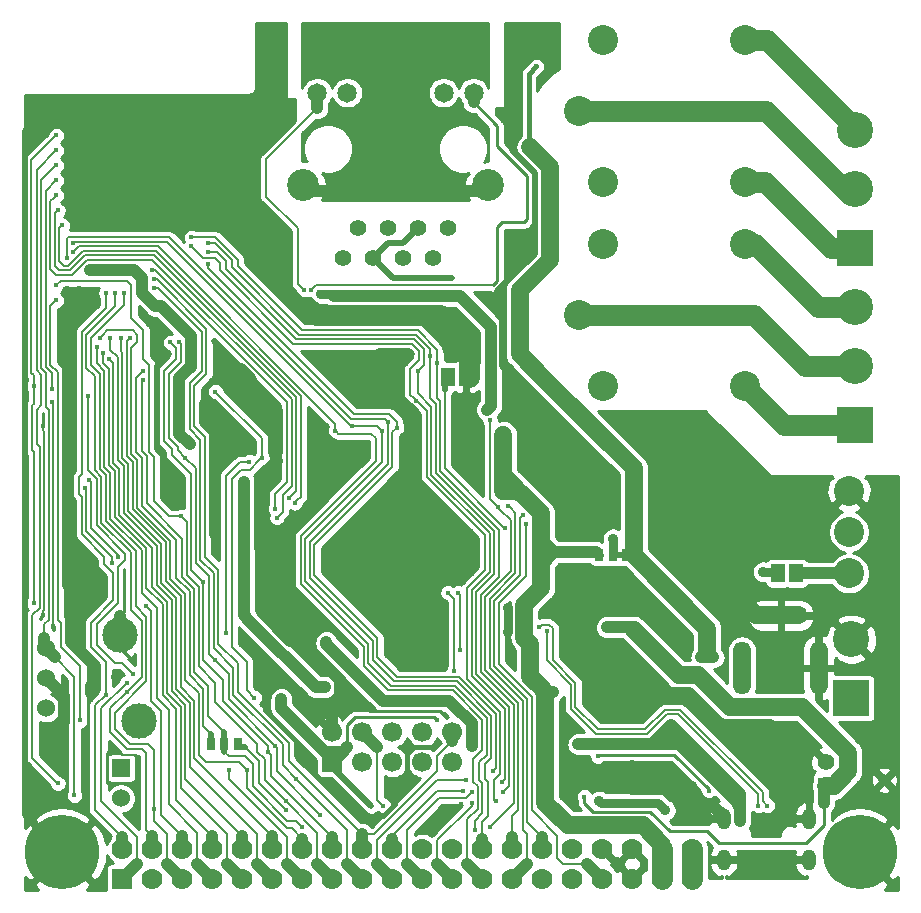
<source format=gbr>
G04 #@! TF.GenerationSoftware,KiCad,Pcbnew,5.1.5-52549c5~84~ubuntu18.04.1*
G04 #@! TF.CreationDate,2020-03-18T15:45:27+02:00*
G04 #@! TF.ProjectId,ESP32-EVB_Rev_I,45535033-322d-4455-9642-5f5265765f49,I*
G04 #@! TF.SameCoordinates,Original*
G04 #@! TF.FileFunction,Copper,L2,Bot*
G04 #@! TF.FilePolarity,Positive*
%FSLAX46Y46*%
G04 Gerber Fmt 4.6, Leading zero omitted, Abs format (unit mm)*
G04 Created by KiCad (PCBNEW 5.1.5-52549c5~84~ubuntu18.04.1) date 2020-03-18 15:45:27*
%MOMM*%
%LPD*%
G04 APERTURE LIST*
%ADD10C,0.508000*%
%ADD11C,1.650000*%
%ADD12C,2.700000*%
%ADD13C,1.410000*%
%ADD14C,2.540000*%
%ADD15C,3.048000*%
%ADD16R,3.048000X3.048000*%
%ADD17C,1.700000*%
%ADD18R,1.700000X1.700000*%
%ADD19R,1.524000X1.524000*%
%ADD20C,1.524000*%
%ADD21C,3.000000*%
%ADD22O,4.500000X1.500000*%
%ADD23O,1.500000X4.500000*%
%ADD24O,1.200000X1.800000*%
%ADD25R,1.400000X1.400000*%
%ADD26C,1.400000*%
%ADD27R,1.168400X1.600200*%
%ADD28C,1.778000*%
%ADD29R,1.778000X1.778000*%
%ADD30C,1.200000*%
%ADD31C,6.300000*%
%ADD32C,1.000000*%
%ADD33R,0.400000X0.400000*%
%ADD34R,1.422400X1.422400*%
%ADD35C,1.300000*%
%ADD36C,2.000000*%
%ADD37R,0.762000X1.016000*%
%ADD38C,0.900000*%
%ADD39C,0.450000*%
%ADD40C,0.750000*%
%ADD41C,1.778000*%
%ADD42C,1.016000*%
%ADD43C,0.762000*%
%ADD44C,1.524000*%
%ADD45C,0.406400*%
%ADD46C,0.254000*%
%ADD47C,0.203200*%
G04 APERTURE END LIST*
D10*
X121158000Y-112776000D02*
X120015000Y-112776000D01*
D11*
X105670000Y-73610500D03*
X94990000Y-73610500D03*
D12*
X93800000Y-81409000D03*
X109400000Y-81409000D03*
D11*
X108210000Y-73610500D03*
X97530000Y-73610500D03*
D13*
X97165000Y-87599000D03*
X98435000Y-85059000D03*
X99705000Y-87599000D03*
X100975000Y-85059000D03*
X102245000Y-87599000D03*
X103515000Y-85059000D03*
X104785000Y-87599000D03*
X106055000Y-85059000D03*
D14*
X140000000Y-114315000D03*
X140000000Y-107315000D03*
X140000000Y-110815000D03*
D15*
X140500000Y-76774000D03*
D16*
X140500000Y-86774000D03*
D15*
X140500000Y-81774000D03*
X140500000Y-91774000D03*
D16*
X140500000Y-101774000D03*
D15*
X140500000Y-96774000D03*
D17*
X106426000Y-127762000D03*
X106426000Y-130302000D03*
X103886000Y-127762000D03*
X103886000Y-130302000D03*
X101346000Y-127762000D03*
X101346000Y-130302000D03*
X98806000Y-127762000D03*
X98806000Y-130302000D03*
X96266000Y-127762000D03*
D18*
X96266000Y-130302000D03*
D19*
X78359000Y-130810000D03*
D20*
X78359000Y-133350000D03*
D21*
X79909000Y-126840000D03*
X78309000Y-119540000D03*
D20*
X72009000Y-125730000D03*
X72009000Y-123190000D03*
X72009000Y-120650000D03*
D14*
X117176000Y-92456000D03*
X131176000Y-98456000D03*
X131176000Y-86456000D03*
X119176000Y-86456000D03*
X119176000Y-98456000D03*
X117176000Y-75184000D03*
X131176000Y-81184000D03*
X131176000Y-69184000D03*
X119176000Y-69184000D03*
X119176000Y-81184000D03*
D22*
X134237000Y-117869000D03*
D23*
X137437000Y-122319000D03*
X130937000Y-122319000D03*
D24*
X129400000Y-138553000D03*
X129400000Y-135083000D03*
X136600000Y-135083000D03*
X136600000Y-138553000D03*
D25*
X138046460Y-132326380D03*
D26*
X138043920Y-130314700D03*
D27*
X135509000Y-114300000D03*
X133985000Y-114300000D03*
X133985000Y-114300000D03*
D28*
X101346000Y-137668000D03*
X101346000Y-140208000D03*
X98806000Y-137668000D03*
X98806000Y-140208000D03*
X96266000Y-137668000D03*
X96266000Y-140208000D03*
X93726000Y-137668000D03*
X93726000Y-140208000D03*
X91186000Y-137668000D03*
X91186000Y-140208000D03*
X81026000Y-137668000D03*
X81026000Y-140208000D03*
X78486000Y-137668000D03*
D29*
X78486000Y-140208000D03*
D28*
X83566000Y-140208000D03*
X83566000Y-137668000D03*
X86106000Y-137668000D03*
X86106000Y-140208000D03*
X88646000Y-140208000D03*
X88646000Y-137668000D03*
X114046000Y-137668000D03*
X114046000Y-140208000D03*
X111506000Y-140208000D03*
X111506000Y-137668000D03*
X108966000Y-137668000D03*
X108966000Y-140208000D03*
X103886000Y-140208000D03*
X103886000Y-137668000D03*
X106426000Y-140208000D03*
X106426000Y-137668000D03*
X116586000Y-140208000D03*
X116586000Y-137668000D03*
X119126000Y-140208000D03*
X119126000Y-137668000D03*
X121666000Y-140208000D03*
X121666000Y-137668000D03*
X124206000Y-140208000D03*
X124206000Y-137668000D03*
X126746000Y-140208000D03*
X126746000Y-137668000D03*
D30*
X70993000Y-137922000D03*
X75819000Y-137922000D03*
X75057000Y-139573000D03*
X71755000Y-139700000D03*
X75057000Y-136271000D03*
X71755000Y-136271000D03*
X73406000Y-140335000D03*
X73406000Y-135509000D03*
D31*
X73406000Y-137922000D03*
D30*
X138557000Y-137922000D03*
X143383000Y-137922000D03*
X142621000Y-139573000D03*
X139319000Y-139700000D03*
X142621000Y-136271000D03*
X139319000Y-136271000D03*
X140970000Y-140335000D03*
X140970000Y-135509000D03*
D31*
X140970000Y-137922000D03*
D16*
X140208000Y-124895000D03*
D15*
X140208000Y-119895000D03*
D32*
X143002000Y-131826000D03*
D27*
X106045000Y-97663000D03*
X107569000Y-97663000D03*
X107569000Y-97663000D03*
D33*
X101249000Y-97544000D03*
X101249000Y-98544000D03*
X100449000Y-99344000D03*
X99449000Y-99344000D03*
X98649000Y-98544000D03*
X98649000Y-97544000D03*
X99449000Y-96744000D03*
X100449000Y-96744000D03*
D34*
X99949000Y-98044000D03*
D35*
X77210000Y-83883000D03*
D36*
X79010000Y-82083000D03*
D35*
X80810000Y-83883000D03*
X77210000Y-80283000D03*
X80810000Y-80283000D03*
X79010000Y-80283000D03*
X79010000Y-83883000D03*
X77210000Y-82083000D03*
X80810000Y-82083000D03*
D37*
X118872000Y-112776000D03*
X120015000Y-112776000D03*
X121158000Y-112776000D03*
X88265000Y-128778000D03*
X87122000Y-128778000D03*
X85979000Y-128778000D03*
D38*
X124460000Y-134366000D03*
X128524000Y-121412000D03*
X127508000Y-121412000D03*
D39*
X113538000Y-71374000D03*
D38*
X112141000Y-95758000D03*
X113030000Y-78232000D03*
X118872000Y-133604000D03*
X107823000Y-110871000D03*
X105537000Y-110871000D03*
X103632000Y-110871000D03*
D39*
X79756000Y-132080000D03*
X72644000Y-118745000D03*
X71755000Y-101854000D03*
X71755000Y-117856000D03*
D38*
X135001000Y-133985000D03*
X73914000Y-94361000D03*
X73914000Y-95631000D03*
X75819000Y-124460000D03*
X127508000Y-109728000D03*
D39*
X104902000Y-129032000D03*
D38*
X128524000Y-103251000D03*
X131572000Y-107061000D03*
X135382000Y-107061000D03*
X133985000Y-108458000D03*
X124333000Y-106680000D03*
X124333000Y-103251000D03*
X126111000Y-101346000D03*
X91059000Y-69469000D03*
X91059000Y-68199000D03*
X85979000Y-76073000D03*
X83185000Y-76073000D03*
X80391000Y-76073000D03*
X77089000Y-76073000D03*
X75819000Y-83693000D03*
X75565000Y-81280000D03*
X75565000Y-78105000D03*
X75565000Y-74295000D03*
X78740000Y-74295000D03*
X78740000Y-78105000D03*
X81915000Y-78105000D03*
X81915000Y-74295000D03*
X84455000Y-74295000D03*
X90551000Y-124079000D03*
X103632000Y-121158000D03*
X101092000Y-121158000D03*
X102362000Y-119761000D03*
X101092000Y-118491000D03*
X101092000Y-116967000D03*
X99949000Y-114173000D03*
X97536000Y-114173000D03*
X106172000Y-114173000D03*
X107950000Y-114173000D03*
X102743000Y-112649000D03*
X97917000Y-110871000D03*
X100457000Y-110871000D03*
X101219000Y-115443000D03*
X121666000Y-130556000D03*
X121666000Y-131572000D03*
X121666000Y-132588000D03*
X104902000Y-115443000D03*
X73914000Y-108204000D03*
D39*
X86868000Y-96774000D03*
D38*
X85471000Y-99949000D03*
X74168000Y-115570000D03*
X77978000Y-123063000D03*
X76200000Y-123444000D03*
X86360000Y-108458000D03*
X92583000Y-110998000D03*
X92583000Y-112014000D03*
X92583000Y-113030000D03*
X90170000Y-109982000D03*
X90170000Y-111125000D03*
X74168000Y-120142000D03*
X74168000Y-119126000D03*
X75184000Y-115570000D03*
X82804000Y-107442000D03*
X82804000Y-108458000D03*
X73914000Y-104394000D03*
X74803000Y-90424000D03*
X103124000Y-101981000D03*
X120396000Y-126111000D03*
X130175000Y-127381000D03*
X118237000Y-114427000D03*
X117094000Y-114427000D03*
X115951000Y-114427000D03*
X126111000Y-105029000D03*
X117475000Y-109601000D03*
X106426000Y-95123000D03*
X111506000Y-85852000D03*
D39*
X111379000Y-88138000D03*
D38*
X91567000Y-104775000D03*
X91694000Y-74676000D03*
X92710000Y-74676000D03*
X92456000Y-88138000D03*
X94234000Y-91821000D03*
X110236000Y-91186000D03*
X106426000Y-94107000D03*
D39*
X102362000Y-95504000D03*
X102997000Y-95758000D03*
D38*
X98806000Y-104648000D03*
X117856000Y-117475000D03*
X116840000Y-117602000D03*
X118364000Y-125095000D03*
X119380000Y-125095000D03*
X120396000Y-125095000D03*
X103632000Y-118491000D03*
X76200000Y-115570000D03*
X93980000Y-120015000D03*
X74168000Y-118110000D03*
X90170000Y-112141000D03*
D39*
X86233000Y-94615000D03*
D38*
X123825000Y-109728000D03*
X73914000Y-109474000D03*
X73533000Y-126873000D03*
X102806500Y-100774490D03*
D39*
X89662000Y-97853500D03*
X89662000Y-98488500D03*
D38*
X91313000Y-88138000D03*
X73914000Y-100838000D03*
X135636000Y-130937000D03*
X134620000Y-130937000D03*
X126746000Y-132334000D03*
X125476000Y-132334000D03*
X111125000Y-119253000D03*
X111125000Y-117221000D03*
X102362000Y-122174000D03*
X97409000Y-123952000D03*
X73279000Y-74549000D03*
X86741000Y-74549000D03*
X83947000Y-78105000D03*
X83947000Y-79883000D03*
X83439000Y-82042000D03*
X83185000Y-83947000D03*
X73787000Y-90424000D03*
D39*
X81407000Y-101219000D03*
X82423000Y-95758000D03*
X91313000Y-90043000D03*
X107188000Y-133858000D03*
D38*
X73914000Y-102997008D03*
D39*
X72513421Y-99822012D03*
D38*
X121539000Y-118872000D03*
X119507000Y-118872000D03*
X120523000Y-118872000D03*
D39*
X117602000Y-133223000D03*
X93726000Y-135763000D03*
X80264000Y-97917000D03*
X72898000Y-81026000D03*
X72517000Y-98679000D03*
D38*
X91948000Y-124968000D03*
D39*
X99568000Y-133985000D03*
X105156000Y-126746000D03*
D38*
X88773016Y-117856000D03*
X84201000Y-103378000D03*
X95631000Y-123952000D03*
X88773000Y-106553000D03*
X88773000Y-107569000D03*
X114935000Y-124333000D03*
X113919000Y-124333000D03*
X88773000Y-113538000D03*
D39*
X84074000Y-97028000D03*
D38*
X117602000Y-112522000D03*
X110744000Y-102616000D03*
X112014000Y-107315000D03*
X110743994Y-107315000D03*
X75742800Y-88646000D03*
D39*
X106426000Y-89281000D03*
X105791000Y-98806000D03*
X110871000Y-110482834D03*
X78867000Y-124333000D03*
X77851000Y-90551000D03*
X100584000Y-133985000D03*
X70993000Y-116840000D03*
X112649000Y-110109000D03*
X72898000Y-77216000D03*
X70993000Y-98425000D03*
X108331000Y-136017000D03*
X97917000Y-101854000D03*
X100457000Y-102235000D03*
X74295000Y-86360000D03*
X85725000Y-87122000D03*
X103505000Y-97155000D03*
X107315000Y-132715000D03*
X110617000Y-131953000D03*
X74295000Y-87122000D03*
X96520000Y-102235000D03*
X73406000Y-84836000D03*
X109601004Y-101346000D03*
X93066545Y-108355456D03*
X110257913Y-108690079D03*
X73025000Y-83566000D03*
X92583000Y-107950000D03*
X111124960Y-108585000D03*
X77470000Y-94361000D03*
X77343000Y-96139000D03*
X76327000Y-95123000D03*
X76835000Y-95631000D03*
X77089000Y-124587000D03*
X77089000Y-90551000D03*
X78359000Y-94361000D03*
X79121000Y-94361000D03*
D40*
X95250000Y-90678000D03*
D38*
X103505000Y-90805000D03*
D39*
X99314000Y-90805000D03*
D38*
X109347000Y-100456994D03*
D39*
X105156000Y-96520000D03*
X84328000Y-85852000D03*
X109601000Y-135763000D03*
X104521000Y-95885000D03*
X85725000Y-86360000D03*
X108077000Y-132842000D03*
X110744000Y-132842000D03*
X94488000Y-90297000D03*
X93853000Y-90297000D03*
D38*
X103505000Y-68580000D03*
X106680000Y-68580000D03*
X99695000Y-68580000D03*
X96520000Y-68580000D03*
X97790000Y-70485000D03*
X95250000Y-70485000D03*
X105410000Y-70485000D03*
X107950000Y-70485000D03*
X103505000Y-72390000D03*
X99695000Y-72390000D03*
X97155000Y-75565000D03*
X99695000Y-76200000D03*
X103505000Y-76200000D03*
X106045000Y-75565000D03*
X101600000Y-78105000D03*
X101600000Y-74295000D03*
X101600000Y-70485000D03*
X99695000Y-80010000D03*
X103505000Y-80010000D03*
X105410000Y-81915000D03*
X97790000Y-81915000D03*
X101600000Y-81915000D03*
X132715000Y-114173000D03*
D39*
X73025000Y-132080000D03*
X72898000Y-78486000D03*
X74422000Y-133096000D03*
X72898000Y-79756000D03*
X84328000Y-86614000D03*
X103378000Y-99695000D03*
X108077000Y-133731000D03*
X110109000Y-133604000D03*
X100965000Y-101473000D03*
X73787000Y-87630000D03*
X112395000Y-109401457D03*
X91567000Y-109601000D03*
X72898000Y-82296000D03*
X91440000Y-108839000D03*
X80518000Y-117094000D03*
X81026000Y-88646000D03*
X81153000Y-134239000D03*
X78613000Y-90551000D03*
X78867000Y-123571000D03*
X86360000Y-98933000D03*
X89662000Y-124841000D03*
X90297000Y-104521000D03*
X95250000Y-134747000D03*
X83820000Y-104521000D03*
X83312000Y-94742000D03*
X91440000Y-128905000D03*
X86360000Y-121666000D03*
X74930000Y-126746000D03*
X87503000Y-130937000D03*
X72898000Y-91186000D03*
X76581000Y-94361000D03*
X89027000Y-130937000D03*
X83439000Y-109474000D03*
X92329000Y-133604000D03*
X72898000Y-89916000D03*
X82550000Y-94742000D03*
X90805000Y-129413000D03*
X85344000Y-115062000D03*
X93218000Y-131699000D03*
X81153000Y-90170000D03*
X81153000Y-89408000D03*
X101727000Y-101981000D03*
X107569000Y-131826000D03*
X109855000Y-131064000D03*
X85725000Y-88138000D03*
D38*
X124968000Y-128143000D03*
X124968000Y-127127000D03*
X130810000Y-135255000D03*
X130810000Y-134239000D03*
X117094000Y-128778000D03*
X108077000Y-128905000D03*
X95758000Y-120142000D03*
D39*
X106045000Y-115951000D03*
X106553000Y-122555000D03*
X106299000Y-124841000D03*
X75311000Y-107061000D03*
X77597000Y-113411000D03*
X75692000Y-106426000D03*
X78105000Y-112903000D03*
X133096000Y-133985000D03*
X113792000Y-118872000D03*
X132334000Y-133985000D03*
X114398614Y-119154386D03*
X87249004Y-119376258D03*
X89241828Y-104862828D03*
D38*
X120015000Y-111379000D03*
D39*
X79375000Y-122809000D03*
X75565000Y-99314000D03*
X128143000Y-132715000D03*
X118745000Y-129794000D03*
X80264000Y-97155000D03*
X92329000Y-134366000D03*
X107061000Y-120777000D03*
X106934000Y-115951000D03*
D41*
X126746000Y-137668000D02*
X126746000Y-140208000D01*
D42*
X128016000Y-121412000D02*
X128016000Y-120904000D01*
X127508000Y-121412000D02*
X128016000Y-121412000D01*
X128016000Y-121412000D02*
X128524000Y-121412000D01*
D43*
X121158000Y-112776000D02*
X121793000Y-112776000D01*
D44*
X112141000Y-95758000D02*
X112141000Y-90297000D01*
X112141000Y-90297000D02*
X114681000Y-87757000D01*
D45*
X113538000Y-71374000D02*
X112903000Y-72009000D01*
X112903000Y-72009000D02*
X112903000Y-78105000D01*
X112903000Y-78105000D02*
X113030000Y-78232000D01*
D44*
X114681000Y-87757000D02*
X114681000Y-79883000D01*
X113030000Y-78232000D02*
X114681000Y-79883000D01*
X114300000Y-97917000D02*
X112141000Y-95758000D01*
X121793000Y-105410000D02*
X114300000Y-97917000D01*
X121793000Y-112776000D02*
X121793000Y-105410000D01*
X128016000Y-118999000D02*
X128016000Y-120904000D01*
X121793000Y-112776000D02*
X128016000Y-118999000D01*
D43*
X123825000Y-133731000D02*
X124460000Y-134366000D01*
X118999000Y-133731000D02*
X123825000Y-133731000D01*
X118872000Y-133604000D02*
X118999000Y-133731000D01*
D10*
X102743000Y-95504000D02*
X102362000Y-95504000D01*
X102997000Y-95758000D02*
X102743000Y-95504000D01*
X102362000Y-95504000D02*
X100181000Y-95504000D01*
X100181000Y-95504000D02*
X99949000Y-95736000D01*
X99949000Y-95736000D02*
X99949000Y-98044000D01*
D44*
X103124000Y-101981000D02*
X103124000Y-110363000D01*
X103124000Y-110363000D02*
X103632000Y-110871000D01*
D42*
X103182001Y-110421001D02*
X103632000Y-110871000D01*
X103124000Y-109728000D02*
X103124000Y-110363000D01*
X103632000Y-112649000D02*
X103632000Y-110871000D01*
X103124000Y-110363000D02*
X103182001Y-110421001D01*
X97917000Y-110871000D02*
X100457000Y-110871000D01*
D46*
X71755000Y-101854000D02*
X71755000Y-100711000D01*
D47*
X78486000Y-129667000D02*
X78232000Y-129413000D01*
X79756000Y-132080000D02*
X79756000Y-129667000D01*
X79756000Y-129667000D02*
X78486000Y-129667000D01*
D46*
X77216000Y-129540000D02*
X77470000Y-129286000D01*
X77216000Y-132080000D02*
X77216000Y-129540000D01*
X75819000Y-124460000D02*
X75565000Y-124714000D01*
X75565000Y-124714000D02*
X75565000Y-127762000D01*
X75565000Y-127762000D02*
X75438000Y-127889000D01*
X79756000Y-132080000D02*
X77216000Y-132080000D01*
D42*
X135636000Y-133350000D02*
X135001000Y-133985000D01*
X129400000Y-135083000D02*
X129400000Y-134861000D01*
X129400000Y-134861000D02*
X128524000Y-133985000D01*
X73914000Y-109474000D02*
X73914000Y-115316000D01*
X73914000Y-115316000D02*
X74168000Y-115570000D01*
X73533000Y-124714000D02*
X73533000Y-126873000D01*
X75819000Y-124460000D02*
X75819000Y-123825000D01*
X75819000Y-123825000D02*
X76200000Y-123444000D01*
D10*
X107569000Y-97663000D02*
X107823000Y-97663000D01*
X107823000Y-97663000D02*
X108204000Y-97536000D01*
X108204000Y-97536000D02*
X107823000Y-97663000D01*
D45*
X102616000Y-129413000D02*
X102997000Y-129032000D01*
X102997000Y-129032000D02*
X104902000Y-129032000D01*
X93218000Y-129667000D02*
X98425000Y-134874000D01*
X98425000Y-134874000D02*
X100584000Y-134874000D01*
X100584000Y-134874000D02*
X101600000Y-133858000D01*
X101600000Y-133858000D02*
X101600000Y-132461000D01*
X101600000Y-132461000D02*
X102616000Y-131445000D01*
X102616000Y-131445000D02*
X102616000Y-129413000D01*
X93218000Y-128524000D02*
X93218000Y-129667000D01*
X90551000Y-124079000D02*
X90551000Y-125857000D01*
X90551000Y-125857000D02*
X93218000Y-128524000D01*
D42*
X128524000Y-103251000D02*
X128524000Y-104013000D01*
X128524000Y-104013000D02*
X131572000Y-107061000D01*
X135382000Y-107061000D02*
X133985000Y-108458000D01*
X124333000Y-105029000D02*
X124333000Y-106680000D01*
X126111000Y-105029000D02*
X124333000Y-105029000D01*
X126111000Y-101346000D02*
X126111000Y-105029000D01*
X91059000Y-69469000D02*
X91059000Y-68199000D01*
X85979000Y-76073000D02*
X83185000Y-76073000D01*
X80391000Y-76073000D02*
X77089000Y-76073000D01*
X75565000Y-81280000D02*
X75565000Y-78105000D01*
X75565000Y-74295000D02*
X78740000Y-74295000D01*
X78740000Y-78105000D02*
X81915000Y-78105000D01*
X81915000Y-74295000D02*
X84455000Y-74295000D01*
X102362000Y-121158000D02*
X103632000Y-121158000D01*
X101092000Y-118491000D02*
X101092000Y-116967000D01*
X101219000Y-115443000D02*
X99949000Y-114173000D01*
X104902000Y-115443000D02*
X106172000Y-114173000D01*
X103632000Y-112649000D02*
X102743000Y-112649000D01*
X103505000Y-115443000D02*
X101219000Y-115443000D01*
X121666000Y-131572000D02*
X121666000Y-132334000D01*
X121666000Y-132334000D02*
X121666000Y-132588000D01*
X103632000Y-115443000D02*
X103505000Y-115443000D01*
X103505000Y-115443000D02*
X104902000Y-115443000D01*
X96266000Y-127762000D02*
X96266000Y-126238000D01*
X96266000Y-126238000D02*
X96901000Y-125603000D01*
X74168000Y-118110000D02*
X74168000Y-115570000D01*
X93980000Y-120015000D02*
X92710000Y-120015000D01*
X92710000Y-120015000D02*
X90297000Y-117602000D01*
X86360000Y-108458000D02*
X86360000Y-102362000D01*
X86360000Y-102362000D02*
X85471000Y-101473000D01*
X85471000Y-101473000D02*
X85471000Y-99949000D01*
D10*
X86233000Y-94615000D02*
X86868000Y-95250000D01*
X86868000Y-95250000D02*
X86868000Y-96774000D01*
D42*
X74168000Y-120142000D02*
X76200000Y-122174000D01*
X76200000Y-122174000D02*
X76200000Y-123444000D01*
X86360000Y-108458000D02*
X86360000Y-110998000D01*
X98806000Y-104648000D02*
X92583000Y-110871000D01*
X92583000Y-110871000D02*
X92583000Y-110998000D01*
X92583000Y-110998000D02*
X92583000Y-112014000D01*
X92583000Y-113030000D02*
X92583000Y-112014000D01*
X90170000Y-109982000D02*
X90170000Y-106172000D01*
X90170000Y-106172000D02*
X91567000Y-104775000D01*
X90170000Y-109982000D02*
X90170000Y-111125000D01*
X90170000Y-111125000D02*
X90170000Y-112141000D01*
X74168000Y-119126000D02*
X74168000Y-120142000D01*
X74168000Y-118110000D02*
X74168000Y-119126000D01*
X75184000Y-115570000D02*
X74168000Y-115570000D01*
X76200000Y-115570000D02*
X75184000Y-115570000D01*
D43*
X82804000Y-107442000D02*
X82804000Y-108458000D01*
D42*
X73914000Y-104394000D02*
X73914000Y-108204000D01*
X73914000Y-108204000D02*
X73914000Y-109474000D01*
D44*
X129032000Y-127381000D02*
X126365000Y-124714000D01*
X126365000Y-124714000D02*
X122428000Y-124714000D01*
X135636000Y-129794000D02*
X133223000Y-127381000D01*
X133223000Y-127381000D02*
X130175000Y-127381000D01*
X130175000Y-127381000D02*
X129032000Y-127381000D01*
X135636000Y-133357000D02*
X135636000Y-133350000D01*
D42*
X116840000Y-117475000D02*
X115951000Y-116586000D01*
X115951000Y-116586000D02*
X115951000Y-114427000D01*
X118237000Y-114427000D02*
X117094000Y-114427000D01*
X115951000Y-114427000D02*
X117094000Y-114427000D01*
D41*
X105410000Y-92456000D02*
X106426000Y-93472000D01*
X106426000Y-93472000D02*
X106426000Y-94107000D01*
X107823000Y-95123000D02*
X106426000Y-95123000D01*
X106426000Y-95123000D02*
X106426000Y-94107000D01*
D10*
X110617000Y-92329000D02*
X110236000Y-91948000D01*
X110236000Y-91948000D02*
X110236000Y-91186000D01*
X110236000Y-90424000D02*
X110236000Y-91186000D01*
X113411000Y-85852000D02*
X111506000Y-85852000D01*
D43*
X91694000Y-104013000D02*
X91694000Y-100457000D01*
X91567000Y-104775000D02*
X91567000Y-104140000D01*
X91567000Y-104140000D02*
X91694000Y-104013000D01*
D10*
X113411000Y-80391000D02*
X111506000Y-78486000D01*
X111506000Y-78486000D02*
X111506000Y-71628000D01*
X110236000Y-90424000D02*
X113411000Y-87249000D01*
X113411000Y-87249000D02*
X113411000Y-85852000D01*
X113411000Y-85852000D02*
X113411000Y-85725000D01*
X113411000Y-85725000D02*
X113411000Y-80391000D01*
D42*
X92710000Y-74676000D02*
X91694000Y-74676000D01*
D10*
X110998000Y-99568000D02*
X110998000Y-97155000D01*
X110998000Y-97155000D02*
X110617000Y-96774000D01*
X110617000Y-92329000D02*
X110617000Y-96774000D01*
D41*
X107823000Y-97663000D02*
X107823000Y-95123000D01*
D42*
X102362000Y-121158000D02*
X102362000Y-119761000D01*
X102362000Y-119761000D02*
X103632000Y-118491000D01*
D44*
X116840000Y-117475000D02*
X116840000Y-117602000D01*
D42*
X103632000Y-118491000D02*
X103632000Y-115443000D01*
X103632000Y-115443000D02*
X103632000Y-112649000D01*
X96901000Y-123444000D02*
X97028000Y-123444000D01*
X97028000Y-123444000D02*
X96901000Y-123444000D01*
X73533000Y-124714000D02*
X72009000Y-123190000D01*
X90297000Y-112268000D02*
X90297000Y-117602000D01*
X96901000Y-123444000D02*
X96901000Y-125603000D01*
X90170000Y-112141000D02*
X90297000Y-112268000D01*
D41*
X94869000Y-92456000D02*
X105410000Y-92456000D01*
X94234000Y-91821000D02*
X94869000Y-92456000D01*
D44*
X134237000Y-117869000D02*
X132093000Y-117869000D01*
X132093000Y-117869000D02*
X123825000Y-109728000D01*
D42*
X128524000Y-133985000D02*
X127254000Y-133985000D01*
X127254000Y-133985000D02*
X126365000Y-133985000D01*
D44*
X103124000Y-101981000D02*
X103124000Y-101092000D01*
X102806500Y-100774500D02*
X102806500Y-100774490D01*
X99949000Y-98044000D02*
X100076010Y-98044000D01*
X103124000Y-101092000D02*
X102806500Y-100774500D01*
X102356501Y-100324491D02*
X102806500Y-100774490D01*
X100076010Y-98044000D02*
X102356501Y-100324491D01*
D10*
X86868000Y-96774000D02*
X88582500Y-96774000D01*
X88582500Y-96774000D02*
X89437001Y-97628501D01*
X89437001Y-97628501D02*
X89662000Y-97853500D01*
X91630500Y-100457000D02*
X89886999Y-98713499D01*
X89662000Y-97853500D02*
X89662000Y-98488500D01*
X89886999Y-98713499D02*
X89662000Y-98488500D01*
X91694000Y-100457000D02*
X91630500Y-100457000D01*
D44*
X91313000Y-88774396D02*
X91313000Y-88138000D01*
X91313000Y-89536396D02*
X91313000Y-88774396D01*
D41*
X90863001Y-87688001D02*
X91313000Y-88138000D01*
X82643200Y-82219000D02*
X85394000Y-82219000D01*
X85394000Y-82219000D02*
X90863001Y-87688001D01*
D44*
X93597604Y-91821000D02*
X91313000Y-89536396D01*
X94234000Y-91821000D02*
X93597604Y-91821000D01*
D42*
X73914000Y-95631000D02*
X73914000Y-100838000D01*
X122047000Y-125095000D02*
X122428000Y-124714000D01*
X120396000Y-125095000D02*
X122047000Y-125095000D01*
D44*
X135636000Y-133350000D02*
X135636000Y-130937000D01*
X135636000Y-130937000D02*
X135636000Y-129794000D01*
D42*
X135636000Y-130937000D02*
X134620000Y-130937000D01*
D43*
X126746000Y-132334000D02*
X126619000Y-132461000D01*
X126619000Y-133731000D02*
X126365000Y-133985000D01*
X126619000Y-132461000D02*
X126619000Y-133731000D01*
D44*
X116840000Y-120650000D02*
X116840000Y-117475000D01*
X118364000Y-122174000D02*
X116840000Y-120650000D01*
X118364000Y-125095000D02*
X118364000Y-122174000D01*
D43*
X111125000Y-117221000D02*
X111125000Y-119253000D01*
D42*
X96901000Y-123317000D02*
X96901000Y-123444000D01*
X93980000Y-120396000D02*
X96901000Y-123317000D01*
X93980000Y-120015000D02*
X93980000Y-120396000D01*
X102362000Y-122174000D02*
X102362000Y-121158000D01*
X97409000Y-123952000D02*
X96901000Y-123444000D01*
X121920000Y-132588000D02*
X121666000Y-132334000D01*
X125222000Y-132588000D02*
X121920000Y-132588000D01*
X125476000Y-132334000D02*
X125222000Y-132588000D01*
D46*
X115824000Y-129667000D02*
X115824000Y-127889000D01*
X116713000Y-130556000D02*
X115824000Y-129667000D01*
X121666000Y-130556000D02*
X116713000Y-130556000D01*
D42*
X78309000Y-119540000D02*
X78309000Y-117906000D01*
D10*
X70231000Y-134747000D02*
X73406000Y-137922000D01*
X70231000Y-76835000D02*
X70231000Y-134747000D01*
X72517000Y-74549000D02*
X70231000Y-76835000D01*
X73279000Y-74549000D02*
X72517000Y-74549000D01*
D42*
X83947000Y-78680000D02*
X82643200Y-79983800D01*
X83947000Y-78105000D02*
X83947000Y-78680000D01*
D10*
X82042000Y-106680000D02*
X82804000Y-107442000D01*
X82423000Y-95758000D02*
X81407000Y-96774000D01*
X81407000Y-96774000D02*
X81407000Y-103759000D01*
X81407000Y-103759000D02*
X82042000Y-104394000D01*
X82042000Y-104394000D02*
X82042000Y-106680000D01*
D46*
X78613000Y-117602000D02*
X78613000Y-113919000D01*
X78309000Y-117906000D02*
X78613000Y-117602000D01*
X78309000Y-119540000D02*
X78309000Y-120600000D01*
X78309000Y-120600000D02*
X79248000Y-121539000D01*
X97409000Y-123952000D02*
X99441000Y-125984000D01*
X99441000Y-125984000D02*
X105410000Y-125984000D01*
X105410000Y-125984000D02*
X105791000Y-126365000D01*
D42*
X73914000Y-104394000D02*
X73914000Y-102997008D01*
X73914000Y-100838000D02*
X73914000Y-102997008D01*
D47*
X72644000Y-99952591D02*
X72513421Y-99822012D01*
X71755000Y-102172198D02*
X71881978Y-102299176D01*
X71755000Y-101854000D02*
X71755000Y-102172198D01*
X71881978Y-117410824D02*
X71755000Y-117537802D01*
X71755000Y-117537802D02*
X71755000Y-117856000D01*
X71881978Y-102299176D02*
X71881978Y-117410824D01*
X72644000Y-118745000D02*
X72644000Y-99952591D01*
D44*
X139946380Y-129532380D02*
X136017000Y-125603000D01*
X136017000Y-125603000D02*
X129921000Y-125603000D01*
X125603000Y-122936000D02*
X121793000Y-119126000D01*
D42*
X121793000Y-119126000D02*
X121539000Y-118872000D01*
D44*
X127254000Y-122936000D02*
X125603000Y-122936000D01*
X138046460Y-132326380D02*
X138691620Y-132326380D01*
X138691620Y-132326380D02*
X139946380Y-131071620D01*
X139946380Y-131071620D02*
X139946380Y-129532380D01*
D42*
X121539000Y-118872000D02*
X120523000Y-118872000D01*
D44*
X129921000Y-125603000D02*
X127254000Y-122936000D01*
D42*
X120523000Y-118872000D02*
X119507000Y-118872000D01*
D10*
X137922000Y-132450840D02*
X137922000Y-133350000D01*
D46*
X117602000Y-133731000D02*
X117602000Y-133223000D01*
X118364000Y-134493000D02*
X117602000Y-133731000D01*
X123190000Y-134493000D02*
X118364000Y-134493000D01*
X124841000Y-136144000D02*
X123190000Y-134493000D01*
X128016000Y-136144000D02*
X124841000Y-136144000D01*
X137922000Y-135636000D02*
X136398000Y-137160000D01*
X136398000Y-137160000D02*
X129032000Y-137160000D01*
X129032000Y-137160000D02*
X128016000Y-136144000D01*
D42*
X137922000Y-132450840D02*
X137922000Y-133731000D01*
X138046460Y-132326380D02*
X137922000Y-132450840D01*
D46*
X137922000Y-133350000D02*
X137922000Y-133731000D01*
X137922000Y-133731000D02*
X137922000Y-135636000D01*
D10*
X87122000Y-128778000D02*
X87122000Y-127762000D01*
X87122000Y-128778000D02*
X87122000Y-129413000D01*
D47*
X80137000Y-98044000D02*
X80264000Y-97917000D01*
X84582000Y-122682000D02*
X84582000Y-115620800D01*
X85725000Y-126365000D02*
X85725000Y-123825000D01*
X83566000Y-114604800D02*
X83566000Y-111379000D01*
X84582000Y-115620800D02*
X83566000Y-114604800D01*
X80543400Y-104394000D02*
X80137000Y-103987600D01*
X83566000Y-111379000D02*
X80543400Y-108356400D01*
X80543400Y-108356400D02*
X80543400Y-104394000D01*
X85725000Y-123825000D02*
X84582000Y-122682000D01*
X87122000Y-127762000D02*
X85725000Y-126365000D01*
X80137000Y-103987600D02*
X80137000Y-98044000D01*
X93218000Y-135255000D02*
X93726000Y-135763000D01*
X89535000Y-132334000D02*
X92456000Y-135255000D01*
X87122000Y-129413000D02*
X87503000Y-129794000D01*
X92456000Y-135255000D02*
X93218000Y-135255000D01*
X87503000Y-129794000D02*
X88900000Y-129794000D01*
X88900000Y-129794000D02*
X89535000Y-130429000D01*
X89535000Y-130429000D02*
X89535000Y-132334000D01*
X72898000Y-81026000D02*
X72008989Y-81915011D01*
X72008989Y-81915011D02*
X72008989Y-96804819D01*
X72008989Y-96804819D02*
X72517000Y-97312830D01*
X72517000Y-97312830D02*
X72517000Y-98360802D01*
X72517000Y-98360802D02*
X72517000Y-98679000D01*
D42*
X96266000Y-130302000D02*
X96266000Y-130048000D01*
X91948000Y-125730000D02*
X91948000Y-124968000D01*
D10*
X99568000Y-133985000D02*
X96266000Y-130683000D01*
X96266000Y-130683000D02*
X96266000Y-130302000D01*
D46*
X105156000Y-126746000D02*
X104902000Y-126492000D01*
X104902000Y-126492000D02*
X98171000Y-126492000D01*
X98171000Y-126492000D02*
X97536000Y-127127000D01*
X97536000Y-127127000D02*
X97536000Y-129032000D01*
D42*
X97155000Y-129413000D02*
X95631000Y-129413000D01*
X95631000Y-129413000D02*
X91948000Y-125730000D01*
X96266000Y-130048000D02*
X95631000Y-129413000D01*
X96266000Y-130302000D02*
X97155000Y-129413000D01*
X97155000Y-129413000D02*
X97536000Y-129032000D01*
X95631000Y-123952000D02*
X94869016Y-123952000D01*
X88773000Y-117855984D02*
X88773016Y-117856000D01*
X88773000Y-113538000D02*
X88773000Y-117855984D01*
X94869016Y-123952000D02*
X89223015Y-118305999D01*
X89223015Y-118305999D02*
X88773016Y-117856000D01*
X83312000Y-102489000D02*
X84201000Y-103378000D01*
X88773000Y-107569000D02*
X88773000Y-113538000D01*
X88773000Y-106553000D02*
X88773000Y-107569000D01*
X84074000Y-97028000D02*
X83312000Y-97790000D01*
X83312000Y-97790000D02*
X83312000Y-102489000D01*
X113919000Y-124333000D02*
X114427000Y-124333000D01*
X114427000Y-124333000D02*
X114935000Y-124333000D01*
D41*
X124206000Y-137668000D02*
X124206000Y-140208000D01*
D43*
X118618000Y-112522000D02*
X118872000Y-112776000D01*
D42*
X117602000Y-112522000D02*
X118618000Y-112522000D01*
D44*
X110744000Y-102616000D02*
X110744000Y-104775000D01*
X113919000Y-109220000D02*
X112463999Y-107764999D01*
X110744000Y-106045000D02*
X111564001Y-106865001D01*
X111564001Y-106865001D02*
X112014000Y-107315000D01*
X112463999Y-107764999D02*
X112014000Y-107315000D01*
X110744000Y-104775000D02*
X110744000Y-106045000D01*
X112014000Y-107315000D02*
X110743994Y-107315000D01*
X110744000Y-107314994D02*
X110743994Y-107315000D01*
X110744000Y-105791000D02*
X110744000Y-107314994D01*
D42*
X115062000Y-112522000D02*
X113919000Y-111379000D01*
D44*
X113919000Y-112522000D02*
X113919000Y-111379000D01*
D42*
X113919000Y-112522000D02*
X115697000Y-112522000D01*
X115697000Y-112522000D02*
X117602000Y-112522000D01*
D44*
X113919000Y-111379000D02*
X113919000Y-109220000D01*
D42*
X115062000Y-112522000D02*
X113919000Y-113665000D01*
X115697000Y-112522000D02*
X115062000Y-112522000D01*
D44*
X113919000Y-113665000D02*
X113919000Y-112522000D01*
D10*
X113919000Y-123952000D02*
X113855500Y-123888500D01*
X113919000Y-124333000D02*
X113919000Y-123952000D01*
D44*
X114300000Y-124333000D02*
X113855500Y-123888500D01*
X114300000Y-133731000D02*
X114300000Y-124333000D01*
X124206000Y-137287000D02*
X122555000Y-135636000D01*
X122555000Y-135636000D02*
X116205000Y-135636000D01*
X124206000Y-137668000D02*
X124206000Y-137287000D01*
X116205000Y-135636000D02*
X114300000Y-133731000D01*
D42*
X80137000Y-89281000D02*
X79502000Y-88646000D01*
X80137000Y-90551000D02*
X80137000Y-89281000D01*
X81280000Y-91694000D02*
X80137000Y-90551000D01*
X84074000Y-97028000D02*
X84298999Y-96803001D01*
X84298999Y-96803001D02*
X84298999Y-94204999D01*
X84298999Y-94204999D02*
X81788000Y-91694000D01*
X81788000Y-91694000D02*
X81280000Y-91694000D01*
X75742800Y-88646000D02*
X79502000Y-88646000D01*
D44*
X113919000Y-115570000D02*
X113919000Y-113665000D01*
X113855500Y-123888500D02*
X113030000Y-123063000D01*
X113030000Y-123063000D02*
X113030000Y-120269000D01*
X113030000Y-120269000D02*
X112522000Y-119761000D01*
X112522000Y-116967000D02*
X113919000Y-115570000D01*
X112522000Y-119761000D02*
X112522000Y-116967000D01*
D10*
X99705000Y-87599000D02*
X101387000Y-89281000D01*
X101387000Y-89281000D02*
X106426000Y-89281000D01*
X103515000Y-85059000D02*
X102214000Y-86360000D01*
X102214000Y-86360000D02*
X100944000Y-86360000D01*
X100944000Y-86360000D02*
X99705000Y-87599000D01*
X105791000Y-98806000D02*
X105791000Y-97917000D01*
X105791000Y-97917000D02*
X106045000Y-97663000D01*
D47*
X110646001Y-110257835D02*
X110871000Y-110482834D01*
X105791000Y-105402834D02*
X110646001Y-110257835D01*
X105791000Y-98806000D02*
X105791000Y-105402834D01*
D41*
X140500000Y-91774000D02*
X137367000Y-91774000D01*
X137367000Y-91774000D02*
X132049000Y-86456000D01*
X132049000Y-86456000D02*
X131176000Y-86456000D01*
X140500000Y-101774000D02*
X134494000Y-101774000D01*
X134494000Y-101774000D02*
X131176000Y-98456000D01*
X140500000Y-96774000D02*
X136271000Y-96774000D01*
X136271000Y-96774000D02*
X131953000Y-92456000D01*
X131953000Y-92456000D02*
X117176000Y-92456000D01*
X140500000Y-81774000D02*
X139559000Y-81774000D01*
X139559000Y-81774000D02*
X132969000Y-75184000D01*
X132969000Y-75184000D02*
X117176000Y-75184000D01*
X140500000Y-86774000D02*
X138463000Y-86774000D01*
X138463000Y-86774000D02*
X132873000Y-81184000D01*
X132873000Y-81184000D02*
X131176000Y-81184000D01*
X140500000Y-76774000D02*
X140500000Y-76619000D01*
X140500000Y-76619000D02*
X133065000Y-69184000D01*
X133065000Y-69184000D02*
X131176000Y-69184000D01*
D47*
X80518000Y-136017000D02*
X80518000Y-129540000D01*
X80518000Y-129540000D02*
X80137000Y-129159000D01*
X80137000Y-129159000D02*
X78867000Y-129159000D01*
X78867000Y-129159000D02*
X77470000Y-127762000D01*
X81026000Y-136525000D02*
X80518000Y-136017000D01*
D42*
X81026000Y-137668000D02*
X81026000Y-136525000D01*
D47*
X78867000Y-124333000D02*
X77470000Y-125730000D01*
X77470000Y-125730000D02*
X77470000Y-127762000D01*
X79172765Y-112470235D02*
X79172765Y-117399765D01*
X76707989Y-106146589D02*
X76707989Y-110005459D01*
X76136500Y-105575100D02*
X76707989Y-106146589D01*
X76136500Y-97599500D02*
X76136500Y-105575100D01*
X79172765Y-117399765D02*
X80136901Y-118363901D01*
X76707989Y-110005459D02*
X79172765Y-112470235D01*
X77851000Y-91694000D02*
X75438000Y-94107000D01*
X75438000Y-94107000D02*
X75438000Y-96901000D01*
X80136901Y-123063099D02*
X78867000Y-124333000D01*
X77851000Y-90551000D02*
X77851000Y-91694000D01*
X75438000Y-96901000D02*
X76136500Y-97599500D01*
X80136901Y-118363901D02*
X80136901Y-123063099D01*
X100584000Y-133985000D02*
X100076000Y-133477000D01*
X100076000Y-133477000D02*
X100076000Y-129032000D01*
D42*
X100076000Y-129032000D02*
X98806000Y-127762000D01*
X117856000Y-138938000D02*
X119126000Y-140208000D01*
D47*
X112649000Y-114528600D02*
X112649000Y-110427198D01*
X110363000Y-116814600D02*
X112649000Y-114528600D01*
X113157000Y-124764800D02*
X110363000Y-121970800D01*
X113157000Y-134366000D02*
X113157000Y-124764800D01*
X110363000Y-121970800D02*
X110363000Y-116814600D01*
X117856000Y-138938000D02*
X115824000Y-138938000D01*
X115824000Y-138938000D02*
X115316000Y-138430000D01*
X115316000Y-138430000D02*
X115316000Y-136525000D01*
X112649000Y-110427198D02*
X112649000Y-110109000D01*
X115316000Y-136525000D02*
X113157000Y-134366000D01*
X70993000Y-97536000D02*
X70993000Y-98425000D01*
X72898000Y-77216000D02*
X70768001Y-79345999D01*
X70768001Y-97311001D02*
X70993000Y-97536000D01*
X70768001Y-79345999D02*
X70768001Y-97311001D01*
X70993000Y-104140000D02*
X70993000Y-116840000D01*
X70993000Y-104013000D02*
X70993000Y-104140000D01*
X70866000Y-103886000D02*
X70993000Y-104013000D01*
X70866000Y-100076000D02*
X70866000Y-103886000D01*
X70993000Y-98425000D02*
X70993000Y-99949000D01*
X70993000Y-99949000D02*
X70866000Y-100076000D01*
X97917000Y-101854000D02*
X100076000Y-101854000D01*
X100076000Y-101854000D02*
X100457000Y-102235000D01*
X100457000Y-102553198D02*
X100457000Y-102235000D01*
X93979989Y-114934989D02*
X93979989Y-111379011D01*
X99313978Y-120268978D02*
X93979989Y-114934989D01*
X99313978Y-121919978D02*
X99313978Y-120268978D01*
X93979989Y-111379011D02*
X100457000Y-104902000D01*
X108966000Y-132080000D02*
X108712000Y-131826000D01*
X108966000Y-134620000D02*
X108966000Y-132080000D01*
X108712000Y-131826000D02*
X108712000Y-130302022D01*
X108712000Y-130302022D02*
X109347000Y-129667022D01*
X109347000Y-129667022D02*
X109347000Y-126542800D01*
X109347000Y-126542800D02*
X106629200Y-123825000D01*
X108331000Y-136017000D02*
X108331000Y-135255000D01*
X106629200Y-123825000D02*
X101219000Y-123825000D01*
X100457000Y-104902000D02*
X100457000Y-102553198D01*
X108331000Y-135255000D02*
X108966000Y-134620000D01*
X101219000Y-123825000D02*
X99313978Y-121919978D01*
X82295956Y-86232956D02*
X97692001Y-101629001D01*
X97692001Y-101629001D02*
X97917000Y-101854000D01*
X74295000Y-86360000D02*
X74422044Y-86232956D01*
X74422044Y-86232956D02*
X82295956Y-86232956D01*
X87249000Y-88519000D02*
X93217989Y-94487989D01*
X103154819Y-94487989D02*
X104013011Y-95346181D01*
X104013011Y-96646989D02*
X103729999Y-96930001D01*
X103729999Y-96930001D02*
X103505000Y-97155000D01*
X104013011Y-95346181D02*
X104013011Y-96646989D01*
X93217989Y-94487989D02*
X103154819Y-94487989D01*
X87249000Y-87884000D02*
X87249000Y-88519000D01*
X85725000Y-87122000D02*
X86487000Y-87122000D01*
X86487000Y-87122000D02*
X87249000Y-87884000D01*
D42*
X101346000Y-137668000D02*
X101346000Y-136779000D01*
D47*
X103505000Y-97473198D02*
X103505000Y-97155000D01*
X103505000Y-99060000D02*
X103505000Y-97473198D01*
X110617000Y-131953000D02*
X110871000Y-131699000D01*
X110871000Y-125831600D02*
X108077000Y-123037600D01*
X110871000Y-131699000D02*
X110871000Y-125831600D01*
X108077000Y-123037600D02*
X108077000Y-115747800D01*
X108077000Y-115747800D02*
X109604576Y-114220224D01*
X109604576Y-110920752D02*
X104647967Y-105964143D01*
X109604576Y-114220224D02*
X109604576Y-110920752D01*
X104647967Y-105964143D02*
X104647967Y-100202967D01*
X104647967Y-100202967D02*
X103505000Y-99060000D01*
X101346000Y-136525000D02*
X101346000Y-136779000D01*
X105156000Y-132715000D02*
X101346000Y-136525000D01*
X107315000Y-132715000D02*
X105156000Y-132715000D01*
D42*
X108966000Y-140208000D02*
X107696000Y-138938000D01*
D47*
X99949000Y-104775000D02*
X99949000Y-102870000D01*
X93598978Y-111125022D02*
X99949000Y-104775000D01*
X93598978Y-115188978D02*
X93598978Y-111125022D01*
X98932967Y-120522967D02*
X93598978Y-115188978D01*
X98932967Y-122173967D02*
X98932967Y-120522967D01*
X99949000Y-102870000D02*
X99568000Y-102489000D01*
X108585000Y-132334000D02*
X108204000Y-131953000D01*
X107696000Y-138938000D02*
X107696000Y-135128000D01*
X96774000Y-102489000D02*
X96744999Y-102459999D01*
X99568000Y-102489000D02*
X96774000Y-102489000D01*
X108204000Y-131953000D02*
X108204000Y-130048000D01*
X96744999Y-102459999D02*
X96520000Y-102235000D01*
X108204000Y-130048000D02*
X108966000Y-129286000D01*
X107696000Y-135128000D02*
X108585000Y-134239000D01*
X108585000Y-134239000D02*
X108585000Y-132334000D01*
X106451400Y-124206000D02*
X100965000Y-124206000D01*
X100965000Y-124206000D02*
X98932967Y-122173967D01*
X108966000Y-129286000D02*
X108966000Y-126720600D01*
X108966000Y-126720600D02*
X106451400Y-124206000D01*
X74295000Y-87122000D02*
X74803033Y-86613967D01*
X96520000Y-101916802D02*
X96520000Y-102235000D01*
X81499457Y-86613967D02*
X96520000Y-101634510D01*
X96520000Y-101634510D02*
X96520000Y-101916802D01*
X74803033Y-86613967D02*
X81499457Y-86613967D01*
D42*
X111506000Y-137668000D02*
X111506000Y-136652000D01*
D47*
X109601004Y-101346000D02*
X109601004Y-108033170D01*
X109601004Y-108033170D02*
X110032914Y-108465080D01*
X110032914Y-108465080D02*
X110257913Y-108690079D01*
X111375402Y-109807568D02*
X110482912Y-108915078D01*
X111375402Y-114125798D02*
X111375402Y-109807568D01*
X109220000Y-116281200D02*
X111375402Y-114125798D01*
X109220000Y-122504200D02*
X109220000Y-116281200D01*
X111506000Y-136652000D02*
X111506000Y-134874000D01*
X110482912Y-108915078D02*
X110257913Y-108690079D01*
X111506000Y-134874000D02*
X112014000Y-134366000D01*
X112014000Y-134366000D02*
X112014000Y-125298200D01*
X112014000Y-125298200D02*
X109220000Y-122504200D01*
X73406000Y-84836000D02*
X73152055Y-85089945D01*
X93599022Y-99252362D02*
X93599022Y-107822979D01*
X75158622Y-86994978D02*
X81341638Y-86994978D01*
X73152055Y-87884055D02*
X73532978Y-88264978D01*
X73532978Y-88264978D02*
X73888622Y-88264978D01*
X73152055Y-85089945D02*
X73152055Y-87884055D01*
X81341638Y-86994978D02*
X93599022Y-99252362D01*
X93599022Y-107822979D02*
X93291544Y-108130457D01*
X93291544Y-108130457D02*
X93066545Y-108355456D01*
X73888622Y-88264978D02*
X75158622Y-86994978D01*
X93218000Y-107315000D02*
X93218000Y-107314989D01*
D42*
X111506000Y-140208000D02*
X112776000Y-138938000D01*
D47*
X93218000Y-107315000D02*
X93218000Y-107315011D01*
X93218000Y-107315011D02*
X92583000Y-107950000D01*
X111349959Y-108809999D02*
X111124960Y-108585000D01*
X111760000Y-109220040D02*
X111349959Y-108809999D01*
X111760000Y-114300000D02*
X111760000Y-109220040D01*
X109601000Y-116459000D02*
X111760000Y-114300000D01*
X112776000Y-138938000D02*
X112776000Y-136398000D01*
X112395000Y-136017000D02*
X112395000Y-125120400D01*
X112776000Y-136398000D02*
X112395000Y-136017000D01*
X109601000Y-122326400D02*
X109601000Y-116459000D01*
X112395000Y-125120400D02*
X109601000Y-122326400D01*
X73151989Y-88645989D02*
X74086381Y-88645989D01*
X73025000Y-83566000D02*
X72771044Y-83819956D01*
X93218000Y-99410170D02*
X93218000Y-107315000D01*
X72771044Y-83819956D02*
X72771044Y-88265044D01*
X75356381Y-87375989D02*
X81183819Y-87375989D01*
X72771044Y-88265044D02*
X73151989Y-88645989D01*
X81183819Y-87375989D02*
X93218000Y-99410170D01*
X74086381Y-88645989D02*
X75356381Y-87375989D01*
D42*
X88646000Y-136525000D02*
X88646000Y-137668000D01*
D47*
X77470000Y-95377000D02*
X77470000Y-94361000D01*
X83820000Y-125437900D02*
X82677000Y-124294900D01*
X82677000Y-124294900D02*
X82677000Y-116586000D01*
X82677000Y-116586000D02*
X81407000Y-115316000D01*
X78105000Y-96012000D02*
X77470000Y-95377000D01*
X83820000Y-131699000D02*
X83820000Y-125437900D01*
X81407000Y-115316000D02*
X81407000Y-112010320D01*
X81407000Y-112010320D02*
X78613055Y-109216375D01*
X78613055Y-109216375D02*
X78613055Y-105257655D01*
X78613055Y-105257655D02*
X78105000Y-104749600D01*
X88646000Y-136525000D02*
X83820000Y-131699000D01*
X78105000Y-104749600D02*
X78105000Y-96012000D01*
D42*
X87376000Y-138938000D02*
X88646000Y-140208000D01*
D47*
X77724000Y-104927400D02*
X77724000Y-96520000D01*
X83439000Y-125603000D02*
X82296000Y-124460000D01*
X83439000Y-132461000D02*
X83439000Y-125603000D01*
X87376000Y-136398000D02*
X83439000Y-132461000D01*
X77724000Y-96520000D02*
X77343000Y-96139000D01*
X87376000Y-138938000D02*
X87376000Y-136398000D01*
X82296000Y-124460000D02*
X82296000Y-116763800D01*
X82296000Y-116763800D02*
X81026000Y-115493800D01*
X81026000Y-115493800D02*
X81026000Y-112168150D01*
X81026000Y-112168150D02*
X78232044Y-109374194D01*
X78232044Y-109374194D02*
X78232044Y-105435444D01*
X78232044Y-105435444D02*
X77724000Y-104927400D01*
D42*
X84836000Y-138938000D02*
X86106000Y-140208000D01*
D47*
X76962000Y-97155000D02*
X76327000Y-96520000D01*
X76962000Y-105283000D02*
X76962000Y-97155000D01*
X76327000Y-96520000D02*
X76327000Y-95123000D01*
X82423000Y-125857000D02*
X81407033Y-124841033D01*
X84836000Y-136271000D02*
X82423000Y-133858000D01*
X82423000Y-133858000D02*
X82423000Y-125857000D01*
X81407033Y-117221033D02*
X80137000Y-115951000D01*
X81407033Y-124841033D02*
X81407033Y-117221033D01*
X77470022Y-105791022D02*
X76962000Y-105283000D01*
X84836000Y-138938000D02*
X84836000Y-136271000D01*
X80137000Y-115951000D02*
X80137000Y-112356810D01*
X80137000Y-112356810D02*
X77470022Y-109689832D01*
X77470022Y-109689832D02*
X77470022Y-105791022D01*
D42*
X86106000Y-136525000D02*
X86106000Y-137668000D01*
D47*
X76835000Y-95949198D02*
X76835000Y-95631000D01*
X76835000Y-96489170D02*
X76835000Y-95949198D01*
X77343000Y-96997170D02*
X76835000Y-96489170D01*
X83058000Y-125780800D02*
X81915000Y-124637800D01*
X83058000Y-133477000D02*
X83058000Y-125780800D01*
X86106000Y-136525000D02*
X83058000Y-133477000D01*
X77851033Y-105613233D02*
X77343000Y-105105200D01*
X81915000Y-124637800D02*
X81915000Y-116941600D01*
X81915000Y-116941600D02*
X80518000Y-115544600D01*
X80518000Y-115544600D02*
X80518000Y-112198980D01*
X80518000Y-112198980D02*
X77851033Y-109532013D01*
X77851033Y-109532013D02*
X77851033Y-105613233D01*
X77343000Y-105105200D02*
X77343000Y-96997170D01*
X78486000Y-136652000D02*
X76200000Y-134366000D01*
X76200000Y-134366000D02*
X76200000Y-125476000D01*
X76200000Y-125476000D02*
X77089000Y-124587000D01*
D42*
X78486000Y-137668000D02*
X78486000Y-136652000D01*
D47*
X77089000Y-121793000D02*
X77089000Y-124587000D01*
X75057000Y-107823000D02*
X75057000Y-110998000D01*
X75057000Y-110998000D02*
X76962000Y-112903000D01*
X76962000Y-112903000D02*
X76962000Y-113538000D01*
X76962000Y-113538000D02*
X77724000Y-114300000D01*
X74803000Y-107569000D02*
X75057000Y-107823000D01*
X74803000Y-106172000D02*
X74803000Y-107569000D01*
X75057000Y-105918000D02*
X74803000Y-106172000D01*
X75057000Y-93853000D02*
X75057000Y-105918000D01*
X77089000Y-90551000D02*
X77089000Y-91821000D01*
X77089000Y-91821000D02*
X75057000Y-93853000D01*
X77724000Y-114300000D02*
X77724000Y-116586000D01*
X77724000Y-116586000D02*
X75819000Y-118491000D01*
X75819000Y-120523000D02*
X77089000Y-121793000D01*
X75819000Y-118491000D02*
X75819000Y-120523000D01*
D42*
X89916000Y-138938000D02*
X91186000Y-140208000D01*
D47*
X78359000Y-95504000D02*
X78359000Y-94361000D01*
X78486000Y-95631000D02*
X78359000Y-95504000D01*
X78486000Y-104571800D02*
X78486000Y-95631000D01*
X84201000Y-130683000D02*
X84201000Y-125272800D01*
X89916000Y-136398000D02*
X84201000Y-130683000D01*
X89916000Y-138938000D02*
X89916000Y-136398000D01*
X78994066Y-109058556D02*
X78994066Y-105079866D01*
X84201000Y-125272800D02*
X83058000Y-124129800D01*
X83058000Y-124129800D02*
X83058000Y-116408200D01*
X78994066Y-105079866D02*
X78486000Y-104571800D01*
X83058000Y-116408200D02*
X81788000Y-115138200D01*
X81788000Y-111852490D02*
X78994066Y-109058556D01*
X81788000Y-115138200D02*
X81788000Y-111852490D01*
D42*
X91186000Y-136525000D02*
X91186000Y-137668000D01*
D47*
X78867000Y-94615000D02*
X79121000Y-94361000D01*
X83439000Y-123952000D02*
X83439000Y-116230400D01*
X83439000Y-116230400D02*
X82169000Y-114960400D01*
X84582000Y-125095000D02*
X83439000Y-123952000D01*
X84582000Y-129921000D02*
X84582000Y-125095000D01*
X79375077Y-104902077D02*
X78867000Y-104394000D01*
X91186000Y-136525000D02*
X84582000Y-129921000D01*
X82169000Y-114960400D02*
X82169000Y-111694660D01*
X82169000Y-111694660D02*
X79375077Y-108900737D01*
X79375077Y-108900737D02*
X79375077Y-104902077D01*
X78867000Y-104394000D02*
X78867000Y-94615000D01*
D43*
X96393000Y-90805000D02*
X96266000Y-90678000D01*
X96266000Y-90678000D02*
X95250000Y-90678000D01*
D42*
X103505000Y-90805000D02*
X99314000Y-90805000D01*
X99314000Y-90805000D02*
X96393000Y-90805000D01*
X96393000Y-90805000D02*
X96520000Y-90805000D01*
X103505000Y-90805000D02*
X107061000Y-90805000D01*
X107061000Y-90805000D02*
X109669999Y-93413999D01*
X109669999Y-93413999D02*
X109669999Y-100134001D01*
X109347006Y-100456994D02*
X109347000Y-100456994D01*
X109669999Y-100134001D02*
X109347006Y-100456994D01*
D47*
X88265000Y-87757000D02*
X88265000Y-88265000D01*
X105156000Y-96201802D02*
X105156000Y-96520000D01*
X93725967Y-93725967D02*
X103470457Y-93725967D01*
X84328000Y-85852000D02*
X86360000Y-85852000D01*
X103470457Y-93725967D02*
X105156000Y-95411510D01*
X88265000Y-88265000D02*
X93725967Y-93725967D01*
X105156000Y-95411510D02*
X105156000Y-96201802D01*
X86360000Y-85852000D02*
X88265000Y-87757000D01*
X105156000Y-99441000D02*
X105156000Y-96520000D01*
X105409989Y-99694989D02*
X105156000Y-99441000D01*
X105409989Y-105648505D02*
X105409989Y-99694989D01*
X110366598Y-110605114D02*
X105409989Y-105648505D01*
X110366598Y-114575802D02*
X110366598Y-110605114D01*
X108839000Y-116103400D02*
X110366598Y-114575802D01*
X109601000Y-135763000D02*
X111633000Y-133731000D01*
X111633000Y-133731000D02*
X111633000Y-125476000D01*
X111633000Y-125476000D02*
X108839000Y-122682000D01*
X108839000Y-122682000D02*
X108839000Y-116103400D01*
X104521000Y-95566802D02*
X104521000Y-95885000D01*
X93471978Y-94106978D02*
X103312638Y-94106978D01*
X87757000Y-87819802D02*
X87757000Y-88392000D01*
X86297198Y-86360000D02*
X87757000Y-87819802D01*
X87757000Y-88392000D02*
X93471978Y-94106978D01*
X104521000Y-95315340D02*
X104521000Y-95566802D01*
X103312638Y-94106978D02*
X104521000Y-95315340D01*
X85725000Y-86360000D02*
X86297198Y-86360000D01*
D42*
X103886000Y-140208000D02*
X102616000Y-138938000D01*
D47*
X104521000Y-96203198D02*
X104521000Y-95885000D01*
X104521000Y-99441000D02*
X104521000Y-96203198D01*
X110744000Y-132842000D02*
X111252000Y-132334000D01*
X111252000Y-125653800D02*
X108458000Y-122859800D01*
X111252000Y-132334000D02*
X111252000Y-125653800D01*
X108458000Y-122859800D02*
X108458000Y-115925600D01*
X108458000Y-115925600D02*
X109985587Y-114398013D01*
X109985587Y-110762933D02*
X105028978Y-105806324D01*
X109985587Y-114398013D02*
X109985587Y-110762933D01*
X105028978Y-105806324D02*
X105028978Y-99948978D01*
X105028978Y-99948978D02*
X104521000Y-99441000D01*
X102616000Y-136017000D02*
X102616000Y-138938000D01*
X105283000Y-133350000D02*
X102616000Y-136017000D01*
X107569000Y-133350000D02*
X105283000Y-133350000D01*
X108077000Y-132842000D02*
X107569000Y-133350000D01*
D46*
X112776000Y-84328000D02*
X112522000Y-84582000D01*
X112776000Y-80645000D02*
X112776000Y-84328000D01*
X110236000Y-78105000D02*
X112776000Y-80645000D01*
X110236000Y-76454000D02*
X110236000Y-78105000D01*
X108210000Y-74428000D02*
X110236000Y-76454000D01*
D47*
X109855000Y-89916000D02*
X94869000Y-89916000D01*
X94869000Y-89916000D02*
X94488000Y-90297000D01*
D46*
X110236000Y-89535000D02*
X110236000Y-84963000D01*
X109855000Y-89916000D02*
X110236000Y-89535000D01*
X110617000Y-84582000D02*
X110236000Y-84963000D01*
X112522000Y-84582000D02*
X110617000Y-84582000D01*
D42*
X108210000Y-73610500D02*
X108210000Y-74428000D01*
D47*
X93345000Y-85090000D02*
X90678000Y-82423000D01*
X90678000Y-82423000D02*
X90678000Y-79248000D01*
X90678000Y-79248000D02*
X94990000Y-74936000D01*
D42*
X94990000Y-74936000D02*
X94990000Y-73610500D01*
D47*
X93853000Y-90297000D02*
X93853000Y-90297000D01*
X93853000Y-90297000D02*
X93345000Y-89789000D01*
X93345000Y-89789000D02*
X93345000Y-85090000D01*
D42*
X93800000Y-81409000D02*
X94306000Y-81915000D01*
X94306000Y-81915000D02*
X97790000Y-81915000D01*
X101600000Y-70485000D02*
X103505000Y-68580000D01*
X103505000Y-68580000D02*
X106680000Y-68580000D01*
X99695000Y-68580000D02*
X96520000Y-68580000D01*
X97790000Y-70485000D02*
X95250000Y-70485000D01*
X105410000Y-70485000D02*
X107950000Y-70485000D01*
X103505000Y-72390000D02*
X103505000Y-76200000D01*
X99695000Y-72390000D02*
X99695000Y-76200000D01*
X99695000Y-76200000D02*
X103505000Y-76200000D01*
X101600000Y-78105000D02*
X101600000Y-74295000D01*
X99695000Y-80010000D02*
X103505000Y-80010000D01*
X105410000Y-81915000D02*
X108894000Y-81915000D01*
X108894000Y-81915000D02*
X109400000Y-81409000D01*
X97790000Y-81915000D02*
X101600000Y-81915000D01*
X140000000Y-114315000D02*
X139985000Y-114300000D01*
X139985000Y-114300000D02*
X135509000Y-114300000D01*
D43*
X132715000Y-114173000D02*
X133858000Y-114173000D01*
X133858000Y-114173000D02*
X133985000Y-114300000D01*
D47*
X71247000Y-100457000D02*
X71247000Y-103378000D01*
X71246967Y-97120457D02*
X71628000Y-97501490D01*
X72898000Y-78486000D02*
X71246967Y-80137033D01*
X71247000Y-103378000D02*
X71500967Y-103631967D01*
X72800001Y-131855001D02*
X73025000Y-132080000D01*
X71500967Y-103631967D02*
X71500967Y-117221033D01*
X71500967Y-117221033D02*
X70866000Y-117856000D01*
X70866000Y-129921000D02*
X72800001Y-131855001D01*
X71628000Y-100076000D02*
X71247000Y-100457000D01*
X71628000Y-97501490D02*
X71628000Y-100076000D01*
X70866000Y-117856000D02*
X70866000Y-129921000D01*
X71246967Y-80137033D02*
X71246967Y-97120457D01*
D42*
X72009000Y-120650000D02*
X71882000Y-120523000D01*
X71882000Y-120523000D02*
X71882000Y-119761000D01*
X72009000Y-120650000D02*
X72771000Y-121412000D01*
D47*
X72771000Y-121412000D02*
X74422000Y-123063000D01*
X74422000Y-123063000D02*
X74422000Y-133096000D01*
X71882000Y-118618000D02*
X71882000Y-119761000D01*
X72898000Y-79756000D02*
X71627978Y-81026022D01*
X72262989Y-118237011D02*
X71882000Y-118618000D01*
X72262989Y-100445084D02*
X72262989Y-118237011D01*
X72009011Y-97343671D02*
X72009011Y-100191106D01*
X72009011Y-100191106D02*
X72262989Y-100445084D01*
X71627978Y-96962638D02*
X72009011Y-97343671D01*
X71627978Y-81026022D02*
X71627978Y-96962638D01*
D42*
X106426000Y-140208000D02*
X105156000Y-138938000D01*
D47*
X103602999Y-99919999D02*
X103378000Y-99695000D01*
X110490000Y-131318000D02*
X110490000Y-126009400D01*
X109982000Y-131826000D02*
X110490000Y-131318000D01*
X109982000Y-133477000D02*
X109982000Y-131826000D01*
X110109000Y-133604000D02*
X109982000Y-133477000D01*
X110490000Y-126009400D02*
X107696000Y-123215400D01*
X107696000Y-123215400D02*
X107696000Y-115570000D01*
X107696000Y-115570000D02*
X109223565Y-114042435D01*
X109223565Y-114042435D02*
X109223565Y-111078571D01*
X104266956Y-100583956D02*
X103602999Y-99919999D01*
X109223565Y-111078571D02*
X104266956Y-106121962D01*
X104266956Y-106121962D02*
X104266956Y-100583956D01*
X103153001Y-99470001D02*
X103378000Y-99695000D01*
X102870000Y-99187000D02*
X103153001Y-99470001D01*
X86741000Y-88011000D02*
X86741000Y-88646000D01*
X86360000Y-87630000D02*
X86741000Y-88011000D01*
X85344000Y-87630000D02*
X86360000Y-87630000D01*
X84328000Y-86614000D02*
X85344000Y-87630000D01*
X86741000Y-88646000D02*
X92964000Y-94869000D01*
X92964000Y-94869000D02*
X102997000Y-94869000D01*
X102997000Y-94869000D02*
X103632000Y-95504000D01*
X103632000Y-95504000D02*
X103632000Y-96266000D01*
X103632000Y-96266000D02*
X102870000Y-97028000D01*
X102870000Y-97028000D02*
X102870000Y-99187000D01*
X105156000Y-136906000D02*
X105156000Y-138938000D01*
X108077000Y-133985000D02*
X105156000Y-136906000D01*
X108077000Y-133731000D02*
X108077000Y-133985000D01*
D42*
X108966000Y-137668000D02*
X108966000Y-136779000D01*
D47*
X100965000Y-101791198D02*
X100965000Y-101473000D01*
X94361000Y-111633000D02*
X100965000Y-105029000D01*
X100965000Y-105029000D02*
X100965000Y-101791198D01*
X94361000Y-114681000D02*
X94361000Y-111633000D01*
X99694989Y-121665989D02*
X99694989Y-120014989D01*
X109474000Y-131953000D02*
X109220000Y-131699000D01*
X101473000Y-123444000D02*
X99694989Y-121665989D01*
X109474000Y-134874000D02*
X109474000Y-131953000D01*
X108966000Y-135382000D02*
X109474000Y-134874000D01*
X99694989Y-120014989D02*
X94361000Y-114681000D01*
X109220000Y-131699000D02*
X109220000Y-130429000D01*
X109220000Y-130429000D02*
X109728000Y-129921000D01*
X109728000Y-129921000D02*
X109728000Y-126365000D01*
X108966000Y-136779000D02*
X108966000Y-135382000D01*
X109728000Y-126365000D02*
X106807000Y-123444000D01*
X106807000Y-123444000D02*
X101473000Y-123444000D01*
X100740001Y-101248001D02*
X100965000Y-101473000D01*
X73914055Y-85851945D02*
X82453775Y-85851945D01*
X82453775Y-85851945D02*
X97849831Y-101248001D01*
X97849831Y-101248001D02*
X100740001Y-101248001D01*
X73787000Y-87630000D02*
X73787000Y-85979000D01*
X73787000Y-85979000D02*
X73914055Y-85851945D01*
D42*
X114046000Y-137668000D02*
X114046000Y-136652000D01*
D47*
X112170001Y-109626456D02*
X112395000Y-109401457D01*
X112141000Y-109655457D02*
X112170001Y-109626456D01*
X112141000Y-114477800D02*
X112141000Y-109655457D01*
X109982000Y-116636800D02*
X112141000Y-114477800D01*
X114046000Y-136652000D02*
X112776000Y-135382000D01*
X112776000Y-135382000D02*
X112776000Y-124942600D01*
X112776000Y-124942600D02*
X109982000Y-122148600D01*
X109982000Y-122148600D02*
X109982000Y-116636800D01*
X74244200Y-89027000D02*
X72898000Y-89027000D01*
X92075000Y-107696000D02*
X92837000Y-106934000D01*
X75514200Y-87757000D02*
X74244200Y-89027000D01*
X81026000Y-87757000D02*
X75514200Y-87757000D01*
X92075000Y-109093000D02*
X92075000Y-107696000D01*
X91567000Y-109601000D02*
X92075000Y-109093000D01*
X72673001Y-82520999D02*
X72898000Y-82296000D01*
X72390033Y-82803967D02*
X72673001Y-82520999D01*
X92837000Y-106934000D02*
X92837000Y-99568000D01*
X72898000Y-89027000D02*
X72390033Y-88519033D01*
X72390033Y-88519033D02*
X72390033Y-82803967D01*
X92837000Y-99568000D02*
X81026000Y-87757000D01*
D42*
X83566000Y-137668000D02*
X83566000Y-136525000D01*
D47*
X92456000Y-99822000D02*
X92456000Y-106553000D01*
X92456000Y-106553000D02*
X91440000Y-107569000D01*
X81280000Y-88646000D02*
X92456000Y-99822000D01*
X91440000Y-107569000D02*
X91440000Y-108520802D01*
X81026000Y-88646000D02*
X81280000Y-88646000D01*
X91440000Y-108520802D02*
X91440000Y-108839000D01*
X81788000Y-134747000D02*
X83566000Y-136525000D01*
X80518000Y-117094000D02*
X80899000Y-117475000D01*
X80899000Y-117475000D02*
X80899000Y-125095000D01*
X81788000Y-125984000D02*
X81788000Y-134747000D01*
X80899000Y-125095000D02*
X81788000Y-125984000D01*
D42*
X82296000Y-138938000D02*
X83566000Y-140208000D01*
D47*
X82296000Y-136398000D02*
X82296000Y-138938000D01*
X81153000Y-134239000D02*
X81153000Y-135255000D01*
X81153000Y-135255000D02*
X82296000Y-136398000D01*
X79632680Y-112391320D02*
X79632680Y-117097680D01*
X77089000Y-109847640D02*
X79632680Y-112391320D01*
X76581000Y-97409000D02*
X76581000Y-105460800D01*
X79632680Y-117097680D02*
X80517912Y-117982912D01*
X76581000Y-105460800D02*
X77089000Y-105968800D01*
X77851000Y-127508000D02*
X79121000Y-128778000D01*
X78613000Y-90551000D02*
X78613000Y-91567000D01*
X78613000Y-91567000D02*
X75819011Y-94360989D01*
X77089000Y-105968800D02*
X77089000Y-109847640D01*
X75819011Y-96647011D02*
X76581000Y-97409000D01*
X77851000Y-126112900D02*
X77851000Y-127508000D01*
X75819011Y-94360989D02*
X75819011Y-96647011D01*
X80517912Y-117982912D02*
X80517912Y-123445988D01*
X80517912Y-123445988D02*
X77851000Y-126112900D01*
X79121000Y-128778000D02*
X80645000Y-128778000D01*
X80645000Y-128778000D02*
X81153000Y-129286000D01*
X81153000Y-129286000D02*
X81153000Y-134239000D01*
X76708000Y-125730000D02*
X76708000Y-133604000D01*
D42*
X79756000Y-138938000D02*
X78486000Y-140208000D01*
D47*
X79756000Y-138938000D02*
X79756000Y-136652000D01*
X76708000Y-125730000D02*
X78867000Y-123571000D01*
X76708000Y-133604000D02*
X79756000Y-136652000D01*
X90297000Y-102870000D02*
X90297000Y-104521000D01*
X86360000Y-98933000D02*
X90297000Y-102870000D01*
X90072001Y-104745999D02*
X90297000Y-104521000D01*
X89281000Y-105537000D02*
X90072001Y-104745999D01*
X88519000Y-105537000D02*
X89281000Y-105537000D01*
X87757000Y-106299000D02*
X88519000Y-105537000D01*
X89662000Y-124841000D02*
X89027000Y-124206000D01*
X89027000Y-124206000D02*
X89027000Y-121793000D01*
X89027000Y-121793000D02*
X87757000Y-120523000D01*
X87757000Y-120523000D02*
X87757000Y-106299000D01*
X84709011Y-105410011D02*
X83820000Y-104521000D01*
X86360000Y-121666000D02*
X85852000Y-121158000D01*
X85852000Y-121158000D02*
X85852000Y-114554000D01*
X85852000Y-114554000D02*
X84709011Y-113411011D01*
X84709011Y-113411011D02*
X84709011Y-105410011D01*
X91567000Y-131064000D02*
X95250000Y-134747000D01*
X91567000Y-129032000D02*
X91567000Y-131064000D01*
X91440000Y-128905000D02*
X91567000Y-129032000D01*
X83439000Y-94869000D02*
X83312000Y-94742000D01*
X82423000Y-97409000D02*
X83439000Y-96393000D01*
X83820000Y-104521000D02*
X83185000Y-103886000D01*
X83185000Y-103886000D02*
X83185000Y-103632000D01*
X83439000Y-96393000D02*
X83439000Y-94869000D01*
X82423000Y-102870000D02*
X82423000Y-97409000D01*
X83185000Y-103632000D02*
X82423000Y-102870000D01*
X87503000Y-124968000D02*
X91440000Y-128905000D01*
X87503000Y-122809000D02*
X87503000Y-124968000D01*
X86360000Y-121666000D02*
X87503000Y-122809000D01*
D42*
X92456000Y-138938000D02*
X93726000Y-140208000D01*
D47*
X92456000Y-136652000D02*
X92456000Y-138938000D01*
X87503000Y-131699000D02*
X92456000Y-136652000D01*
X87503000Y-130937000D02*
X87503000Y-131699000D01*
X74930000Y-126427802D02*
X74930000Y-126746000D01*
X74930000Y-122174000D02*
X74930000Y-126427802D01*
X72390000Y-91694000D02*
X72390000Y-96647000D01*
X73279000Y-120523000D02*
X74930000Y-122174000D01*
X73279000Y-118491000D02*
X73279000Y-120523000D01*
X72898000Y-91186000D02*
X72390000Y-91694000D01*
X72390000Y-96647000D02*
X73025000Y-97282000D01*
X73025000Y-97282000D02*
X73025000Y-118237000D01*
X73025000Y-118237000D02*
X73279000Y-118491000D01*
D42*
X93726000Y-137668000D02*
X93726000Y-136779000D01*
D47*
X77216000Y-93726000D02*
X76805999Y-94136001D01*
X79375000Y-93726000D02*
X77216000Y-93726000D01*
X79756088Y-94107088D02*
X79375000Y-93726000D01*
X79756088Y-94742088D02*
X79756088Y-94107088D01*
X84963000Y-129667000D02*
X84963000Y-124460000D01*
X79248000Y-104216200D02*
X79248000Y-95250176D01*
X85598000Y-130302000D02*
X84963000Y-129667000D01*
X79756088Y-104724288D02*
X79248000Y-104216200D01*
X89027000Y-130937000D02*
X88392000Y-130302000D01*
X84963000Y-124460000D02*
X83820000Y-123317000D01*
X76805999Y-94136001D02*
X76581000Y-94361000D01*
X88392000Y-130302000D02*
X85598000Y-130302000D01*
X83820000Y-123317000D02*
X83820000Y-116052600D01*
X79248000Y-95250176D02*
X79756088Y-94742088D01*
X83820000Y-116052600D02*
X82550000Y-114782600D01*
X82550000Y-114782600D02*
X82550000Y-111536830D01*
X82550000Y-111536830D02*
X79756088Y-108742918D01*
X79756088Y-108742918D02*
X79756088Y-104724288D01*
X89027000Y-132080000D02*
X89027000Y-130937000D01*
X89027000Y-132461000D02*
X89027000Y-132080000D01*
X93726000Y-136779000D02*
X92837000Y-135890000D01*
X92837000Y-135890000D02*
X92456000Y-135890000D01*
X92456000Y-135890000D02*
X89027000Y-132461000D01*
D42*
X94996000Y-138938000D02*
X96266000Y-140208000D01*
D47*
X92329000Y-133604000D02*
X94996000Y-136271000D01*
X94996000Y-136271000D02*
X94996000Y-138938000D01*
X79248000Y-89916000D02*
X78867000Y-89535000D01*
X79248000Y-92710000D02*
X79248000Y-89916000D01*
X81153000Y-108204000D02*
X81153000Y-104444800D01*
X80264000Y-96139000D02*
X80264000Y-93726000D01*
X83439000Y-109474000D02*
X82423000Y-109474000D01*
X80772000Y-96647000D02*
X80264000Y-96139000D01*
X82423000Y-109474000D02*
X81153000Y-108204000D01*
X80264000Y-93726000D02*
X79248000Y-92710000D01*
X80772000Y-104063800D02*
X80772000Y-96647000D01*
X78867000Y-89535000D02*
X73279000Y-89535000D01*
X81153000Y-104444800D02*
X80772000Y-104063800D01*
X73279000Y-89535000D02*
X72898000Y-89916000D01*
X89916000Y-129413000D02*
X89916000Y-128778000D01*
X90551000Y-130048000D02*
X89916000Y-129413000D01*
X90551000Y-131826000D02*
X90551000Y-130048000D01*
X92329000Y-133604000D02*
X90551000Y-131826000D01*
X89916000Y-128778000D02*
X86360000Y-125222000D01*
X86360000Y-125222000D02*
X86360000Y-123571000D01*
X86360000Y-123571000D02*
X84963000Y-122174000D01*
X83947000Y-109982000D02*
X83439000Y-109474000D01*
X83947000Y-114427000D02*
X83947000Y-109982000D01*
X84963000Y-122174000D02*
X84963000Y-115443000D01*
X84963000Y-115443000D02*
X83947000Y-114427000D01*
D42*
X96266000Y-136652000D02*
X96266000Y-137668000D01*
D47*
X91059000Y-131445000D02*
X96266000Y-136652000D01*
X91059000Y-129667000D02*
X91059000Y-131445000D01*
X90805000Y-129413000D02*
X91059000Y-129667000D01*
X83058000Y-95250000D02*
X82550000Y-94742000D01*
X83058000Y-96139000D02*
X83058000Y-95250000D01*
X82042000Y-97155000D02*
X83058000Y-96139000D01*
X82042000Y-103124000D02*
X82042000Y-97155000D01*
X82677000Y-103759000D02*
X82042000Y-103124000D01*
X85344000Y-115062000D02*
X84328000Y-114046000D01*
X84328000Y-114046000D02*
X84328000Y-105918000D01*
X82677000Y-104267000D02*
X82677000Y-103759000D01*
X84328000Y-105918000D02*
X82677000Y-104267000D01*
X90805000Y-128905000D02*
X90805000Y-129413000D01*
X85344000Y-115062000D02*
X85344000Y-121666000D01*
X85344000Y-121666000D02*
X86995000Y-123317000D01*
X86995000Y-123317000D02*
X86995000Y-125095000D01*
X86995000Y-125095000D02*
X90805000Y-128905000D01*
D42*
X97536000Y-138938000D02*
X98806000Y-140208000D01*
D47*
X97536000Y-136017000D02*
X97536000Y-138938000D01*
X93218000Y-131699000D02*
X97536000Y-136017000D01*
X92075000Y-130556000D02*
X93218000Y-131699000D01*
X92075000Y-128778000D02*
X92075000Y-130556000D01*
X87884000Y-124587000D02*
X92075000Y-128778000D01*
X87884000Y-122301000D02*
X87884000Y-124587000D01*
X85216989Y-93852989D02*
X85216989Y-97155011D01*
X85090022Y-102997022D02*
X85090022Y-113157022D01*
X84201000Y-98171000D02*
X84201000Y-102108000D01*
X85216989Y-97155011D02*
X84201000Y-98171000D01*
X81534000Y-90170000D02*
X85216989Y-93852989D01*
X86233000Y-120650000D02*
X87884000Y-122301000D01*
X84201000Y-102108000D02*
X85090022Y-102997022D01*
X81153000Y-90170000D02*
X81534000Y-90170000D01*
X85090022Y-113157022D02*
X86233000Y-114300000D01*
X86233000Y-114300000D02*
X86233000Y-120650000D01*
X106426000Y-128524000D02*
X105156000Y-129794000D01*
X105156000Y-129794000D02*
X105156000Y-131064000D01*
D42*
X106426000Y-127762000D02*
X106426000Y-128524000D01*
D47*
X98806000Y-136398000D02*
X99822000Y-136398000D01*
X99822000Y-136398000D02*
X105156000Y-131064000D01*
D42*
X98806000Y-136398000D02*
X98806000Y-137668000D01*
D47*
X92583000Y-130175000D02*
X98806000Y-136398000D01*
X92583000Y-128651000D02*
X92583000Y-130175000D01*
X88265000Y-124333000D02*
X92583000Y-128651000D01*
X88265000Y-121920000D02*
X88265000Y-124333000D01*
X85598000Y-97409000D02*
X84582011Y-98424989D01*
X85598000Y-93599000D02*
X85598000Y-97409000D01*
X81407000Y-89408000D02*
X85598000Y-93599000D01*
X81153000Y-89408000D02*
X81407000Y-89408000D01*
X85471033Y-102743033D02*
X85471033Y-112903033D01*
X84582011Y-98424989D02*
X84582011Y-101854011D01*
X86614000Y-120269000D02*
X88265000Y-121920000D01*
X85471033Y-112903033D02*
X86614000Y-114046000D01*
X84582011Y-101854011D02*
X85471033Y-102743033D01*
X86614000Y-114046000D02*
X86614000Y-120269000D01*
X101346000Y-105283000D02*
X101346000Y-102362000D01*
X101346000Y-102362000D02*
X101727000Y-101981000D01*
X101340708Y-105288292D02*
X101346000Y-105283000D01*
D42*
X101346000Y-140208000D02*
X100076000Y-138938000D01*
D47*
X110109000Y-126187200D02*
X106984800Y-123063000D01*
X94742011Y-114427011D02*
X94742011Y-111886989D01*
X110109000Y-130810000D02*
X110109000Y-126187200D01*
X109855000Y-131064000D02*
X110109000Y-130810000D01*
X106984800Y-123063000D02*
X101727000Y-123063000D01*
X101727000Y-123063000D02*
X100076000Y-121412000D01*
X100076000Y-121412000D02*
X100076000Y-119761000D01*
X100076000Y-119761000D02*
X94742011Y-114427011D01*
X94742011Y-111886989D02*
X101346000Y-105283000D01*
X100076000Y-136906000D02*
X100076000Y-138938000D01*
X105156000Y-131826000D02*
X100076000Y-136906000D01*
X107569000Y-131826000D02*
X105156000Y-131826000D01*
X101092000Y-100838000D02*
X101727000Y-101473000D01*
X85725000Y-88456198D02*
X98106802Y-100838000D01*
X101727000Y-101662802D02*
X101727000Y-101981000D01*
X98106802Y-100838000D02*
X101092000Y-100838000D01*
X101727000Y-101473000D02*
X101727000Y-101662802D01*
X85725000Y-88138000D02*
X85725000Y-88456198D01*
D42*
X130810000Y-134239000D02*
X130556000Y-133731000D01*
X130556000Y-133731000D02*
X130556000Y-133350000D01*
X130810000Y-134239000D02*
X130810000Y-133858000D01*
X130810000Y-133858000D02*
X130556000Y-133350000D01*
X125349000Y-128143000D02*
X124968000Y-128143000D01*
X124968000Y-128143000D02*
X124968000Y-127127000D01*
X130810000Y-134239000D02*
X130810000Y-135255000D01*
D44*
X125349000Y-128143000D02*
X125984000Y-128778000D01*
X125984000Y-128778000D02*
X130556000Y-133350000D01*
D42*
X108077000Y-127000000D02*
X108077000Y-128905000D01*
X106426000Y-125349000D02*
X108077000Y-127000000D01*
D47*
X106299000Y-124841000D02*
X106426000Y-124968000D01*
X106426000Y-124968000D02*
X106426000Y-125349000D01*
X106553000Y-116459000D02*
X106553000Y-122555000D01*
X106045000Y-115951000D02*
X106553000Y-116459000D01*
D42*
X106172000Y-125095000D02*
X106426000Y-125349000D01*
X100584000Y-125095000D02*
X106172000Y-125095000D01*
X95758000Y-120269000D02*
X100584000Y-125095000D01*
X95758000Y-120142000D02*
X95758000Y-120269000D01*
X130810000Y-132969000D02*
X130810000Y-134239000D01*
X124968000Y-127127000D02*
X130810000Y-132969000D01*
X123317000Y-128778000D02*
X121793000Y-128778000D01*
X124968000Y-127127000D02*
X123317000Y-128778000D01*
X125984000Y-128778000D02*
X121793000Y-128778000D01*
X121793000Y-128778000D02*
X117094000Y-128778000D01*
D47*
X75311000Y-107061000D02*
X75438000Y-107188000D01*
X75438000Y-107188000D02*
X75438000Y-110744000D01*
X75438000Y-110744000D02*
X77597000Y-112903000D01*
X77597000Y-112903000D02*
X77597000Y-113411000D01*
X75819000Y-106553000D02*
X75692000Y-106426000D01*
X75819000Y-110490000D02*
X75819000Y-106553000D01*
X75819000Y-110490000D02*
X78105000Y-112776000D01*
X78105000Y-112776000D02*
X78105000Y-112903000D01*
X124405390Y-125857000D02*
X125712220Y-125857000D01*
X122754390Y-127508000D02*
X124405390Y-125857000D01*
X132715000Y-133604000D02*
X133096000Y-133985000D01*
X132715000Y-132859780D02*
X132715000Y-133604000D01*
X118724607Y-127508000D02*
X122754390Y-127508000D01*
X114020600Y-118643400D02*
X114604800Y-118643400D01*
X113792000Y-118872000D02*
X114020600Y-118643400D01*
X114604800Y-118643400D02*
X114935000Y-118973600D01*
X114935000Y-118973600D02*
X114935000Y-121666000D01*
X116840000Y-125623393D02*
X118724607Y-127508000D01*
X114935000Y-121666000D02*
X116840000Y-123571000D01*
X125712220Y-125857000D02*
X132715000Y-132859780D01*
X116840000Y-123571000D02*
X116840000Y-125623393D01*
X114398614Y-119154386D02*
X114398614Y-121670634D01*
X114398614Y-121670634D02*
X116458989Y-123731009D01*
X122935989Y-127889011D02*
X124586989Y-126238011D01*
X125552211Y-126238011D02*
X132334000Y-133019800D01*
X132334000Y-133666802D02*
X132334000Y-133985000D01*
X132334000Y-133019800D02*
X132334000Y-133666802D01*
X118566788Y-127889011D02*
X122935989Y-127889011D01*
X124586989Y-126238011D02*
X125552211Y-126238011D01*
X116458989Y-123731009D02*
X116458989Y-125781212D01*
X116458989Y-125781212D02*
X118566788Y-127889011D01*
X87249004Y-106044996D02*
X88431172Y-104862828D01*
X88431172Y-104862828D02*
X88923630Y-104862828D01*
X88923630Y-104862828D02*
X89241828Y-104862828D01*
X87249004Y-119376258D02*
X87249004Y-106044996D01*
D43*
X120015000Y-112776000D02*
X120015000Y-111379000D01*
D47*
X76297999Y-110206999D02*
X76297999Y-106295399D01*
X78105000Y-116840000D02*
X78105000Y-113792000D01*
X78105000Y-113792000D02*
X78740000Y-113157000D01*
X76327000Y-118618000D02*
X78105000Y-116840000D01*
X75565000Y-105562400D02*
X75565000Y-99314000D01*
X79375000Y-122809000D02*
X78486000Y-121920000D01*
X78740000Y-112649000D02*
X76297999Y-110206999D01*
X78740000Y-113157000D02*
X78740000Y-112649000D01*
X77851000Y-121920000D02*
X76327000Y-120396000D01*
X78486000Y-121920000D02*
X77851000Y-121920000D01*
X76327000Y-120396000D02*
X76327000Y-118618000D01*
X76297999Y-106295399D02*
X75565000Y-105562400D01*
D46*
X125222000Y-129667000D02*
X128143000Y-132588000D01*
X118872000Y-129667000D02*
X125222000Y-129667000D01*
X128143000Y-132588000D02*
X128143000Y-132715000D01*
X118745000Y-129794000D02*
X118872000Y-129667000D01*
D10*
X85979000Y-128778000D02*
X85979000Y-127889000D01*
D47*
X79629000Y-97790000D02*
X80264000Y-97155000D01*
X84201000Y-122936000D02*
X84201000Y-115824000D01*
X84201000Y-115824000D02*
X83058000Y-114681000D01*
X85979000Y-127889000D02*
X85344000Y-127254000D01*
X79629000Y-104038400D02*
X79629000Y-97790000D01*
X85344000Y-124079000D02*
X84201000Y-122936000D01*
X85344000Y-127254000D02*
X85344000Y-124079000D01*
X83058000Y-114681000D02*
X83058000Y-111506000D01*
X83058000Y-111506000D02*
X80162400Y-108610400D01*
X80162400Y-108610400D02*
X80162400Y-104571800D01*
X80162400Y-104571800D02*
X79629000Y-104038400D01*
D10*
X88265000Y-128778000D02*
X88519000Y-129032000D01*
X88519000Y-129032000D02*
X88900000Y-129032000D01*
D47*
X90043000Y-130175000D02*
X90043000Y-132080000D01*
X88900000Y-129032000D02*
X90043000Y-130175000D01*
X90043000Y-132080000D02*
X92329000Y-134366000D01*
X107061000Y-116078000D02*
X106934000Y-115951000D01*
X107061000Y-120777000D02*
X107061000Y-116078000D01*
D46*
G36*
X70258686Y-97651315D02*
G01*
X70334864Y-97744139D01*
X70358128Y-97763231D01*
X70383400Y-97788503D01*
X70383400Y-98017965D01*
X70343424Y-98077794D01*
X70288168Y-98211192D01*
X70260000Y-98352806D01*
X70260000Y-98497194D01*
X70288168Y-98638808D01*
X70343424Y-98772206D01*
X70383400Y-98832035D01*
X70383401Y-99703132D01*
X70356684Y-99735687D01*
X70300079Y-99841589D01*
X70288681Y-99879163D01*
X70265221Y-99956498D01*
X70253451Y-100076000D01*
X70256400Y-100105941D01*
X70256401Y-103856049D01*
X70253451Y-103886000D01*
X70265221Y-104005502D01*
X70295249Y-104104486D01*
X70300080Y-104120412D01*
X70356685Y-104226314D01*
X70383400Y-104258867D01*
X70383401Y-116432964D01*
X70343424Y-116492794D01*
X70288168Y-116626192D01*
X70260000Y-116767806D01*
X70260000Y-116912194D01*
X70288168Y-117053808D01*
X70343424Y-117187206D01*
X70423641Y-117307260D01*
X70488139Y-117371758D01*
X70456132Y-117403765D01*
X70432862Y-117422862D01*
X70356684Y-117515687D01*
X70300079Y-117621589D01*
X70282815Y-117678500D01*
X70265221Y-117736498D01*
X70253451Y-117856000D01*
X70256400Y-117885942D01*
X70256401Y-129891048D01*
X70253451Y-129921000D01*
X70265221Y-130040502D01*
X70299234Y-130152622D01*
X70300080Y-130155412D01*
X70356685Y-130261314D01*
X70432863Y-130354138D01*
X70456127Y-130373230D01*
X72306131Y-132223236D01*
X72320168Y-132293808D01*
X72375424Y-132427206D01*
X72455641Y-132547260D01*
X72557740Y-132649359D01*
X72677794Y-132729576D01*
X72811192Y-132784832D01*
X72952806Y-132813000D01*
X73097194Y-132813000D01*
X73238808Y-132784832D01*
X73372206Y-132729576D01*
X73492260Y-132649359D01*
X73594359Y-132547260D01*
X73674576Y-132427206D01*
X73729832Y-132293808D01*
X73758000Y-132152194D01*
X73758000Y-132007806D01*
X73729832Y-131866192D01*
X73674576Y-131732794D01*
X73594359Y-131612740D01*
X73492260Y-131510641D01*
X73372206Y-131430424D01*
X73238808Y-131375168D01*
X73168236Y-131361131D01*
X71475600Y-129668497D01*
X71475600Y-126883696D01*
X71638555Y-126951195D01*
X71883916Y-127000000D01*
X72134084Y-127000000D01*
X72379445Y-126951195D01*
X72610571Y-126855459D01*
X72818578Y-126716473D01*
X72995473Y-126539578D01*
X73134459Y-126331571D01*
X73230195Y-126100445D01*
X73279000Y-125855084D01*
X73279000Y-125604916D01*
X73230195Y-125359555D01*
X73134459Y-125128429D01*
X72995473Y-124920422D01*
X72818578Y-124743527D01*
X72610571Y-124604541D01*
X72427336Y-124528642D01*
X72669095Y-124428876D01*
X72672359Y-124427132D01*
X72744284Y-124194691D01*
X72009000Y-123459408D01*
X71994858Y-123473550D01*
X71725450Y-123204142D01*
X71739592Y-123190000D01*
X71725450Y-123175858D01*
X71994858Y-122906450D01*
X72009000Y-122920592D01*
X72023142Y-122906450D01*
X72292550Y-123175858D01*
X72278408Y-123190000D01*
X73013691Y-123925284D01*
X73246132Y-123853359D01*
X73351775Y-123599260D01*
X73405817Y-123329434D01*
X73406179Y-123054250D01*
X73370492Y-122873597D01*
X73812400Y-123315505D01*
X73812401Y-132688964D01*
X73772424Y-132748794D01*
X73717168Y-132882192D01*
X73689000Y-133023806D01*
X73689000Y-133168194D01*
X73717168Y-133309808D01*
X73772424Y-133443206D01*
X73852641Y-133563260D01*
X73954740Y-133665359D01*
X74074794Y-133745576D01*
X74208192Y-133800832D01*
X74349806Y-133829000D01*
X74494194Y-133829000D01*
X74635808Y-133800832D01*
X74769206Y-133745576D01*
X74889260Y-133665359D01*
X74991359Y-133563260D01*
X75071576Y-133443206D01*
X75126832Y-133309808D01*
X75155000Y-133168194D01*
X75155000Y-133023806D01*
X75126832Y-132882192D01*
X75071576Y-132748794D01*
X75031600Y-132688965D01*
X75031600Y-127473151D01*
X75143808Y-127450832D01*
X75277206Y-127395576D01*
X75397260Y-127315359D01*
X75499359Y-127213260D01*
X75579576Y-127093206D01*
X75590401Y-127067073D01*
X75590400Y-134336058D01*
X75587451Y-134366000D01*
X75599221Y-134485502D01*
X75601496Y-134493000D01*
X75634079Y-134600411D01*
X75690684Y-134706313D01*
X75766862Y-134799138D01*
X75790132Y-134818235D01*
X77479325Y-136507429D01*
X77470001Y-136602098D01*
X77470001Y-136708344D01*
X77400880Y-136777465D01*
X77247995Y-137006273D01*
X77142686Y-137260510D01*
X77141730Y-137265316D01*
X77127973Y-137139622D01*
X76903822Y-136428535D01*
X76591056Y-135843392D01*
X76114277Y-135483131D01*
X75945005Y-135652403D01*
X75945004Y-135652403D01*
X75632546Y-135964862D01*
X75057000Y-136540408D01*
X74438403Y-137159004D01*
X74438403Y-137159005D01*
X73675408Y-137922000D01*
X74438403Y-138684995D01*
X74438403Y-138684996D01*
X75057000Y-139303592D01*
X75326408Y-139573000D01*
X75945004Y-140191597D01*
X75945005Y-140191597D01*
X76114277Y-140360869D01*
X76591056Y-140000608D01*
X76935373Y-139339294D01*
X77144058Y-138623515D01*
X77183430Y-138173853D01*
X77247995Y-138329727D01*
X77400880Y-138558535D01*
X77595465Y-138753120D01*
X77678411Y-138808543D01*
X77597000Y-138808543D01*
X77497415Y-138818351D01*
X77401657Y-138847399D01*
X77313405Y-138894571D01*
X77236052Y-138958052D01*
X77172571Y-139035405D01*
X77125399Y-139123657D01*
X77096351Y-139219415D01*
X77086543Y-139319000D01*
X77086543Y-141097000D01*
X75492206Y-141097000D01*
X75844869Y-140630277D01*
X75675597Y-140461005D01*
X75675597Y-140461004D01*
X75057000Y-139842408D01*
X74492905Y-139278313D01*
X74168996Y-138954403D01*
X74168995Y-138954403D01*
X73406000Y-138191408D01*
X70967131Y-140630277D01*
X71319794Y-141097000D01*
X70231000Y-141097000D01*
X70231000Y-140008206D01*
X70697723Y-140360869D01*
X70764608Y-140293984D01*
X70866996Y-140318597D01*
X71485592Y-139700000D01*
X71471450Y-139685858D01*
X71740858Y-139416450D01*
X71755000Y-139430592D01*
X72373597Y-138811996D01*
X72348984Y-138709608D01*
X73136592Y-137922000D01*
X72373597Y-137159005D01*
X72373597Y-137159004D01*
X71755000Y-136540408D01*
X71179454Y-135964862D01*
X70866996Y-135652403D01*
X70866995Y-135652403D01*
X70697723Y-135483131D01*
X70231000Y-135835794D01*
X70231000Y-135213723D01*
X70967131Y-135213723D01*
X71136403Y-135382995D01*
X71136403Y-135382996D01*
X71755000Y-136001592D01*
X72024408Y-136271000D01*
X72643004Y-136889597D01*
X72643005Y-136889597D01*
X73406000Y-137652592D01*
X74168995Y-136889597D01*
X74168996Y-136889597D01*
X74787592Y-136271000D01*
X75057000Y-136001592D01*
X75675597Y-135382996D01*
X75675597Y-135382995D01*
X75844869Y-135213723D01*
X75484608Y-134736944D01*
X74823294Y-134392627D01*
X74107515Y-134183942D01*
X73364776Y-134118909D01*
X72623622Y-134200027D01*
X71912535Y-134424178D01*
X71327392Y-134736944D01*
X70967131Y-135213723D01*
X70231000Y-135213723D01*
X70231000Y-97599517D01*
X70258686Y-97651315D01*
G37*
X70258686Y-97651315D02*
X70334864Y-97744139D01*
X70358128Y-97763231D01*
X70383400Y-97788503D01*
X70383400Y-98017965D01*
X70343424Y-98077794D01*
X70288168Y-98211192D01*
X70260000Y-98352806D01*
X70260000Y-98497194D01*
X70288168Y-98638808D01*
X70343424Y-98772206D01*
X70383400Y-98832035D01*
X70383401Y-99703132D01*
X70356684Y-99735687D01*
X70300079Y-99841589D01*
X70288681Y-99879163D01*
X70265221Y-99956498D01*
X70253451Y-100076000D01*
X70256400Y-100105941D01*
X70256401Y-103856049D01*
X70253451Y-103886000D01*
X70265221Y-104005502D01*
X70295249Y-104104486D01*
X70300080Y-104120412D01*
X70356685Y-104226314D01*
X70383400Y-104258867D01*
X70383401Y-116432964D01*
X70343424Y-116492794D01*
X70288168Y-116626192D01*
X70260000Y-116767806D01*
X70260000Y-116912194D01*
X70288168Y-117053808D01*
X70343424Y-117187206D01*
X70423641Y-117307260D01*
X70488139Y-117371758D01*
X70456132Y-117403765D01*
X70432862Y-117422862D01*
X70356684Y-117515687D01*
X70300079Y-117621589D01*
X70282815Y-117678500D01*
X70265221Y-117736498D01*
X70253451Y-117856000D01*
X70256400Y-117885942D01*
X70256401Y-129891048D01*
X70253451Y-129921000D01*
X70265221Y-130040502D01*
X70299234Y-130152622D01*
X70300080Y-130155412D01*
X70356685Y-130261314D01*
X70432863Y-130354138D01*
X70456127Y-130373230D01*
X72306131Y-132223236D01*
X72320168Y-132293808D01*
X72375424Y-132427206D01*
X72455641Y-132547260D01*
X72557740Y-132649359D01*
X72677794Y-132729576D01*
X72811192Y-132784832D01*
X72952806Y-132813000D01*
X73097194Y-132813000D01*
X73238808Y-132784832D01*
X73372206Y-132729576D01*
X73492260Y-132649359D01*
X73594359Y-132547260D01*
X73674576Y-132427206D01*
X73729832Y-132293808D01*
X73758000Y-132152194D01*
X73758000Y-132007806D01*
X73729832Y-131866192D01*
X73674576Y-131732794D01*
X73594359Y-131612740D01*
X73492260Y-131510641D01*
X73372206Y-131430424D01*
X73238808Y-131375168D01*
X73168236Y-131361131D01*
X71475600Y-129668497D01*
X71475600Y-126883696D01*
X71638555Y-126951195D01*
X71883916Y-127000000D01*
X72134084Y-127000000D01*
X72379445Y-126951195D01*
X72610571Y-126855459D01*
X72818578Y-126716473D01*
X72995473Y-126539578D01*
X73134459Y-126331571D01*
X73230195Y-126100445D01*
X73279000Y-125855084D01*
X73279000Y-125604916D01*
X73230195Y-125359555D01*
X73134459Y-125128429D01*
X72995473Y-124920422D01*
X72818578Y-124743527D01*
X72610571Y-124604541D01*
X72427336Y-124528642D01*
X72669095Y-124428876D01*
X72672359Y-124427132D01*
X72744284Y-124194691D01*
X72009000Y-123459408D01*
X71994858Y-123473550D01*
X71725450Y-123204142D01*
X71739592Y-123190000D01*
X71725450Y-123175858D01*
X71994858Y-122906450D01*
X72009000Y-122920592D01*
X72023142Y-122906450D01*
X72292550Y-123175858D01*
X72278408Y-123190000D01*
X73013691Y-123925284D01*
X73246132Y-123853359D01*
X73351775Y-123599260D01*
X73405817Y-123329434D01*
X73406179Y-123054250D01*
X73370492Y-122873597D01*
X73812400Y-123315505D01*
X73812401Y-132688964D01*
X73772424Y-132748794D01*
X73717168Y-132882192D01*
X73689000Y-133023806D01*
X73689000Y-133168194D01*
X73717168Y-133309808D01*
X73772424Y-133443206D01*
X73852641Y-133563260D01*
X73954740Y-133665359D01*
X74074794Y-133745576D01*
X74208192Y-133800832D01*
X74349806Y-133829000D01*
X74494194Y-133829000D01*
X74635808Y-133800832D01*
X74769206Y-133745576D01*
X74889260Y-133665359D01*
X74991359Y-133563260D01*
X75071576Y-133443206D01*
X75126832Y-133309808D01*
X75155000Y-133168194D01*
X75155000Y-133023806D01*
X75126832Y-132882192D01*
X75071576Y-132748794D01*
X75031600Y-132688965D01*
X75031600Y-127473151D01*
X75143808Y-127450832D01*
X75277206Y-127395576D01*
X75397260Y-127315359D01*
X75499359Y-127213260D01*
X75579576Y-127093206D01*
X75590401Y-127067073D01*
X75590400Y-134336058D01*
X75587451Y-134366000D01*
X75599221Y-134485502D01*
X75601496Y-134493000D01*
X75634079Y-134600411D01*
X75690684Y-134706313D01*
X75766862Y-134799138D01*
X75790132Y-134818235D01*
X77479325Y-136507429D01*
X77470001Y-136602098D01*
X77470001Y-136708344D01*
X77400880Y-136777465D01*
X77247995Y-137006273D01*
X77142686Y-137260510D01*
X77141730Y-137265316D01*
X77127973Y-137139622D01*
X76903822Y-136428535D01*
X76591056Y-135843392D01*
X76114277Y-135483131D01*
X75945005Y-135652403D01*
X75945004Y-135652403D01*
X75632546Y-135964862D01*
X75057000Y-136540408D01*
X74438403Y-137159004D01*
X74438403Y-137159005D01*
X73675408Y-137922000D01*
X74438403Y-138684995D01*
X74438403Y-138684996D01*
X75057000Y-139303592D01*
X75326408Y-139573000D01*
X75945004Y-140191597D01*
X75945005Y-140191597D01*
X76114277Y-140360869D01*
X76591056Y-140000608D01*
X76935373Y-139339294D01*
X77144058Y-138623515D01*
X77183430Y-138173853D01*
X77247995Y-138329727D01*
X77400880Y-138558535D01*
X77595465Y-138753120D01*
X77678411Y-138808543D01*
X77597000Y-138808543D01*
X77497415Y-138818351D01*
X77401657Y-138847399D01*
X77313405Y-138894571D01*
X77236052Y-138958052D01*
X77172571Y-139035405D01*
X77125399Y-139123657D01*
X77096351Y-139219415D01*
X77086543Y-139319000D01*
X77086543Y-141097000D01*
X75492206Y-141097000D01*
X75844869Y-140630277D01*
X75675597Y-140461005D01*
X75675597Y-140461004D01*
X75057000Y-139842408D01*
X74492905Y-139278313D01*
X74168996Y-138954403D01*
X74168995Y-138954403D01*
X73406000Y-138191408D01*
X70967131Y-140630277D01*
X71319794Y-141097000D01*
X70231000Y-141097000D01*
X70231000Y-140008206D01*
X70697723Y-140360869D01*
X70764608Y-140293984D01*
X70866996Y-140318597D01*
X71485592Y-139700000D01*
X71471450Y-139685858D01*
X71740858Y-139416450D01*
X71755000Y-139430592D01*
X72373597Y-138811996D01*
X72348984Y-138709608D01*
X73136592Y-137922000D01*
X72373597Y-137159005D01*
X72373597Y-137159004D01*
X71755000Y-136540408D01*
X71179454Y-135964862D01*
X70866996Y-135652403D01*
X70866995Y-135652403D01*
X70697723Y-135483131D01*
X70231000Y-135835794D01*
X70231000Y-135213723D01*
X70967131Y-135213723D01*
X71136403Y-135382995D01*
X71136403Y-135382996D01*
X71755000Y-136001592D01*
X72024408Y-136271000D01*
X72643004Y-136889597D01*
X72643005Y-136889597D01*
X73406000Y-137652592D01*
X74168995Y-136889597D01*
X74168996Y-136889597D01*
X74787592Y-136271000D01*
X75057000Y-136001592D01*
X75675597Y-135382996D01*
X75675597Y-135382995D01*
X75844869Y-135213723D01*
X75484608Y-134736944D01*
X74823294Y-134392627D01*
X74107515Y-134183942D01*
X73364776Y-134118909D01*
X72623622Y-134200027D01*
X71912535Y-134424178D01*
X71327392Y-134736944D01*
X70967131Y-135213723D01*
X70231000Y-135213723D01*
X70231000Y-97599517D01*
X70258686Y-97651315D01*
G36*
X127916259Y-100663865D02*
G01*
X128117933Y-100965691D01*
X128666309Y-101514067D01*
X128968135Y-101715741D01*
X133260197Y-106007803D01*
X133279443Y-106023597D01*
X133301399Y-106035333D01*
X133325224Y-106042560D01*
X133350000Y-106045000D01*
X138563757Y-106045000D01*
X138512173Y-106096584D01*
X138631322Y-106215733D01*
X138347081Y-106349555D01*
X138190492Y-106690575D01*
X138103441Y-107055590D01*
X138089275Y-107430574D01*
X138148537Y-107801118D01*
X138278949Y-108152980D01*
X138347081Y-108280445D01*
X138631324Y-108414268D01*
X139730592Y-107315000D01*
X139716450Y-107300858D01*
X139985858Y-107031450D01*
X140000000Y-107045592D01*
X140014142Y-107031450D01*
X140283550Y-107300858D01*
X140269408Y-107315000D01*
X141368676Y-108414268D01*
X141652919Y-108280445D01*
X141809508Y-107939425D01*
X141896559Y-107574410D01*
X141910725Y-107199426D01*
X141851463Y-106828882D01*
X141721051Y-106477020D01*
X141652919Y-106349555D01*
X141368678Y-106215733D01*
X141487827Y-106096584D01*
X141436243Y-106045000D01*
X144145000Y-106045000D01*
X144145000Y-135835794D01*
X143678277Y-135483131D01*
X143509005Y-135652403D01*
X143509004Y-135652403D01*
X143196546Y-135964862D01*
X142621000Y-136540408D01*
X142002403Y-137159004D01*
X142002403Y-137159005D01*
X141239408Y-137922000D01*
X142002403Y-138684995D01*
X142002403Y-138684996D01*
X142621000Y-139303592D01*
X142890408Y-139573000D01*
X143509004Y-140191597D01*
X143509005Y-140191597D01*
X143678277Y-140360869D01*
X144145000Y-140008206D01*
X144145000Y-141097000D01*
X143056206Y-141097000D01*
X143408869Y-140630277D01*
X143239597Y-140461005D01*
X143239597Y-140461004D01*
X142621000Y-139842408D01*
X142056905Y-139278313D01*
X141732996Y-138954403D01*
X141732995Y-138954403D01*
X140970000Y-138191408D01*
X140955858Y-138205550D01*
X140686450Y-137936142D01*
X140700592Y-137922000D01*
X140686450Y-137907858D01*
X140955858Y-137638450D01*
X140970000Y-137652592D01*
X141732995Y-136889597D01*
X141732996Y-136889597D01*
X142351592Y-136271000D01*
X142621000Y-136001592D01*
X143239597Y-135382996D01*
X143239597Y-135382995D01*
X143408869Y-135213723D01*
X143048608Y-134736944D01*
X142387294Y-134392627D01*
X141671515Y-134183942D01*
X140928776Y-134118909D01*
X140187622Y-134200027D01*
X139476535Y-134424178D01*
X138891392Y-134736944D01*
X138557000Y-135179487D01*
X138557000Y-134524210D01*
X138643896Y-134452896D01*
X138770860Y-134298190D01*
X138865202Y-134121687D01*
X138923298Y-133930171D01*
X138938000Y-133780902D01*
X138938000Y-133578257D01*
X138940583Y-133578003D01*
X139179979Y-133505383D01*
X139400608Y-133387455D01*
X139593990Y-133228750D01*
X139633761Y-133180290D01*
X140172345Y-132641706D01*
X142455702Y-132641706D01*
X142495171Y-132847688D01*
X142704230Y-132926934D01*
X142924733Y-132963872D01*
X143148206Y-132957082D01*
X143366060Y-132906825D01*
X143508829Y-132847688D01*
X143548298Y-132641706D01*
X143002000Y-132095408D01*
X142455702Y-132641706D01*
X140172345Y-132641706D01*
X140800300Y-132013752D01*
X140848750Y-131973990D01*
X140888512Y-131925540D01*
X140888515Y-131925537D01*
X140942118Y-131860221D01*
X141007455Y-131780608D01*
X141024492Y-131748733D01*
X141864128Y-131748733D01*
X141870918Y-131972206D01*
X141921175Y-132190060D01*
X141980312Y-132332829D01*
X142186294Y-132372298D01*
X142732592Y-131826000D01*
X143271408Y-131826000D01*
X143817706Y-132372298D01*
X144023688Y-132332829D01*
X144102934Y-132123770D01*
X144139872Y-131903267D01*
X144133082Y-131679794D01*
X144082825Y-131461940D01*
X144023688Y-131319171D01*
X143817706Y-131279702D01*
X143271408Y-131826000D01*
X142732592Y-131826000D01*
X142186294Y-131279702D01*
X141980312Y-131319171D01*
X141901066Y-131528230D01*
X141864128Y-131748733D01*
X141024492Y-131748733D01*
X141125383Y-131559979D01*
X141198003Y-131320583D01*
X141214773Y-131150313D01*
X141222524Y-131071620D01*
X141216484Y-131010294D01*
X142455702Y-131010294D01*
X143002000Y-131556592D01*
X143548298Y-131010294D01*
X143508829Y-130804312D01*
X143299770Y-130725066D01*
X143079267Y-130688128D01*
X142855794Y-130694918D01*
X142637940Y-130745175D01*
X142495171Y-130804312D01*
X142455702Y-131010294D01*
X141216484Y-131010294D01*
X141216380Y-131009240D01*
X141216380Y-129594752D01*
X141222523Y-129532379D01*
X141216380Y-129470006D01*
X141216380Y-129470000D01*
X141198003Y-129283417D01*
X141189886Y-129256657D01*
X141167978Y-129184438D01*
X141125383Y-129044021D01*
X141007455Y-128823392D01*
X140848750Y-128630010D01*
X140800294Y-128590243D01*
X139139508Y-126929457D01*
X141732000Y-126929457D01*
X141831585Y-126919649D01*
X141927343Y-126890601D01*
X142015595Y-126843429D01*
X142092948Y-126779948D01*
X142156429Y-126702595D01*
X142203601Y-126614343D01*
X142232649Y-126518585D01*
X142242457Y-126419000D01*
X142242457Y-123371000D01*
X142232649Y-123271415D01*
X142203601Y-123175657D01*
X142156429Y-123087405D01*
X142092948Y-123010052D01*
X142015595Y-122946571D01*
X141927343Y-122899399D01*
X141831585Y-122870351D01*
X141732000Y-122860543D01*
X138822000Y-122860543D01*
X138822000Y-122509500D01*
X137627500Y-122509500D01*
X137627500Y-125030362D01*
X137839757Y-125144146D01*
X138048070Y-125076422D01*
X138173543Y-124999401D01*
X138173543Y-125963493D01*
X137242537Y-125032487D01*
X137246500Y-125030362D01*
X137246500Y-122509500D01*
X136052000Y-122509500D01*
X136052000Y-124009500D01*
X136115777Y-124276040D01*
X136144955Y-124339459D01*
X136079380Y-124333000D01*
X136079373Y-124333000D01*
X136017000Y-124326857D01*
X135954627Y-124333000D01*
X132088691Y-124333000D01*
X132104863Y-124302745D01*
X132176797Y-124065611D01*
X132195000Y-123880792D01*
X132195000Y-120757208D01*
X132182324Y-120628500D01*
X136052000Y-120628500D01*
X136052000Y-122128500D01*
X137246500Y-122128500D01*
X137246500Y-119607638D01*
X137627500Y-119607638D01*
X137627500Y-122128500D01*
X138822000Y-122128500D01*
X138822000Y-121550410D01*
X138927324Y-121445086D01*
X139091875Y-121755312D01*
X139476250Y-121937312D01*
X139888746Y-122040827D01*
X140313510Y-122061879D01*
X140734220Y-121999659D01*
X141134708Y-121856559D01*
X141324125Y-121755312D01*
X141488677Y-121445085D01*
X140208000Y-120164408D01*
X140193858Y-120178550D01*
X139924450Y-119909142D01*
X139938592Y-119895000D01*
X140477408Y-119895000D01*
X141758085Y-121175677D01*
X142068312Y-121011125D01*
X142250312Y-120626750D01*
X142353827Y-120214254D01*
X142374879Y-119789490D01*
X142312659Y-119368780D01*
X142169559Y-118968292D01*
X142068312Y-118778875D01*
X141758085Y-118614323D01*
X140477408Y-119895000D01*
X139938592Y-119895000D01*
X138657915Y-118614323D01*
X138347688Y-118778875D01*
X138165688Y-119163250D01*
X138063371Y-119570971D01*
X138048070Y-119561578D01*
X137839757Y-119493854D01*
X137627500Y-119607638D01*
X137246500Y-119607638D01*
X137034243Y-119493854D01*
X136825930Y-119561578D01*
X136592361Y-119704953D01*
X136391251Y-119891140D01*
X136230328Y-120112984D01*
X136115777Y-120361960D01*
X136052000Y-120628500D01*
X132182324Y-120628500D01*
X132176797Y-120572389D01*
X132104863Y-120335255D01*
X131988049Y-120116711D01*
X131830844Y-119925156D01*
X131639289Y-119767951D01*
X131420745Y-119651137D01*
X131183611Y-119579203D01*
X130937000Y-119554914D01*
X130690390Y-119579203D01*
X130453256Y-119651137D01*
X130234712Y-119767951D01*
X130043157Y-119925156D01*
X129885952Y-120116711D01*
X129769138Y-120335255D01*
X129697204Y-120572389D01*
X129679001Y-120757208D01*
X129679000Y-123564950D01*
X128542050Y-122428000D01*
X128573902Y-122428000D01*
X128723171Y-122413298D01*
X128914687Y-122355202D01*
X129091190Y-122260860D01*
X129245896Y-122133896D01*
X129372860Y-121979190D01*
X129467202Y-121802687D01*
X129525298Y-121611171D01*
X129544915Y-121412000D01*
X129525298Y-121212829D01*
X129467202Y-121021313D01*
X129372860Y-120844810D01*
X129286000Y-120738971D01*
X129286000Y-119061373D01*
X129292143Y-118999000D01*
X129286000Y-118936627D01*
X129286000Y-118936620D01*
X129267623Y-118750037D01*
X129266495Y-118746316D01*
X129245594Y-118677416D01*
X129195003Y-118510641D01*
X129077075Y-118290012D01*
X129062094Y-118271757D01*
X131411854Y-118271757D01*
X131479578Y-118480070D01*
X131622953Y-118713639D01*
X131809140Y-118914749D01*
X132030984Y-119075672D01*
X132279960Y-119190223D01*
X132546500Y-119254000D01*
X134046500Y-119254000D01*
X134046500Y-118059500D01*
X134427500Y-118059500D01*
X134427500Y-119254000D01*
X135927500Y-119254000D01*
X136194040Y-119190223D01*
X136443016Y-119075672D01*
X136664860Y-118914749D01*
X136851047Y-118713639D01*
X136994422Y-118480070D01*
X137038361Y-118344915D01*
X138927323Y-118344915D01*
X140208000Y-119625592D01*
X141488677Y-118344915D01*
X141324125Y-118034688D01*
X140939750Y-117852688D01*
X140527254Y-117749173D01*
X140102490Y-117728121D01*
X139681780Y-117790341D01*
X139281292Y-117933441D01*
X139091875Y-118034688D01*
X138927323Y-118344915D01*
X137038361Y-118344915D01*
X137062146Y-118271757D01*
X136948362Y-118059500D01*
X134427500Y-118059500D01*
X134046500Y-118059500D01*
X131525638Y-118059500D01*
X131411854Y-118271757D01*
X129062094Y-118271757D01*
X128918370Y-118096630D01*
X128869915Y-118056864D01*
X128279294Y-117466243D01*
X131411854Y-117466243D01*
X131525638Y-117678500D01*
X134046500Y-117678500D01*
X134046500Y-116484000D01*
X134427500Y-116484000D01*
X134427500Y-117678500D01*
X136948362Y-117678500D01*
X137062146Y-117466243D01*
X136994422Y-117257930D01*
X136851047Y-117024361D01*
X136664860Y-116823251D01*
X136443016Y-116662328D01*
X136194040Y-116547777D01*
X135927500Y-116484000D01*
X134427500Y-116484000D01*
X134046500Y-116484000D01*
X132546500Y-116484000D01*
X132279960Y-116547777D01*
X132030984Y-116662328D01*
X131809140Y-116823251D01*
X131622953Y-117024361D01*
X131479578Y-117257930D01*
X131411854Y-117466243D01*
X128279294Y-117466243D01*
X124891696Y-114078645D01*
X131757000Y-114078645D01*
X131757000Y-114267355D01*
X131793816Y-114452438D01*
X131866032Y-114626783D01*
X131970873Y-114783689D01*
X132104311Y-114917127D01*
X132261217Y-115021968D01*
X132435562Y-115094184D01*
X132620645Y-115131000D01*
X132809355Y-115131000D01*
X132891772Y-115114606D01*
X132900151Y-115199685D01*
X132929199Y-115295443D01*
X132976371Y-115383695D01*
X133039852Y-115461048D01*
X133117205Y-115524529D01*
X133205457Y-115571701D01*
X133301215Y-115600749D01*
X133400800Y-115610557D01*
X134569200Y-115610557D01*
X134668785Y-115600749D01*
X134747000Y-115577023D01*
X134825215Y-115600749D01*
X134924800Y-115610557D01*
X136093200Y-115610557D01*
X136192785Y-115600749D01*
X136288543Y-115571701D01*
X136376795Y-115524529D01*
X136454148Y-115461048D01*
X136517629Y-115383695D01*
X136553813Y-115316000D01*
X138530464Y-115316000D01*
X138618937Y-115448409D01*
X138866591Y-115696063D01*
X139157801Y-115890643D01*
X139481377Y-116024672D01*
X139824882Y-116093000D01*
X140175118Y-116093000D01*
X140518623Y-116024672D01*
X140842199Y-115890643D01*
X141133409Y-115696063D01*
X141381063Y-115448409D01*
X141575643Y-115157199D01*
X141709672Y-114833623D01*
X141778000Y-114490118D01*
X141778000Y-114139882D01*
X141709672Y-113796377D01*
X141575643Y-113472801D01*
X141381063Y-113181591D01*
X141133409Y-112933937D01*
X140842199Y-112739357D01*
X140518623Y-112605328D01*
X140315882Y-112565000D01*
X140518623Y-112524672D01*
X140842199Y-112390643D01*
X141133409Y-112196063D01*
X141381063Y-111948409D01*
X141575643Y-111657199D01*
X141709672Y-111333623D01*
X141778000Y-110990118D01*
X141778000Y-110639882D01*
X141709672Y-110296377D01*
X141575643Y-109972801D01*
X141381063Y-109681591D01*
X141133409Y-109433937D01*
X140842199Y-109239357D01*
X140581167Y-109131235D01*
X140837980Y-109036051D01*
X140965445Y-108967919D01*
X141099268Y-108683676D01*
X140000000Y-107584408D01*
X138900732Y-108683676D01*
X139034555Y-108967919D01*
X139375575Y-109124508D01*
X139413333Y-109133513D01*
X139157801Y-109239357D01*
X138866591Y-109433937D01*
X138618937Y-109681591D01*
X138424357Y-109972801D01*
X138290328Y-110296377D01*
X138222000Y-110639882D01*
X138222000Y-110990118D01*
X138290328Y-111333623D01*
X138424357Y-111657199D01*
X138618937Y-111948409D01*
X138866591Y-112196063D01*
X139157801Y-112390643D01*
X139481377Y-112524672D01*
X139684118Y-112565000D01*
X139481377Y-112605328D01*
X139157801Y-112739357D01*
X138866591Y-112933937D01*
X138618937Y-113181591D01*
X138550510Y-113284000D01*
X136553813Y-113284000D01*
X136517629Y-113216305D01*
X136454148Y-113138952D01*
X136376795Y-113075471D01*
X136288543Y-113028299D01*
X136192785Y-112999251D01*
X136093200Y-112989443D01*
X134924800Y-112989443D01*
X134825215Y-112999251D01*
X134747000Y-113022977D01*
X134668785Y-112999251D01*
X134569200Y-112989443D01*
X133400800Y-112989443D01*
X133301215Y-112999251D01*
X133205457Y-113028299D01*
X133117205Y-113075471D01*
X133039852Y-113138952D01*
X132976371Y-113216305D01*
X132960950Y-113245155D01*
X132809355Y-113215000D01*
X132620645Y-113215000D01*
X132435562Y-113251816D01*
X132261217Y-113324032D01*
X132104311Y-113428873D01*
X131970873Y-113562311D01*
X131866032Y-113719217D01*
X131793816Y-113893562D01*
X131757000Y-114078645D01*
X124891696Y-114078645D01*
X123063000Y-112249950D01*
X123063000Y-105472372D01*
X123069143Y-105409999D01*
X123063000Y-105347626D01*
X123063000Y-105347620D01*
X123044623Y-105161037D01*
X123043528Y-105157425D01*
X123014738Y-105062520D01*
X122972003Y-104921641D01*
X122854075Y-104701012D01*
X122695370Y-104507630D01*
X122646914Y-104467863D01*
X118763050Y-100584000D01*
X127836394Y-100584000D01*
X127916259Y-100663865D01*
G37*
X127916259Y-100663865D02*
X128117933Y-100965691D01*
X128666309Y-101514067D01*
X128968135Y-101715741D01*
X133260197Y-106007803D01*
X133279443Y-106023597D01*
X133301399Y-106035333D01*
X133325224Y-106042560D01*
X133350000Y-106045000D01*
X138563757Y-106045000D01*
X138512173Y-106096584D01*
X138631322Y-106215733D01*
X138347081Y-106349555D01*
X138190492Y-106690575D01*
X138103441Y-107055590D01*
X138089275Y-107430574D01*
X138148537Y-107801118D01*
X138278949Y-108152980D01*
X138347081Y-108280445D01*
X138631324Y-108414268D01*
X139730592Y-107315000D01*
X139716450Y-107300858D01*
X139985858Y-107031450D01*
X140000000Y-107045592D01*
X140014142Y-107031450D01*
X140283550Y-107300858D01*
X140269408Y-107315000D01*
X141368676Y-108414268D01*
X141652919Y-108280445D01*
X141809508Y-107939425D01*
X141896559Y-107574410D01*
X141910725Y-107199426D01*
X141851463Y-106828882D01*
X141721051Y-106477020D01*
X141652919Y-106349555D01*
X141368678Y-106215733D01*
X141487827Y-106096584D01*
X141436243Y-106045000D01*
X144145000Y-106045000D01*
X144145000Y-135835794D01*
X143678277Y-135483131D01*
X143509005Y-135652403D01*
X143509004Y-135652403D01*
X143196546Y-135964862D01*
X142621000Y-136540408D01*
X142002403Y-137159004D01*
X142002403Y-137159005D01*
X141239408Y-137922000D01*
X142002403Y-138684995D01*
X142002403Y-138684996D01*
X142621000Y-139303592D01*
X142890408Y-139573000D01*
X143509004Y-140191597D01*
X143509005Y-140191597D01*
X143678277Y-140360869D01*
X144145000Y-140008206D01*
X144145000Y-141097000D01*
X143056206Y-141097000D01*
X143408869Y-140630277D01*
X143239597Y-140461005D01*
X143239597Y-140461004D01*
X142621000Y-139842408D01*
X142056905Y-139278313D01*
X141732996Y-138954403D01*
X141732995Y-138954403D01*
X140970000Y-138191408D01*
X140955858Y-138205550D01*
X140686450Y-137936142D01*
X140700592Y-137922000D01*
X140686450Y-137907858D01*
X140955858Y-137638450D01*
X140970000Y-137652592D01*
X141732995Y-136889597D01*
X141732996Y-136889597D01*
X142351592Y-136271000D01*
X142621000Y-136001592D01*
X143239597Y-135382996D01*
X143239597Y-135382995D01*
X143408869Y-135213723D01*
X143048608Y-134736944D01*
X142387294Y-134392627D01*
X141671515Y-134183942D01*
X140928776Y-134118909D01*
X140187622Y-134200027D01*
X139476535Y-134424178D01*
X138891392Y-134736944D01*
X138557000Y-135179487D01*
X138557000Y-134524210D01*
X138643896Y-134452896D01*
X138770860Y-134298190D01*
X138865202Y-134121687D01*
X138923298Y-133930171D01*
X138938000Y-133780902D01*
X138938000Y-133578257D01*
X138940583Y-133578003D01*
X139179979Y-133505383D01*
X139400608Y-133387455D01*
X139593990Y-133228750D01*
X139633761Y-133180290D01*
X140172345Y-132641706D01*
X142455702Y-132641706D01*
X142495171Y-132847688D01*
X142704230Y-132926934D01*
X142924733Y-132963872D01*
X143148206Y-132957082D01*
X143366060Y-132906825D01*
X143508829Y-132847688D01*
X143548298Y-132641706D01*
X143002000Y-132095408D01*
X142455702Y-132641706D01*
X140172345Y-132641706D01*
X140800300Y-132013752D01*
X140848750Y-131973990D01*
X140888512Y-131925540D01*
X140888515Y-131925537D01*
X140942118Y-131860221D01*
X141007455Y-131780608D01*
X141024492Y-131748733D01*
X141864128Y-131748733D01*
X141870918Y-131972206D01*
X141921175Y-132190060D01*
X141980312Y-132332829D01*
X142186294Y-132372298D01*
X142732592Y-131826000D01*
X143271408Y-131826000D01*
X143817706Y-132372298D01*
X144023688Y-132332829D01*
X144102934Y-132123770D01*
X144139872Y-131903267D01*
X144133082Y-131679794D01*
X144082825Y-131461940D01*
X144023688Y-131319171D01*
X143817706Y-131279702D01*
X143271408Y-131826000D01*
X142732592Y-131826000D01*
X142186294Y-131279702D01*
X141980312Y-131319171D01*
X141901066Y-131528230D01*
X141864128Y-131748733D01*
X141024492Y-131748733D01*
X141125383Y-131559979D01*
X141198003Y-131320583D01*
X141214773Y-131150313D01*
X141222524Y-131071620D01*
X141216484Y-131010294D01*
X142455702Y-131010294D01*
X143002000Y-131556592D01*
X143548298Y-131010294D01*
X143508829Y-130804312D01*
X143299770Y-130725066D01*
X143079267Y-130688128D01*
X142855794Y-130694918D01*
X142637940Y-130745175D01*
X142495171Y-130804312D01*
X142455702Y-131010294D01*
X141216484Y-131010294D01*
X141216380Y-131009240D01*
X141216380Y-129594752D01*
X141222523Y-129532379D01*
X141216380Y-129470006D01*
X141216380Y-129470000D01*
X141198003Y-129283417D01*
X141189886Y-129256657D01*
X141167978Y-129184438D01*
X141125383Y-129044021D01*
X141007455Y-128823392D01*
X140848750Y-128630010D01*
X140800294Y-128590243D01*
X139139508Y-126929457D01*
X141732000Y-126929457D01*
X141831585Y-126919649D01*
X141927343Y-126890601D01*
X142015595Y-126843429D01*
X142092948Y-126779948D01*
X142156429Y-126702595D01*
X142203601Y-126614343D01*
X142232649Y-126518585D01*
X142242457Y-126419000D01*
X142242457Y-123371000D01*
X142232649Y-123271415D01*
X142203601Y-123175657D01*
X142156429Y-123087405D01*
X142092948Y-123010052D01*
X142015595Y-122946571D01*
X141927343Y-122899399D01*
X141831585Y-122870351D01*
X141732000Y-122860543D01*
X138822000Y-122860543D01*
X138822000Y-122509500D01*
X137627500Y-122509500D01*
X137627500Y-125030362D01*
X137839757Y-125144146D01*
X138048070Y-125076422D01*
X138173543Y-124999401D01*
X138173543Y-125963493D01*
X137242537Y-125032487D01*
X137246500Y-125030362D01*
X137246500Y-122509500D01*
X136052000Y-122509500D01*
X136052000Y-124009500D01*
X136115777Y-124276040D01*
X136144955Y-124339459D01*
X136079380Y-124333000D01*
X136079373Y-124333000D01*
X136017000Y-124326857D01*
X135954627Y-124333000D01*
X132088691Y-124333000D01*
X132104863Y-124302745D01*
X132176797Y-124065611D01*
X132195000Y-123880792D01*
X132195000Y-120757208D01*
X132182324Y-120628500D01*
X136052000Y-120628500D01*
X136052000Y-122128500D01*
X137246500Y-122128500D01*
X137246500Y-119607638D01*
X137627500Y-119607638D01*
X137627500Y-122128500D01*
X138822000Y-122128500D01*
X138822000Y-121550410D01*
X138927324Y-121445086D01*
X139091875Y-121755312D01*
X139476250Y-121937312D01*
X139888746Y-122040827D01*
X140313510Y-122061879D01*
X140734220Y-121999659D01*
X141134708Y-121856559D01*
X141324125Y-121755312D01*
X141488677Y-121445085D01*
X140208000Y-120164408D01*
X140193858Y-120178550D01*
X139924450Y-119909142D01*
X139938592Y-119895000D01*
X140477408Y-119895000D01*
X141758085Y-121175677D01*
X142068312Y-121011125D01*
X142250312Y-120626750D01*
X142353827Y-120214254D01*
X142374879Y-119789490D01*
X142312659Y-119368780D01*
X142169559Y-118968292D01*
X142068312Y-118778875D01*
X141758085Y-118614323D01*
X140477408Y-119895000D01*
X139938592Y-119895000D01*
X138657915Y-118614323D01*
X138347688Y-118778875D01*
X138165688Y-119163250D01*
X138063371Y-119570971D01*
X138048070Y-119561578D01*
X137839757Y-119493854D01*
X137627500Y-119607638D01*
X137246500Y-119607638D01*
X137034243Y-119493854D01*
X136825930Y-119561578D01*
X136592361Y-119704953D01*
X136391251Y-119891140D01*
X136230328Y-120112984D01*
X136115777Y-120361960D01*
X136052000Y-120628500D01*
X132182324Y-120628500D01*
X132176797Y-120572389D01*
X132104863Y-120335255D01*
X131988049Y-120116711D01*
X131830844Y-119925156D01*
X131639289Y-119767951D01*
X131420745Y-119651137D01*
X131183611Y-119579203D01*
X130937000Y-119554914D01*
X130690390Y-119579203D01*
X130453256Y-119651137D01*
X130234712Y-119767951D01*
X130043157Y-119925156D01*
X129885952Y-120116711D01*
X129769138Y-120335255D01*
X129697204Y-120572389D01*
X129679001Y-120757208D01*
X129679000Y-123564950D01*
X128542050Y-122428000D01*
X128573902Y-122428000D01*
X128723171Y-122413298D01*
X128914687Y-122355202D01*
X129091190Y-122260860D01*
X129245896Y-122133896D01*
X129372860Y-121979190D01*
X129467202Y-121802687D01*
X129525298Y-121611171D01*
X129544915Y-121412000D01*
X129525298Y-121212829D01*
X129467202Y-121021313D01*
X129372860Y-120844810D01*
X129286000Y-120738971D01*
X129286000Y-119061373D01*
X129292143Y-118999000D01*
X129286000Y-118936627D01*
X129286000Y-118936620D01*
X129267623Y-118750037D01*
X129266495Y-118746316D01*
X129245594Y-118677416D01*
X129195003Y-118510641D01*
X129077075Y-118290012D01*
X129062094Y-118271757D01*
X131411854Y-118271757D01*
X131479578Y-118480070D01*
X131622953Y-118713639D01*
X131809140Y-118914749D01*
X132030984Y-119075672D01*
X132279960Y-119190223D01*
X132546500Y-119254000D01*
X134046500Y-119254000D01*
X134046500Y-118059500D01*
X134427500Y-118059500D01*
X134427500Y-119254000D01*
X135927500Y-119254000D01*
X136194040Y-119190223D01*
X136443016Y-119075672D01*
X136664860Y-118914749D01*
X136851047Y-118713639D01*
X136994422Y-118480070D01*
X137038361Y-118344915D01*
X138927323Y-118344915D01*
X140208000Y-119625592D01*
X141488677Y-118344915D01*
X141324125Y-118034688D01*
X140939750Y-117852688D01*
X140527254Y-117749173D01*
X140102490Y-117728121D01*
X139681780Y-117790341D01*
X139281292Y-117933441D01*
X139091875Y-118034688D01*
X138927323Y-118344915D01*
X137038361Y-118344915D01*
X137062146Y-118271757D01*
X136948362Y-118059500D01*
X134427500Y-118059500D01*
X134046500Y-118059500D01*
X131525638Y-118059500D01*
X131411854Y-118271757D01*
X129062094Y-118271757D01*
X128918370Y-118096630D01*
X128869915Y-118056864D01*
X128279294Y-117466243D01*
X131411854Y-117466243D01*
X131525638Y-117678500D01*
X134046500Y-117678500D01*
X134046500Y-116484000D01*
X134427500Y-116484000D01*
X134427500Y-117678500D01*
X136948362Y-117678500D01*
X137062146Y-117466243D01*
X136994422Y-117257930D01*
X136851047Y-117024361D01*
X136664860Y-116823251D01*
X136443016Y-116662328D01*
X136194040Y-116547777D01*
X135927500Y-116484000D01*
X134427500Y-116484000D01*
X134046500Y-116484000D01*
X132546500Y-116484000D01*
X132279960Y-116547777D01*
X132030984Y-116662328D01*
X131809140Y-116823251D01*
X131622953Y-117024361D01*
X131479578Y-117257930D01*
X131411854Y-117466243D01*
X128279294Y-117466243D01*
X124891696Y-114078645D01*
X131757000Y-114078645D01*
X131757000Y-114267355D01*
X131793816Y-114452438D01*
X131866032Y-114626783D01*
X131970873Y-114783689D01*
X132104311Y-114917127D01*
X132261217Y-115021968D01*
X132435562Y-115094184D01*
X132620645Y-115131000D01*
X132809355Y-115131000D01*
X132891772Y-115114606D01*
X132900151Y-115199685D01*
X132929199Y-115295443D01*
X132976371Y-115383695D01*
X133039852Y-115461048D01*
X133117205Y-115524529D01*
X133205457Y-115571701D01*
X133301215Y-115600749D01*
X133400800Y-115610557D01*
X134569200Y-115610557D01*
X134668785Y-115600749D01*
X134747000Y-115577023D01*
X134825215Y-115600749D01*
X134924800Y-115610557D01*
X136093200Y-115610557D01*
X136192785Y-115600749D01*
X136288543Y-115571701D01*
X136376795Y-115524529D01*
X136454148Y-115461048D01*
X136517629Y-115383695D01*
X136553813Y-115316000D01*
X138530464Y-115316000D01*
X138618937Y-115448409D01*
X138866591Y-115696063D01*
X139157801Y-115890643D01*
X139481377Y-116024672D01*
X139824882Y-116093000D01*
X140175118Y-116093000D01*
X140518623Y-116024672D01*
X140842199Y-115890643D01*
X141133409Y-115696063D01*
X141381063Y-115448409D01*
X141575643Y-115157199D01*
X141709672Y-114833623D01*
X141778000Y-114490118D01*
X141778000Y-114139882D01*
X141709672Y-113796377D01*
X141575643Y-113472801D01*
X141381063Y-113181591D01*
X141133409Y-112933937D01*
X140842199Y-112739357D01*
X140518623Y-112605328D01*
X140315882Y-112565000D01*
X140518623Y-112524672D01*
X140842199Y-112390643D01*
X141133409Y-112196063D01*
X141381063Y-111948409D01*
X141575643Y-111657199D01*
X141709672Y-111333623D01*
X141778000Y-110990118D01*
X141778000Y-110639882D01*
X141709672Y-110296377D01*
X141575643Y-109972801D01*
X141381063Y-109681591D01*
X141133409Y-109433937D01*
X140842199Y-109239357D01*
X140581167Y-109131235D01*
X140837980Y-109036051D01*
X140965445Y-108967919D01*
X141099268Y-108683676D01*
X140000000Y-107584408D01*
X138900732Y-108683676D01*
X139034555Y-108967919D01*
X139375575Y-109124508D01*
X139413333Y-109133513D01*
X139157801Y-109239357D01*
X138866591Y-109433937D01*
X138618937Y-109681591D01*
X138424357Y-109972801D01*
X138290328Y-110296377D01*
X138222000Y-110639882D01*
X138222000Y-110990118D01*
X138290328Y-111333623D01*
X138424357Y-111657199D01*
X138618937Y-111948409D01*
X138866591Y-112196063D01*
X139157801Y-112390643D01*
X139481377Y-112524672D01*
X139684118Y-112565000D01*
X139481377Y-112605328D01*
X139157801Y-112739357D01*
X138866591Y-112933937D01*
X138618937Y-113181591D01*
X138550510Y-113284000D01*
X136553813Y-113284000D01*
X136517629Y-113216305D01*
X136454148Y-113138952D01*
X136376795Y-113075471D01*
X136288543Y-113028299D01*
X136192785Y-112999251D01*
X136093200Y-112989443D01*
X134924800Y-112989443D01*
X134825215Y-112999251D01*
X134747000Y-113022977D01*
X134668785Y-112999251D01*
X134569200Y-112989443D01*
X133400800Y-112989443D01*
X133301215Y-112999251D01*
X133205457Y-113028299D01*
X133117205Y-113075471D01*
X133039852Y-113138952D01*
X132976371Y-113216305D01*
X132960950Y-113245155D01*
X132809355Y-113215000D01*
X132620645Y-113215000D01*
X132435562Y-113251816D01*
X132261217Y-113324032D01*
X132104311Y-113428873D01*
X131970873Y-113562311D01*
X131866032Y-113719217D01*
X131793816Y-113893562D01*
X131757000Y-114078645D01*
X124891696Y-114078645D01*
X123063000Y-112249950D01*
X123063000Y-105472372D01*
X123069143Y-105409999D01*
X123063000Y-105347626D01*
X123063000Y-105347620D01*
X123044623Y-105161037D01*
X123043528Y-105157425D01*
X123014738Y-105062520D01*
X122972003Y-104921641D01*
X122854075Y-104701012D01*
X122695370Y-104507630D01*
X122646914Y-104467863D01*
X118763050Y-100584000D01*
X127836394Y-100584000D01*
X127916259Y-100663865D01*
G36*
X121949550Y-137653858D02*
G01*
X121935408Y-137668000D01*
X122761902Y-138494495D01*
X122809000Y-138477701D01*
X122809001Y-139398299D01*
X122761902Y-139381505D01*
X121935408Y-140208000D01*
X121949550Y-140222142D01*
X121680142Y-140491550D01*
X121666000Y-140477408D01*
X121651858Y-140491550D01*
X121382450Y-140222142D01*
X121396592Y-140208000D01*
X120570098Y-139381505D01*
X120324742Y-139468991D01*
X120319902Y-139480268D01*
X120211120Y-139317465D01*
X120016535Y-139122880D01*
X119854719Y-139014758D01*
X119865009Y-139009258D01*
X119952495Y-138763902D01*
X120839505Y-138763902D01*
X120901583Y-138938000D01*
X120839505Y-139112098D01*
X121666000Y-139938592D01*
X122492495Y-139112098D01*
X122430417Y-138938000D01*
X122492495Y-138763902D01*
X121666000Y-137937408D01*
X120839505Y-138763902D01*
X119952495Y-138763902D01*
X119126000Y-137937408D01*
X119111858Y-137951550D01*
X118842450Y-137682142D01*
X118856592Y-137668000D01*
X118842450Y-137653858D01*
X119111858Y-137384450D01*
X119126000Y-137398592D01*
X119140142Y-137384450D01*
X119409550Y-137653858D01*
X119395408Y-137668000D01*
X120221902Y-138494495D01*
X120396000Y-138432417D01*
X120570098Y-138494495D01*
X121396592Y-137668000D01*
X121382450Y-137653858D01*
X121651858Y-137384450D01*
X121666000Y-137398592D01*
X121680142Y-137384450D01*
X121949550Y-137653858D01*
G37*
X121949550Y-137653858D02*
X121935408Y-137668000D01*
X122761902Y-138494495D01*
X122809000Y-138477701D01*
X122809001Y-139398299D01*
X122761902Y-139381505D01*
X121935408Y-140208000D01*
X121949550Y-140222142D01*
X121680142Y-140491550D01*
X121666000Y-140477408D01*
X121651858Y-140491550D01*
X121382450Y-140222142D01*
X121396592Y-140208000D01*
X120570098Y-139381505D01*
X120324742Y-139468991D01*
X120319902Y-139480268D01*
X120211120Y-139317465D01*
X120016535Y-139122880D01*
X119854719Y-139014758D01*
X119865009Y-139009258D01*
X119952495Y-138763902D01*
X120839505Y-138763902D01*
X120901583Y-138938000D01*
X120839505Y-139112098D01*
X121666000Y-139938592D01*
X122492495Y-139112098D01*
X122430417Y-138938000D01*
X122492495Y-138763902D01*
X121666000Y-137937408D01*
X120839505Y-138763902D01*
X119952495Y-138763902D01*
X119126000Y-137937408D01*
X119111858Y-137951550D01*
X118842450Y-137682142D01*
X118856592Y-137668000D01*
X118842450Y-137653858D01*
X119111858Y-137384450D01*
X119126000Y-137398592D01*
X119140142Y-137384450D01*
X119409550Y-137653858D01*
X119395408Y-137668000D01*
X120221902Y-138494495D01*
X120396000Y-138432417D01*
X120570098Y-138494495D01*
X121396592Y-137668000D01*
X121382450Y-137653858D01*
X121651858Y-137384450D01*
X121666000Y-137398592D01*
X121680142Y-137384450D01*
X121949550Y-137653858D01*
G36*
X128437246Y-137463271D02*
G01*
X128412607Y-137489378D01*
X128282604Y-137696682D01*
X128195542Y-137925365D01*
X128154767Y-138166639D01*
X128315338Y-138362500D01*
X129209500Y-138362500D01*
X129209500Y-138342500D01*
X129590500Y-138342500D01*
X129590500Y-138362500D01*
X130484662Y-138362500D01*
X130645233Y-138166639D01*
X130604458Y-137925365D01*
X130554827Y-137795000D01*
X135445173Y-137795000D01*
X135395542Y-137925365D01*
X135354767Y-138166639D01*
X135515338Y-138362500D01*
X136409500Y-138362500D01*
X136409500Y-138342500D01*
X136790500Y-138342500D01*
X136790500Y-138362500D01*
X136810500Y-138362500D01*
X136810500Y-138743500D01*
X136790500Y-138743500D01*
X136790500Y-138763500D01*
X136409500Y-138763500D01*
X136409500Y-138743500D01*
X135515338Y-138743500D01*
X135354767Y-138939361D01*
X135395542Y-139180635D01*
X135482604Y-139409318D01*
X135612607Y-139616622D01*
X135780555Y-139794580D01*
X135979994Y-139936354D01*
X136220961Y-140028395D01*
X136409498Y-139912257D01*
X136409498Y-140081000D01*
X129590502Y-140081000D01*
X129590502Y-139912257D01*
X129779039Y-140028395D01*
X130020006Y-139936354D01*
X130219445Y-139794580D01*
X130387393Y-139616622D01*
X130517396Y-139409318D01*
X130604458Y-139180635D01*
X130645233Y-138939361D01*
X130484662Y-138743500D01*
X129590500Y-138743500D01*
X129590500Y-138763500D01*
X129209500Y-138763500D01*
X129209500Y-138743500D01*
X128315338Y-138743500D01*
X128154767Y-138939361D01*
X128195542Y-139180635D01*
X128282604Y-139409318D01*
X128412607Y-139616622D01*
X128580555Y-139794580D01*
X128779994Y-139936354D01*
X129020961Y-140028395D01*
X129209498Y-139912257D01*
X129209498Y-140081000D01*
X128301192Y-140081000D01*
X128270000Y-140077928D01*
X128238809Y-140081000D01*
X128238808Y-140081000D01*
X128145518Y-140090188D01*
X128143000Y-140090952D01*
X128143000Y-137530408D01*
X128129545Y-137462765D01*
X128122786Y-137394140D01*
X128102769Y-137328153D01*
X128089314Y-137260510D01*
X128062921Y-137196792D01*
X128042904Y-137130805D01*
X128010397Y-137069988D01*
X127986661Y-137012686D01*
X128437246Y-137463271D01*
G37*
X128437246Y-137463271D02*
X128412607Y-137489378D01*
X128282604Y-137696682D01*
X128195542Y-137925365D01*
X128154767Y-138166639D01*
X128315338Y-138362500D01*
X129209500Y-138362500D01*
X129209500Y-138342500D01*
X129590500Y-138342500D01*
X129590500Y-138362500D01*
X130484662Y-138362500D01*
X130645233Y-138166639D01*
X130604458Y-137925365D01*
X130554827Y-137795000D01*
X135445173Y-137795000D01*
X135395542Y-137925365D01*
X135354767Y-138166639D01*
X135515338Y-138362500D01*
X136409500Y-138362500D01*
X136409500Y-138342500D01*
X136790500Y-138342500D01*
X136790500Y-138362500D01*
X136810500Y-138362500D01*
X136810500Y-138743500D01*
X136790500Y-138743500D01*
X136790500Y-138763500D01*
X136409500Y-138763500D01*
X136409500Y-138743500D01*
X135515338Y-138743500D01*
X135354767Y-138939361D01*
X135395542Y-139180635D01*
X135482604Y-139409318D01*
X135612607Y-139616622D01*
X135780555Y-139794580D01*
X135979994Y-139936354D01*
X136220961Y-140028395D01*
X136409498Y-139912257D01*
X136409498Y-140081000D01*
X129590502Y-140081000D01*
X129590502Y-139912257D01*
X129779039Y-140028395D01*
X130020006Y-139936354D01*
X130219445Y-139794580D01*
X130387393Y-139616622D01*
X130517396Y-139409318D01*
X130604458Y-139180635D01*
X130645233Y-138939361D01*
X130484662Y-138743500D01*
X129590500Y-138743500D01*
X129590500Y-138763500D01*
X129209500Y-138763500D01*
X129209500Y-138743500D01*
X128315338Y-138743500D01*
X128154767Y-138939361D01*
X128195542Y-139180635D01*
X128282604Y-139409318D01*
X128412607Y-139616622D01*
X128580555Y-139794580D01*
X128779994Y-139936354D01*
X129020961Y-140028395D01*
X129209498Y-139912257D01*
X129209498Y-140081000D01*
X128301192Y-140081000D01*
X128270000Y-140077928D01*
X128238809Y-140081000D01*
X128238808Y-140081000D01*
X128145518Y-140090188D01*
X128143000Y-140090952D01*
X128143000Y-137530408D01*
X128129545Y-137462765D01*
X128122786Y-137394140D01*
X128102769Y-137328153D01*
X128089314Y-137260510D01*
X128062921Y-137196792D01*
X128042904Y-137130805D01*
X128010397Y-137069988D01*
X127986661Y-137012686D01*
X128437246Y-137463271D01*
G36*
X118066571Y-113567595D02*
G01*
X118130052Y-113644948D01*
X118207405Y-113708429D01*
X118295657Y-113755601D01*
X118391415Y-113784649D01*
X118491000Y-113794457D01*
X119253000Y-113794457D01*
X119352585Y-113784649D01*
X119443500Y-113757070D01*
X119534415Y-113784649D01*
X119634000Y-113794457D01*
X120396000Y-113794457D01*
X120495585Y-113784649D01*
X120586500Y-113757070D01*
X120677415Y-113784649D01*
X120777000Y-113794457D01*
X121015407Y-113794457D01*
X126746000Y-119525051D01*
X126746001Y-120738970D01*
X126659140Y-120844810D01*
X126564798Y-121021313D01*
X126506702Y-121212829D01*
X126487085Y-121412000D01*
X126506702Y-121611171D01*
X126523334Y-121666000D01*
X126129052Y-121666000D01*
X122646916Y-118183866D01*
X122501987Y-118064926D01*
X122281359Y-117946998D01*
X122041963Y-117874377D01*
X121793000Y-117849857D01*
X121659763Y-117862979D01*
X121588902Y-117856000D01*
X121539000Y-117851085D01*
X121489098Y-117856000D01*
X119457098Y-117856000D01*
X119307829Y-117870702D01*
X119116313Y-117928798D01*
X118939810Y-118023140D01*
X118785104Y-118150104D01*
X118658140Y-118304810D01*
X118563798Y-118481313D01*
X118505702Y-118672829D01*
X118486085Y-118872000D01*
X118505702Y-119071171D01*
X118563798Y-119262687D01*
X118658140Y-119439190D01*
X118785104Y-119593896D01*
X118939810Y-119720860D01*
X119116313Y-119815202D01*
X119307829Y-119873298D01*
X119457098Y-119888000D01*
X120775433Y-119888000D01*
X120850866Y-119979916D01*
X124660868Y-123789920D01*
X124700630Y-123838370D01*
X124749080Y-123878132D01*
X124749083Y-123878135D01*
X124793486Y-123914575D01*
X124894012Y-123997075D01*
X125083931Y-124098588D01*
X125114641Y-124115003D01*
X125354037Y-124187623D01*
X125603000Y-124212144D01*
X125665380Y-124206000D01*
X126727950Y-124206000D01*
X128978863Y-126456914D01*
X129018630Y-126505370D01*
X129212012Y-126664075D01*
X129406660Y-126768116D01*
X129432641Y-126782003D01*
X129672037Y-126854623D01*
X129921000Y-126879144D01*
X129983380Y-126873000D01*
X135490950Y-126873000D01*
X137650445Y-129032495D01*
X137648042Y-129032986D01*
X137417539Y-129128463D01*
X137353242Y-129354614D01*
X138043920Y-130045292D01*
X138058062Y-130031150D01*
X138327470Y-130300558D01*
X138313328Y-130314700D01*
X138327470Y-130328842D01*
X138058062Y-130598250D01*
X138043920Y-130584108D01*
X138029778Y-130598250D01*
X137760370Y-130328842D01*
X137774512Y-130314700D01*
X137083834Y-129624022D01*
X136857683Y-129688319D01*
X136758275Y-129931778D01*
X136708274Y-130189953D01*
X136709601Y-130452921D01*
X136762206Y-130710578D01*
X136857683Y-130941081D01*
X137083832Y-131005377D01*
X136961094Y-131128115D01*
X137047522Y-131214543D01*
X136985512Y-131265432D01*
X136922031Y-131342785D01*
X136874859Y-131431037D01*
X136845811Y-131526795D01*
X136836003Y-131626380D01*
X136836003Y-131941711D01*
X136794837Y-132077417D01*
X136770316Y-132326380D01*
X136794837Y-132575343D01*
X136836003Y-132711049D01*
X136836003Y-133026380D01*
X136845811Y-133125965D01*
X136874859Y-133221723D01*
X136906001Y-133279985D01*
X136906001Y-133652596D01*
X136790500Y-133723744D01*
X136790500Y-134892500D01*
X136810500Y-134892500D01*
X136810500Y-135273500D01*
X136790500Y-135273500D01*
X136790500Y-135293500D01*
X136409500Y-135293500D01*
X136409500Y-135273500D01*
X135515338Y-135273500D01*
X135354767Y-135469361D01*
X135392662Y-135693594D01*
X135382732Y-135686959D01*
X135235685Y-135626051D01*
X135079581Y-135595000D01*
X134920419Y-135595000D01*
X134764315Y-135626051D01*
X134617268Y-135686959D01*
X134484930Y-135775385D01*
X134372385Y-135887930D01*
X134283959Y-136020268D01*
X134223051Y-136167315D01*
X134192000Y-136323419D01*
X134192000Y-136482581D01*
X134200438Y-136525000D01*
X131799562Y-136525000D01*
X131808000Y-136482581D01*
X131808000Y-136323419D01*
X131776949Y-136167315D01*
X131716041Y-136020268D01*
X131627615Y-135887930D01*
X131615144Y-135875459D01*
X131658860Y-135822190D01*
X131753202Y-135645687D01*
X131811298Y-135454171D01*
X131826000Y-135304902D01*
X131826000Y-134513619D01*
X131866740Y-134554359D01*
X131986794Y-134634576D01*
X132120192Y-134689832D01*
X132261806Y-134718000D01*
X132406194Y-134718000D01*
X132547808Y-134689832D01*
X132681206Y-134634576D01*
X132715000Y-134611996D01*
X132748794Y-134634576D01*
X132882192Y-134689832D01*
X133023806Y-134718000D01*
X133168194Y-134718000D01*
X133275585Y-134696639D01*
X135354767Y-134696639D01*
X135515338Y-134892500D01*
X136409500Y-134892500D01*
X136409500Y-133723744D01*
X136220961Y-133607605D01*
X135979994Y-133699646D01*
X135780555Y-133841420D01*
X135612607Y-134019378D01*
X135482604Y-134226682D01*
X135395542Y-134455365D01*
X135354767Y-134696639D01*
X133275585Y-134696639D01*
X133309808Y-134689832D01*
X133443206Y-134634576D01*
X133563260Y-134554359D01*
X133665359Y-134452260D01*
X133745576Y-134332206D01*
X133800832Y-134198808D01*
X133829000Y-134057194D01*
X133829000Y-133912806D01*
X133800832Y-133771192D01*
X133745576Y-133637794D01*
X133665359Y-133517740D01*
X133563260Y-133415641D01*
X133443206Y-133335424D01*
X133324600Y-133286295D01*
X133324600Y-132889718D01*
X133327549Y-132859779D01*
X133323113Y-132814739D01*
X133315779Y-132740278D01*
X133280921Y-132625368D01*
X133224316Y-132519466D01*
X133148138Y-132426642D01*
X133124880Y-132407555D01*
X126164455Y-125447132D01*
X126145358Y-125423862D01*
X126052534Y-125347684D01*
X125946632Y-125291079D01*
X125831722Y-125256221D01*
X125811040Y-125254184D01*
X125712220Y-125244451D01*
X125682279Y-125247400D01*
X124435331Y-125247400D01*
X124405390Y-125244451D01*
X124285887Y-125256221D01*
X124223541Y-125275134D01*
X124170978Y-125291079D01*
X124065076Y-125347684D01*
X123972252Y-125423862D01*
X123953164Y-125447121D01*
X122501887Y-126898400D01*
X118977111Y-126898400D01*
X117449600Y-125370890D01*
X117449600Y-123600941D01*
X117452549Y-123571000D01*
X117440779Y-123451497D01*
X117405921Y-123336587D01*
X117365638Y-123261223D01*
X117349316Y-123230686D01*
X117273138Y-123137862D01*
X117249874Y-123118770D01*
X115544600Y-121413497D01*
X115544600Y-119003538D01*
X115547549Y-118973599D01*
X115544557Y-118943223D01*
X115535779Y-118854098D01*
X115500921Y-118739188D01*
X115444316Y-118633286D01*
X115368138Y-118540462D01*
X115344874Y-118521370D01*
X115057035Y-118233531D01*
X115037938Y-118210262D01*
X114945114Y-118134084D01*
X114839212Y-118077479D01*
X114724302Y-118042621D01*
X114604800Y-118030851D01*
X114574859Y-118033800D01*
X114050538Y-118033800D01*
X114020599Y-118030851D01*
X113990660Y-118033800D01*
X113990659Y-118033800D01*
X113901098Y-118042621D01*
X113792000Y-118075716D01*
X113792000Y-117493050D01*
X114772915Y-116512136D01*
X114821370Y-116472370D01*
X114980075Y-116278988D01*
X115098003Y-116058359D01*
X115152470Y-115878806D01*
X115170623Y-115818964D01*
X115175260Y-115771884D01*
X115189000Y-115632380D01*
X115189000Y-115632374D01*
X115195143Y-115570001D01*
X115189000Y-115507628D01*
X115189000Y-113831840D01*
X115482841Y-113538000D01*
X118050752Y-113538000D01*
X118066571Y-113567595D01*
G37*
X118066571Y-113567595D02*
X118130052Y-113644948D01*
X118207405Y-113708429D01*
X118295657Y-113755601D01*
X118391415Y-113784649D01*
X118491000Y-113794457D01*
X119253000Y-113794457D01*
X119352585Y-113784649D01*
X119443500Y-113757070D01*
X119534415Y-113784649D01*
X119634000Y-113794457D01*
X120396000Y-113794457D01*
X120495585Y-113784649D01*
X120586500Y-113757070D01*
X120677415Y-113784649D01*
X120777000Y-113794457D01*
X121015407Y-113794457D01*
X126746000Y-119525051D01*
X126746001Y-120738970D01*
X126659140Y-120844810D01*
X126564798Y-121021313D01*
X126506702Y-121212829D01*
X126487085Y-121412000D01*
X126506702Y-121611171D01*
X126523334Y-121666000D01*
X126129052Y-121666000D01*
X122646916Y-118183866D01*
X122501987Y-118064926D01*
X122281359Y-117946998D01*
X122041963Y-117874377D01*
X121793000Y-117849857D01*
X121659763Y-117862979D01*
X121588902Y-117856000D01*
X121539000Y-117851085D01*
X121489098Y-117856000D01*
X119457098Y-117856000D01*
X119307829Y-117870702D01*
X119116313Y-117928798D01*
X118939810Y-118023140D01*
X118785104Y-118150104D01*
X118658140Y-118304810D01*
X118563798Y-118481313D01*
X118505702Y-118672829D01*
X118486085Y-118872000D01*
X118505702Y-119071171D01*
X118563798Y-119262687D01*
X118658140Y-119439190D01*
X118785104Y-119593896D01*
X118939810Y-119720860D01*
X119116313Y-119815202D01*
X119307829Y-119873298D01*
X119457098Y-119888000D01*
X120775433Y-119888000D01*
X120850866Y-119979916D01*
X124660868Y-123789920D01*
X124700630Y-123838370D01*
X124749080Y-123878132D01*
X124749083Y-123878135D01*
X124793486Y-123914575D01*
X124894012Y-123997075D01*
X125083931Y-124098588D01*
X125114641Y-124115003D01*
X125354037Y-124187623D01*
X125603000Y-124212144D01*
X125665380Y-124206000D01*
X126727950Y-124206000D01*
X128978863Y-126456914D01*
X129018630Y-126505370D01*
X129212012Y-126664075D01*
X129406660Y-126768116D01*
X129432641Y-126782003D01*
X129672037Y-126854623D01*
X129921000Y-126879144D01*
X129983380Y-126873000D01*
X135490950Y-126873000D01*
X137650445Y-129032495D01*
X137648042Y-129032986D01*
X137417539Y-129128463D01*
X137353242Y-129354614D01*
X138043920Y-130045292D01*
X138058062Y-130031150D01*
X138327470Y-130300558D01*
X138313328Y-130314700D01*
X138327470Y-130328842D01*
X138058062Y-130598250D01*
X138043920Y-130584108D01*
X138029778Y-130598250D01*
X137760370Y-130328842D01*
X137774512Y-130314700D01*
X137083834Y-129624022D01*
X136857683Y-129688319D01*
X136758275Y-129931778D01*
X136708274Y-130189953D01*
X136709601Y-130452921D01*
X136762206Y-130710578D01*
X136857683Y-130941081D01*
X137083832Y-131005377D01*
X136961094Y-131128115D01*
X137047522Y-131214543D01*
X136985512Y-131265432D01*
X136922031Y-131342785D01*
X136874859Y-131431037D01*
X136845811Y-131526795D01*
X136836003Y-131626380D01*
X136836003Y-131941711D01*
X136794837Y-132077417D01*
X136770316Y-132326380D01*
X136794837Y-132575343D01*
X136836003Y-132711049D01*
X136836003Y-133026380D01*
X136845811Y-133125965D01*
X136874859Y-133221723D01*
X136906001Y-133279985D01*
X136906001Y-133652596D01*
X136790500Y-133723744D01*
X136790500Y-134892500D01*
X136810500Y-134892500D01*
X136810500Y-135273500D01*
X136790500Y-135273500D01*
X136790500Y-135293500D01*
X136409500Y-135293500D01*
X136409500Y-135273500D01*
X135515338Y-135273500D01*
X135354767Y-135469361D01*
X135392662Y-135693594D01*
X135382732Y-135686959D01*
X135235685Y-135626051D01*
X135079581Y-135595000D01*
X134920419Y-135595000D01*
X134764315Y-135626051D01*
X134617268Y-135686959D01*
X134484930Y-135775385D01*
X134372385Y-135887930D01*
X134283959Y-136020268D01*
X134223051Y-136167315D01*
X134192000Y-136323419D01*
X134192000Y-136482581D01*
X134200438Y-136525000D01*
X131799562Y-136525000D01*
X131808000Y-136482581D01*
X131808000Y-136323419D01*
X131776949Y-136167315D01*
X131716041Y-136020268D01*
X131627615Y-135887930D01*
X131615144Y-135875459D01*
X131658860Y-135822190D01*
X131753202Y-135645687D01*
X131811298Y-135454171D01*
X131826000Y-135304902D01*
X131826000Y-134513619D01*
X131866740Y-134554359D01*
X131986794Y-134634576D01*
X132120192Y-134689832D01*
X132261806Y-134718000D01*
X132406194Y-134718000D01*
X132547808Y-134689832D01*
X132681206Y-134634576D01*
X132715000Y-134611996D01*
X132748794Y-134634576D01*
X132882192Y-134689832D01*
X133023806Y-134718000D01*
X133168194Y-134718000D01*
X133275585Y-134696639D01*
X135354767Y-134696639D01*
X135515338Y-134892500D01*
X136409500Y-134892500D01*
X136409500Y-133723744D01*
X136220961Y-133607605D01*
X135979994Y-133699646D01*
X135780555Y-133841420D01*
X135612607Y-134019378D01*
X135482604Y-134226682D01*
X135395542Y-134455365D01*
X135354767Y-134696639D01*
X133275585Y-134696639D01*
X133309808Y-134689832D01*
X133443206Y-134634576D01*
X133563260Y-134554359D01*
X133665359Y-134452260D01*
X133745576Y-134332206D01*
X133800832Y-134198808D01*
X133829000Y-134057194D01*
X133829000Y-133912806D01*
X133800832Y-133771192D01*
X133745576Y-133637794D01*
X133665359Y-133517740D01*
X133563260Y-133415641D01*
X133443206Y-133335424D01*
X133324600Y-133286295D01*
X133324600Y-132889718D01*
X133327549Y-132859779D01*
X133323113Y-132814739D01*
X133315779Y-132740278D01*
X133280921Y-132625368D01*
X133224316Y-132519466D01*
X133148138Y-132426642D01*
X133124880Y-132407555D01*
X126164455Y-125447132D01*
X126145358Y-125423862D01*
X126052534Y-125347684D01*
X125946632Y-125291079D01*
X125831722Y-125256221D01*
X125811040Y-125254184D01*
X125712220Y-125244451D01*
X125682279Y-125247400D01*
X124435331Y-125247400D01*
X124405390Y-125244451D01*
X124285887Y-125256221D01*
X124223541Y-125275134D01*
X124170978Y-125291079D01*
X124065076Y-125347684D01*
X123972252Y-125423862D01*
X123953164Y-125447121D01*
X122501887Y-126898400D01*
X118977111Y-126898400D01*
X117449600Y-125370890D01*
X117449600Y-123600941D01*
X117452549Y-123571000D01*
X117440779Y-123451497D01*
X117405921Y-123336587D01*
X117365638Y-123261223D01*
X117349316Y-123230686D01*
X117273138Y-123137862D01*
X117249874Y-123118770D01*
X115544600Y-121413497D01*
X115544600Y-119003538D01*
X115547549Y-118973599D01*
X115544557Y-118943223D01*
X115535779Y-118854098D01*
X115500921Y-118739188D01*
X115444316Y-118633286D01*
X115368138Y-118540462D01*
X115344874Y-118521370D01*
X115057035Y-118233531D01*
X115037938Y-118210262D01*
X114945114Y-118134084D01*
X114839212Y-118077479D01*
X114724302Y-118042621D01*
X114604800Y-118030851D01*
X114574859Y-118033800D01*
X114050538Y-118033800D01*
X114020599Y-118030851D01*
X113990660Y-118033800D01*
X113990659Y-118033800D01*
X113901098Y-118042621D01*
X113792000Y-118075716D01*
X113792000Y-117493050D01*
X114772915Y-116512136D01*
X114821370Y-116472370D01*
X114980075Y-116278988D01*
X115098003Y-116058359D01*
X115152470Y-115878806D01*
X115170623Y-115818964D01*
X115175260Y-115771884D01*
X115189000Y-115632380D01*
X115189000Y-115632374D01*
X115195143Y-115570001D01*
X115189000Y-115507628D01*
X115189000Y-113831840D01*
X115482841Y-113538000D01*
X118050752Y-113538000D01*
X118066571Y-113567595D01*
G36*
X104746132Y-136453765D02*
G01*
X104722862Y-136472862D01*
X104683558Y-136520755D01*
X104547727Y-136429995D01*
X104293490Y-136324686D01*
X104023592Y-136271000D01*
X103748408Y-136271000D01*
X103478510Y-136324686D01*
X103225600Y-136429445D01*
X103225600Y-136269503D01*
X105535505Y-133959600D01*
X107240296Y-133959600D01*
X104746132Y-136453765D01*
G37*
X104746132Y-136453765D02*
X104722862Y-136472862D01*
X104683558Y-136520755D01*
X104547727Y-136429995D01*
X104293490Y-136324686D01*
X104023592Y-136271000D01*
X103748408Y-136271000D01*
X103478510Y-136324686D01*
X103225600Y-136429445D01*
X103225600Y-136269503D01*
X105535505Y-133959600D01*
X107240296Y-133959600D01*
X104746132Y-136453765D01*
G36*
X79908401Y-129792504D02*
G01*
X79908400Y-135942296D01*
X78569177Y-134603074D01*
X78729445Y-134571195D01*
X78960571Y-134475459D01*
X79168578Y-134336473D01*
X79345473Y-134159578D01*
X79484459Y-133951571D01*
X79580195Y-133720445D01*
X79629000Y-133475084D01*
X79629000Y-133224916D01*
X79580195Y-132979555D01*
X79484459Y-132748429D01*
X79345473Y-132540422D01*
X79168578Y-132363527D01*
X78960571Y-132224541D01*
X78729445Y-132128805D01*
X78496436Y-132082457D01*
X79121000Y-132082457D01*
X79220585Y-132072649D01*
X79316343Y-132043601D01*
X79404595Y-131996429D01*
X79481948Y-131932948D01*
X79545429Y-131855595D01*
X79592601Y-131767343D01*
X79621649Y-131671585D01*
X79631457Y-131572000D01*
X79631457Y-130048000D01*
X79621649Y-129948415D01*
X79592601Y-129852657D01*
X79547671Y-129768600D01*
X79884497Y-129768600D01*
X79908401Y-129792504D01*
G37*
X79908401Y-129792504D02*
X79908400Y-135942296D01*
X78569177Y-134603074D01*
X78729445Y-134571195D01*
X78960571Y-134475459D01*
X79168578Y-134336473D01*
X79345473Y-134159578D01*
X79484459Y-133951571D01*
X79580195Y-133720445D01*
X79629000Y-133475084D01*
X79629000Y-133224916D01*
X79580195Y-132979555D01*
X79484459Y-132748429D01*
X79345473Y-132540422D01*
X79168578Y-132363527D01*
X78960571Y-132224541D01*
X78729445Y-132128805D01*
X78496436Y-132082457D01*
X79121000Y-132082457D01*
X79220585Y-132072649D01*
X79316343Y-132043601D01*
X79404595Y-131996429D01*
X79481948Y-131932948D01*
X79545429Y-131855595D01*
X79592601Y-131767343D01*
X79621649Y-131671585D01*
X79631457Y-131572000D01*
X79631457Y-130048000D01*
X79621649Y-129948415D01*
X79592601Y-129852657D01*
X79547671Y-129768600D01*
X79884497Y-129768600D01*
X79908401Y-129792504D01*
G36*
X94877292Y-130096133D02*
G01*
X94905543Y-130130557D01*
X94905543Y-131152000D01*
X94915351Y-131251585D01*
X94944399Y-131347343D01*
X94991571Y-131435595D01*
X95055052Y-131512948D01*
X95132405Y-131576429D01*
X95220657Y-131623601D01*
X95316415Y-131652649D01*
X95416000Y-131662457D01*
X96167827Y-131662457D01*
X99055648Y-134550279D01*
X99142607Y-134621644D01*
X99274984Y-134692401D01*
X99418621Y-134735973D01*
X99567999Y-134750686D01*
X99717378Y-134735973D01*
X99861015Y-134692401D01*
X99993392Y-134621644D01*
X100098096Y-134535715D01*
X100116740Y-134554359D01*
X100236794Y-134634576D01*
X100370192Y-134689832D01*
X100511806Y-134718000D01*
X100639897Y-134718000D01*
X99597266Y-135760631D01*
X99527896Y-135676104D01*
X99373190Y-135549140D01*
X99196686Y-135454798D01*
X99005170Y-135396702D01*
X98806000Y-135377085D01*
X98661428Y-135391324D01*
X93192600Y-129922497D01*
X93192600Y-128680941D01*
X93195549Y-128650999D01*
X93183779Y-128531497D01*
X93171127Y-128489790D01*
X93148921Y-128416588D01*
X93092856Y-128311697D01*
X94877292Y-130096133D01*
G37*
X94877292Y-130096133D02*
X94905543Y-130130557D01*
X94905543Y-131152000D01*
X94915351Y-131251585D01*
X94944399Y-131347343D01*
X94991571Y-131435595D01*
X95055052Y-131512948D01*
X95132405Y-131576429D01*
X95220657Y-131623601D01*
X95316415Y-131652649D01*
X95416000Y-131662457D01*
X96167827Y-131662457D01*
X99055648Y-134550279D01*
X99142607Y-134621644D01*
X99274984Y-134692401D01*
X99418621Y-134735973D01*
X99567999Y-134750686D01*
X99717378Y-134735973D01*
X99861015Y-134692401D01*
X99993392Y-134621644D01*
X100098096Y-134535715D01*
X100116740Y-134554359D01*
X100236794Y-134634576D01*
X100370192Y-134689832D01*
X100511806Y-134718000D01*
X100639897Y-134718000D01*
X99597266Y-135760631D01*
X99527896Y-135676104D01*
X99373190Y-135549140D01*
X99196686Y-135454798D01*
X99005170Y-135396702D01*
X98806000Y-135377085D01*
X98661428Y-135391324D01*
X93192600Y-129922497D01*
X93192600Y-128680941D01*
X93195549Y-128650999D01*
X93183779Y-128531497D01*
X93171127Y-128489790D01*
X93148921Y-128416588D01*
X93092856Y-128311697D01*
X94877292Y-130096133D01*
G36*
X115849390Y-125751261D02*
G01*
X115846440Y-125781212D01*
X115858210Y-125900714D01*
X115886327Y-125993398D01*
X115893069Y-126015624D01*
X115949674Y-126121526D01*
X116025852Y-126214350D01*
X116049116Y-126233442D01*
X117577673Y-127762000D01*
X117044098Y-127762000D01*
X116894829Y-127776702D01*
X116703313Y-127834798D01*
X116526810Y-127929140D01*
X116372104Y-128056104D01*
X116245140Y-128210810D01*
X116150798Y-128387313D01*
X116092702Y-128578829D01*
X116073085Y-128778000D01*
X116092702Y-128977171D01*
X116150798Y-129168687D01*
X116245140Y-129345190D01*
X116372104Y-129499896D01*
X116526810Y-129626860D01*
X116703313Y-129721202D01*
X116894829Y-129779298D01*
X117044098Y-129794000D01*
X118012000Y-129794000D01*
X118012000Y-129866194D01*
X118040168Y-130007808D01*
X118095424Y-130141206D01*
X118175641Y-130261260D01*
X118277740Y-130363359D01*
X118397794Y-130443576D01*
X118531192Y-130498832D01*
X118672806Y-130527000D01*
X118817194Y-130527000D01*
X118958808Y-130498832D01*
X119092206Y-130443576D01*
X119212260Y-130363359D01*
X119273619Y-130302000D01*
X124958976Y-130302000D01*
X127410000Y-132753026D01*
X127410000Y-132787194D01*
X127438168Y-132928808D01*
X127493424Y-133062206D01*
X127573641Y-133182260D01*
X127675740Y-133284359D01*
X127795794Y-133364576D01*
X127929192Y-133419832D01*
X128070806Y-133448000D01*
X128215194Y-133448000D01*
X128356808Y-133419832D01*
X128490206Y-133364576D01*
X128610260Y-133284359D01*
X128652284Y-133242335D01*
X129018496Y-133608547D01*
X128779994Y-133699646D01*
X128580555Y-133841420D01*
X128412607Y-134019378D01*
X128282604Y-134226682D01*
X128195542Y-134455365D01*
X128154767Y-134696639D01*
X128315338Y-134892500D01*
X129209500Y-134892500D01*
X129209500Y-134872500D01*
X129590500Y-134872500D01*
X129590500Y-134892500D01*
X129610500Y-134892500D01*
X129610500Y-135273500D01*
X129590500Y-135273500D01*
X129590500Y-135293500D01*
X129209500Y-135293500D01*
X129209500Y-135273500D01*
X128315338Y-135273500D01*
X128154767Y-135469361D01*
X128164236Y-135525394D01*
X128140482Y-135518188D01*
X128047192Y-135509000D01*
X128047181Y-135509000D01*
X128016000Y-135505929D01*
X127984819Y-135509000D01*
X125104026Y-135509000D01*
X124840393Y-135245367D01*
X124913783Y-135214968D01*
X125070689Y-135110127D01*
X125204127Y-134976689D01*
X125308968Y-134819783D01*
X125381184Y-134645438D01*
X125418000Y-134460355D01*
X125418000Y-134271645D01*
X125381184Y-134086562D01*
X125308968Y-133912217D01*
X125204127Y-133755311D01*
X125070689Y-133621873D01*
X124913783Y-133517032D01*
X124836083Y-133484848D01*
X124484498Y-133133263D01*
X124456659Y-133099341D01*
X124321291Y-132988247D01*
X124166851Y-132905697D01*
X123999274Y-132854864D01*
X123868667Y-132842000D01*
X123868660Y-132842000D01*
X123825000Y-132837700D01*
X123781340Y-132842000D01*
X119455940Y-132842000D01*
X119325783Y-132755032D01*
X119151438Y-132682816D01*
X118966355Y-132646000D01*
X118777645Y-132646000D01*
X118592562Y-132682816D01*
X118418217Y-132755032D01*
X118261311Y-132859873D01*
X118249098Y-132872086D01*
X118171359Y-132755740D01*
X118069260Y-132653641D01*
X117949206Y-132573424D01*
X117815808Y-132518168D01*
X117674194Y-132490000D01*
X117529806Y-132490000D01*
X117388192Y-132518168D01*
X117254794Y-132573424D01*
X117134740Y-132653641D01*
X117032641Y-132755740D01*
X116952424Y-132875794D01*
X116897168Y-133009192D01*
X116869000Y-133150806D01*
X116869000Y-133295194D01*
X116897168Y-133436808D01*
X116952424Y-133570206D01*
X116967000Y-133592021D01*
X116967000Y-133699819D01*
X116963929Y-133731000D01*
X116967000Y-133762181D01*
X116967000Y-133762191D01*
X116976188Y-133855481D01*
X117012498Y-133975179D01*
X117071463Y-134085493D01*
X117150815Y-134182185D01*
X117175050Y-134202074D01*
X117338975Y-134366000D01*
X116731052Y-134366000D01*
X115570000Y-133204950D01*
X115570000Y-125126210D01*
X115656896Y-125054896D01*
X115783860Y-124900190D01*
X115849390Y-124777592D01*
X115849390Y-125751261D01*
G37*
X115849390Y-125751261D02*
X115846440Y-125781212D01*
X115858210Y-125900714D01*
X115886327Y-125993398D01*
X115893069Y-126015624D01*
X115949674Y-126121526D01*
X116025852Y-126214350D01*
X116049116Y-126233442D01*
X117577673Y-127762000D01*
X117044098Y-127762000D01*
X116894829Y-127776702D01*
X116703313Y-127834798D01*
X116526810Y-127929140D01*
X116372104Y-128056104D01*
X116245140Y-128210810D01*
X116150798Y-128387313D01*
X116092702Y-128578829D01*
X116073085Y-128778000D01*
X116092702Y-128977171D01*
X116150798Y-129168687D01*
X116245140Y-129345190D01*
X116372104Y-129499896D01*
X116526810Y-129626860D01*
X116703313Y-129721202D01*
X116894829Y-129779298D01*
X117044098Y-129794000D01*
X118012000Y-129794000D01*
X118012000Y-129866194D01*
X118040168Y-130007808D01*
X118095424Y-130141206D01*
X118175641Y-130261260D01*
X118277740Y-130363359D01*
X118397794Y-130443576D01*
X118531192Y-130498832D01*
X118672806Y-130527000D01*
X118817194Y-130527000D01*
X118958808Y-130498832D01*
X119092206Y-130443576D01*
X119212260Y-130363359D01*
X119273619Y-130302000D01*
X124958976Y-130302000D01*
X127410000Y-132753026D01*
X127410000Y-132787194D01*
X127438168Y-132928808D01*
X127493424Y-133062206D01*
X127573641Y-133182260D01*
X127675740Y-133284359D01*
X127795794Y-133364576D01*
X127929192Y-133419832D01*
X128070806Y-133448000D01*
X128215194Y-133448000D01*
X128356808Y-133419832D01*
X128490206Y-133364576D01*
X128610260Y-133284359D01*
X128652284Y-133242335D01*
X129018496Y-133608547D01*
X128779994Y-133699646D01*
X128580555Y-133841420D01*
X128412607Y-134019378D01*
X128282604Y-134226682D01*
X128195542Y-134455365D01*
X128154767Y-134696639D01*
X128315338Y-134892500D01*
X129209500Y-134892500D01*
X129209500Y-134872500D01*
X129590500Y-134872500D01*
X129590500Y-134892500D01*
X129610500Y-134892500D01*
X129610500Y-135273500D01*
X129590500Y-135273500D01*
X129590500Y-135293500D01*
X129209500Y-135293500D01*
X129209500Y-135273500D01*
X128315338Y-135273500D01*
X128154767Y-135469361D01*
X128164236Y-135525394D01*
X128140482Y-135518188D01*
X128047192Y-135509000D01*
X128047181Y-135509000D01*
X128016000Y-135505929D01*
X127984819Y-135509000D01*
X125104026Y-135509000D01*
X124840393Y-135245367D01*
X124913783Y-135214968D01*
X125070689Y-135110127D01*
X125204127Y-134976689D01*
X125308968Y-134819783D01*
X125381184Y-134645438D01*
X125418000Y-134460355D01*
X125418000Y-134271645D01*
X125381184Y-134086562D01*
X125308968Y-133912217D01*
X125204127Y-133755311D01*
X125070689Y-133621873D01*
X124913783Y-133517032D01*
X124836083Y-133484848D01*
X124484498Y-133133263D01*
X124456659Y-133099341D01*
X124321291Y-132988247D01*
X124166851Y-132905697D01*
X123999274Y-132854864D01*
X123868667Y-132842000D01*
X123868660Y-132842000D01*
X123825000Y-132837700D01*
X123781340Y-132842000D01*
X119455940Y-132842000D01*
X119325783Y-132755032D01*
X119151438Y-132682816D01*
X118966355Y-132646000D01*
X118777645Y-132646000D01*
X118592562Y-132682816D01*
X118418217Y-132755032D01*
X118261311Y-132859873D01*
X118249098Y-132872086D01*
X118171359Y-132755740D01*
X118069260Y-132653641D01*
X117949206Y-132573424D01*
X117815808Y-132518168D01*
X117674194Y-132490000D01*
X117529806Y-132490000D01*
X117388192Y-132518168D01*
X117254794Y-132573424D01*
X117134740Y-132653641D01*
X117032641Y-132755740D01*
X116952424Y-132875794D01*
X116897168Y-133009192D01*
X116869000Y-133150806D01*
X116869000Y-133295194D01*
X116897168Y-133436808D01*
X116952424Y-133570206D01*
X116967000Y-133592021D01*
X116967000Y-133699819D01*
X116963929Y-133731000D01*
X116967000Y-133762181D01*
X116967000Y-133762191D01*
X116976188Y-133855481D01*
X117012498Y-133975179D01*
X117071463Y-134085493D01*
X117150815Y-134182185D01*
X117175050Y-134202074D01*
X117338975Y-134366000D01*
X116731052Y-134366000D01*
X115570000Y-133204950D01*
X115570000Y-125126210D01*
X115656896Y-125054896D01*
X115783860Y-124900190D01*
X115849390Y-124777592D01*
X115849390Y-125751261D01*
G36*
X102682556Y-130945254D02*
G01*
X102831172Y-131167675D01*
X103020325Y-131356828D01*
X103242746Y-131505444D01*
X103489886Y-131607813D01*
X103706914Y-131650982D01*
X101317000Y-134040897D01*
X101317000Y-133912806D01*
X101288832Y-133771192D01*
X101233576Y-133637794D01*
X101153359Y-133517740D01*
X101051260Y-133415641D01*
X100931206Y-133335424D01*
X100797808Y-133280168D01*
X100727234Y-133266130D01*
X100685600Y-133224496D01*
X100685600Y-131493987D01*
X100702746Y-131505444D01*
X100949886Y-131607813D01*
X101212249Y-131660000D01*
X101479751Y-131660000D01*
X101742114Y-131607813D01*
X101989254Y-131505444D01*
X102211675Y-131356828D01*
X102400828Y-131167675D01*
X102549444Y-130945254D01*
X102616000Y-130784574D01*
X102682556Y-130945254D01*
G37*
X102682556Y-130945254D02*
X102831172Y-131167675D01*
X103020325Y-131356828D01*
X103242746Y-131505444D01*
X103489886Y-131607813D01*
X103706914Y-131650982D01*
X101317000Y-134040897D01*
X101317000Y-133912806D01*
X101288832Y-133771192D01*
X101233576Y-133637794D01*
X101153359Y-133517740D01*
X101051260Y-133415641D01*
X100931206Y-133335424D01*
X100797808Y-133280168D01*
X100727234Y-133266130D01*
X100685600Y-133224496D01*
X100685600Y-131493987D01*
X100702746Y-131505444D01*
X100949886Y-131607813D01*
X101212249Y-131660000D01*
X101479751Y-131660000D01*
X101742114Y-131607813D01*
X101989254Y-131505444D01*
X102211675Y-131356828D01*
X102400828Y-131167675D01*
X102549444Y-130945254D01*
X102616000Y-130784574D01*
X102682556Y-130945254D01*
G36*
X77401657Y-132043601D02*
G01*
X77497415Y-132072649D01*
X77597000Y-132082457D01*
X78221564Y-132082457D01*
X77988555Y-132128805D01*
X77757429Y-132224541D01*
X77549422Y-132363527D01*
X77372527Y-132540422D01*
X77317600Y-132622626D01*
X77317600Y-131998671D01*
X77401657Y-132043601D01*
G37*
X77401657Y-132043601D02*
X77497415Y-132072649D01*
X77597000Y-132082457D01*
X78221564Y-132082457D01*
X77988555Y-132128805D01*
X77757429Y-132224541D01*
X77549422Y-132363527D01*
X77372527Y-132540422D01*
X77317600Y-132622626D01*
X77317600Y-131998671D01*
X77401657Y-132043601D01*
G36*
X102682556Y-128405254D02*
G01*
X102831172Y-128627675D01*
X103020325Y-128816828D01*
X103242746Y-128965444D01*
X103403426Y-129032000D01*
X103242746Y-129098556D01*
X103020325Y-129247172D01*
X102831172Y-129436325D01*
X102682556Y-129658746D01*
X102616000Y-129819426D01*
X102549444Y-129658746D01*
X102400828Y-129436325D01*
X102211675Y-129247172D01*
X101989254Y-129098556D01*
X101828574Y-129032000D01*
X101989254Y-128965444D01*
X102211675Y-128816828D01*
X102400828Y-128627675D01*
X102549444Y-128405254D01*
X102616000Y-128244574D01*
X102682556Y-128405254D01*
G37*
X102682556Y-128405254D02*
X102831172Y-128627675D01*
X103020325Y-128816828D01*
X103242746Y-128965444D01*
X103403426Y-129032000D01*
X103242746Y-129098556D01*
X103020325Y-129247172D01*
X102831172Y-129436325D01*
X102682556Y-129658746D01*
X102616000Y-129819426D01*
X102549444Y-129658746D01*
X102400828Y-129436325D01*
X102211675Y-129247172D01*
X101989254Y-129098556D01*
X101828574Y-129032000D01*
X101989254Y-128965444D01*
X102211675Y-128816828D01*
X102400828Y-128627675D01*
X102549444Y-128405254D01*
X102616000Y-128244574D01*
X102682556Y-128405254D01*
G36*
X78383438Y-129537543D02*
G01*
X77597000Y-129537543D01*
X77497415Y-129547351D01*
X77401657Y-129576399D01*
X77317600Y-129621329D01*
X77317600Y-128471703D01*
X78383438Y-129537543D01*
G37*
X78383438Y-129537543D02*
X77597000Y-129537543D01*
X77497415Y-129547351D01*
X77401657Y-129576399D01*
X77317600Y-129621329D01*
X77317600Y-128471703D01*
X78383438Y-129537543D01*
G36*
X105222556Y-128405254D02*
G01*
X105371172Y-128627675D01*
X105415697Y-128672200D01*
X104796200Y-129291697D01*
X104751675Y-129247172D01*
X104529254Y-129098556D01*
X104368574Y-129032000D01*
X104529254Y-128965444D01*
X104751675Y-128816828D01*
X104940828Y-128627675D01*
X105089444Y-128405254D01*
X105156000Y-128244574D01*
X105222556Y-128405254D01*
G37*
X105222556Y-128405254D02*
X105371172Y-128627675D01*
X105415697Y-128672200D01*
X104796200Y-129291697D01*
X104751675Y-129247172D01*
X104529254Y-129098556D01*
X104368574Y-129032000D01*
X104529254Y-128965444D01*
X104751675Y-128816828D01*
X104940828Y-128627675D01*
X105089444Y-128405254D01*
X105156000Y-128244574D01*
X105222556Y-128405254D01*
G36*
X91846400Y-100074504D02*
G01*
X91846401Y-106300495D01*
X91030132Y-107116765D01*
X91006862Y-107135862D01*
X90930684Y-107228687D01*
X90874079Y-107334589D01*
X90863389Y-107369829D01*
X90839221Y-107449498D01*
X90827451Y-107569000D01*
X90830400Y-107598941D01*
X90830401Y-108431964D01*
X90790424Y-108491794D01*
X90735168Y-108625192D01*
X90707000Y-108766806D01*
X90707000Y-108911194D01*
X90735168Y-109052808D01*
X90790424Y-109186206D01*
X90870641Y-109306260D01*
X90888354Y-109323973D01*
X90862168Y-109387192D01*
X90834000Y-109528806D01*
X90834000Y-109673194D01*
X90862168Y-109814808D01*
X90917424Y-109948206D01*
X90997641Y-110068260D01*
X91099740Y-110170359D01*
X91219794Y-110250576D01*
X91353192Y-110305832D01*
X91494806Y-110334000D01*
X91639194Y-110334000D01*
X91780808Y-110305832D01*
X91914206Y-110250576D01*
X92034260Y-110170359D01*
X92136359Y-110068260D01*
X92216576Y-109948206D01*
X92271832Y-109814808D01*
X92285870Y-109744235D01*
X92484879Y-109545226D01*
X92508138Y-109526138D01*
X92584316Y-109433314D01*
X92640921Y-109327412D01*
X92675779Y-109212502D01*
X92684600Y-109122941D01*
X92684600Y-109122940D01*
X92687549Y-109093001D01*
X92684600Y-109063062D01*
X92684600Y-108981820D01*
X92719339Y-109005032D01*
X92852737Y-109060288D01*
X92994351Y-109088456D01*
X93138739Y-109088456D01*
X93280353Y-109060288D01*
X93413751Y-109005032D01*
X93533805Y-108924815D01*
X93635904Y-108822716D01*
X93716121Y-108702662D01*
X93771377Y-108569264D01*
X93785415Y-108498689D01*
X94008895Y-108275210D01*
X94032160Y-108256117D01*
X94108338Y-108163293D01*
X94164943Y-108057391D01*
X94171337Y-108036314D01*
X94199801Y-107942482D01*
X94211571Y-107822979D01*
X94208622Y-107793038D01*
X94208622Y-100185237D01*
X95886748Y-101863363D01*
X95870424Y-101887794D01*
X95815168Y-102021192D01*
X95787000Y-102162806D01*
X95787000Y-102307194D01*
X95815168Y-102448808D01*
X95870424Y-102582206D01*
X95950641Y-102702260D01*
X96052740Y-102804359D01*
X96172794Y-102884576D01*
X96306192Y-102939832D01*
X96380411Y-102954595D01*
X96433686Y-102998316D01*
X96539588Y-103054921D01*
X96597696Y-103072548D01*
X96654498Y-103089779D01*
X96774000Y-103101549D01*
X96803941Y-103098600D01*
X99315497Y-103098600D01*
X99339401Y-103122504D01*
X99339400Y-104522496D01*
X93189106Y-110672791D01*
X93165841Y-110691884D01*
X93103120Y-110768311D01*
X93089663Y-110784708D01*
X93033058Y-110890610D01*
X92998199Y-111005520D01*
X92986429Y-111125022D01*
X92989379Y-111154974D01*
X92989378Y-115159036D01*
X92986429Y-115188978D01*
X92998199Y-115308480D01*
X93006521Y-115335914D01*
X93033057Y-115423389D01*
X93089662Y-115529291D01*
X93165840Y-115622116D01*
X93189110Y-115641213D01*
X98323368Y-120775473D01*
X98323367Y-121397527D01*
X96711674Y-119785834D01*
X96701202Y-119751313D01*
X96606860Y-119574810D01*
X96479896Y-119420104D01*
X96325190Y-119293140D01*
X96148686Y-119198798D01*
X95957170Y-119140702D01*
X95758000Y-119121085D01*
X95558829Y-119140702D01*
X95367313Y-119198798D01*
X95190810Y-119293140D01*
X95036104Y-119420104D01*
X94909140Y-119574810D01*
X94814798Y-119751314D01*
X94756702Y-119942830D01*
X94742000Y-120092099D01*
X94742000Y-120219098D01*
X94737085Y-120269000D01*
X94742000Y-120318901D01*
X94742000Y-120318902D01*
X94756702Y-120468171D01*
X94814798Y-120659687D01*
X94909140Y-120836190D01*
X95036104Y-120990896D01*
X95074871Y-121022711D01*
X99830292Y-125778133D01*
X99862104Y-125816896D01*
X99910971Y-125857000D01*
X98202189Y-125857000D01*
X98171000Y-125853928D01*
X98139811Y-125857000D01*
X98139808Y-125857000D01*
X98046518Y-125866188D01*
X97942647Y-125897697D01*
X97926820Y-125902498D01*
X97816506Y-125961462D01*
X97744043Y-126020931D01*
X97744039Y-126020935D01*
X97719815Y-126040815D01*
X97699934Y-126065040D01*
X97189188Y-126575788D01*
X97185995Y-126572595D01*
X97064504Y-126694086D01*
X96981789Y-126452702D01*
X96712604Y-126338216D01*
X96426257Y-126278445D01*
X96133750Y-126275687D01*
X95846326Y-126330047D01*
X95575029Y-126439436D01*
X95550211Y-126452702D01*
X95467495Y-126694087D01*
X96266000Y-127492592D01*
X96280142Y-127478450D01*
X96549550Y-127747858D01*
X96535408Y-127762000D01*
X96549550Y-127776142D01*
X96280142Y-128045550D01*
X96266000Y-128031408D01*
X96251858Y-128045550D01*
X95982450Y-127776142D01*
X95996592Y-127762000D01*
X95198087Y-126963495D01*
X94956702Y-127046211D01*
X94880417Y-127225576D01*
X92964000Y-125309160D01*
X92964000Y-124918099D01*
X92949298Y-124768830D01*
X92891202Y-124577313D01*
X92796860Y-124400810D01*
X92669896Y-124246104D01*
X92515190Y-124119140D01*
X92338687Y-124024798D01*
X92147171Y-123966702D01*
X91948000Y-123947085D01*
X91748830Y-123966702D01*
X91557314Y-124024798D01*
X91380811Y-124119140D01*
X91226105Y-124246104D01*
X91099141Y-124400810D01*
X91004799Y-124577313D01*
X90946703Y-124768829D01*
X90932000Y-124918098D01*
X90932000Y-125680098D01*
X90927085Y-125730000D01*
X90932000Y-125779901D01*
X90946702Y-125929170D01*
X91004798Y-126120686D01*
X91099140Y-126297190D01*
X91135050Y-126340946D01*
X90166861Y-125372758D01*
X90231359Y-125308260D01*
X90311576Y-125188206D01*
X90366832Y-125054808D01*
X90395000Y-124913194D01*
X90395000Y-124768806D01*
X90366832Y-124627192D01*
X90311576Y-124493794D01*
X90231359Y-124373740D01*
X90129260Y-124271641D01*
X90009206Y-124191424D01*
X89875808Y-124136168D01*
X89805235Y-124122130D01*
X89636600Y-123953496D01*
X89636600Y-121822938D01*
X89639549Y-121792999D01*
X89635542Y-121752314D01*
X89627779Y-121673498D01*
X89592921Y-121558588D01*
X89536316Y-121452686D01*
X89460138Y-121359862D01*
X89436873Y-121340769D01*
X88366600Y-120270497D01*
X88366600Y-118886424D01*
X88469309Y-118989133D01*
X94115308Y-124635133D01*
X94147120Y-124673896D01*
X94301826Y-124800860D01*
X94478329Y-124895202D01*
X94669845Y-124953298D01*
X94819114Y-124968000D01*
X94819121Y-124968000D01*
X94869015Y-124972914D01*
X94918909Y-124968000D01*
X95680902Y-124968000D01*
X95830171Y-124953298D01*
X96021687Y-124895202D01*
X96198190Y-124800860D01*
X96352896Y-124673896D01*
X96479860Y-124519190D01*
X96574202Y-124342687D01*
X96632298Y-124151171D01*
X96651915Y-123952000D01*
X96632298Y-123752829D01*
X96574202Y-123561313D01*
X96479860Y-123384810D01*
X96352896Y-123230104D01*
X96198190Y-123103140D01*
X96021687Y-123008798D01*
X95830171Y-122950702D01*
X95680902Y-122936000D01*
X95289857Y-122936000D01*
X89906149Y-117552293D01*
X89789000Y-117435144D01*
X89789000Y-106503098D01*
X89774298Y-106353829D01*
X89716202Y-106162313D01*
X89644173Y-106027556D01*
X89714138Y-105970138D01*
X89733235Y-105946868D01*
X90440235Y-105239869D01*
X90510808Y-105225832D01*
X90644206Y-105170576D01*
X90764260Y-105090359D01*
X90866359Y-104988260D01*
X90946576Y-104868206D01*
X91001832Y-104734808D01*
X91030000Y-104593194D01*
X91030000Y-104448806D01*
X91001832Y-104307192D01*
X90946576Y-104173794D01*
X90906600Y-104113965D01*
X90906600Y-102899940D01*
X90909549Y-102870000D01*
X90897779Y-102750497D01*
X90862921Y-102635587D01*
X90824595Y-102563884D01*
X90806316Y-102529686D01*
X90730138Y-102436862D01*
X90706875Y-102417771D01*
X87078870Y-98789767D01*
X87064832Y-98719192D01*
X87009576Y-98585794D01*
X86929359Y-98465740D01*
X86827260Y-98363641D01*
X86707206Y-98283424D01*
X86573808Y-98228168D01*
X86432194Y-98200000D01*
X86287806Y-98200000D01*
X86146192Y-98228168D01*
X86012794Y-98283424D01*
X85892740Y-98363641D01*
X85790641Y-98465740D01*
X85710424Y-98585794D01*
X85655168Y-98719192D01*
X85627000Y-98860806D01*
X85627000Y-99005194D01*
X85655168Y-99146808D01*
X85710424Y-99280206D01*
X85790641Y-99400260D01*
X85892740Y-99502359D01*
X86012794Y-99582576D01*
X86146192Y-99637832D01*
X86216767Y-99651870D01*
X89687400Y-103122504D01*
X89687401Y-104113964D01*
X89647424Y-104173794D01*
X89621965Y-104235256D01*
X89589034Y-104213252D01*
X89455636Y-104157996D01*
X89314022Y-104129828D01*
X89169634Y-104129828D01*
X89028020Y-104157996D01*
X88894622Y-104213252D01*
X88834793Y-104253228D01*
X88461113Y-104253228D01*
X88431171Y-104250279D01*
X88311669Y-104262049D01*
X88291014Y-104268315D01*
X88196760Y-104296907D01*
X88090858Y-104353512D01*
X87998034Y-104429690D01*
X87978941Y-104452955D01*
X86839131Y-105592766D01*
X86815867Y-105611858D01*
X86747947Y-105694620D01*
X86739689Y-105704682D01*
X86683084Y-105810584D01*
X86648225Y-105925494D01*
X86636455Y-106044996D01*
X86639405Y-106074948D01*
X86639404Y-113209300D01*
X86080633Y-112650530D01*
X86080633Y-102772974D01*
X86083582Y-102743033D01*
X86071812Y-102623530D01*
X86059276Y-102582206D01*
X86036954Y-102508621D01*
X85980349Y-102402719D01*
X85904171Y-102309895D01*
X85880907Y-102290803D01*
X85191611Y-101601508D01*
X85191611Y-98677492D01*
X86007879Y-97861226D01*
X86031138Y-97842138D01*
X86107316Y-97749314D01*
X86163921Y-97643412D01*
X86198779Y-97528502D01*
X86207600Y-97438941D01*
X86207600Y-97438940D01*
X86210549Y-97409001D01*
X86207600Y-97379059D01*
X86207600Y-94435703D01*
X91846400Y-100074504D01*
G37*
X91846400Y-100074504D02*
X91846401Y-106300495D01*
X91030132Y-107116765D01*
X91006862Y-107135862D01*
X90930684Y-107228687D01*
X90874079Y-107334589D01*
X90863389Y-107369829D01*
X90839221Y-107449498D01*
X90827451Y-107569000D01*
X90830400Y-107598941D01*
X90830401Y-108431964D01*
X90790424Y-108491794D01*
X90735168Y-108625192D01*
X90707000Y-108766806D01*
X90707000Y-108911194D01*
X90735168Y-109052808D01*
X90790424Y-109186206D01*
X90870641Y-109306260D01*
X90888354Y-109323973D01*
X90862168Y-109387192D01*
X90834000Y-109528806D01*
X90834000Y-109673194D01*
X90862168Y-109814808D01*
X90917424Y-109948206D01*
X90997641Y-110068260D01*
X91099740Y-110170359D01*
X91219794Y-110250576D01*
X91353192Y-110305832D01*
X91494806Y-110334000D01*
X91639194Y-110334000D01*
X91780808Y-110305832D01*
X91914206Y-110250576D01*
X92034260Y-110170359D01*
X92136359Y-110068260D01*
X92216576Y-109948206D01*
X92271832Y-109814808D01*
X92285870Y-109744235D01*
X92484879Y-109545226D01*
X92508138Y-109526138D01*
X92584316Y-109433314D01*
X92640921Y-109327412D01*
X92675779Y-109212502D01*
X92684600Y-109122941D01*
X92684600Y-109122940D01*
X92687549Y-109093001D01*
X92684600Y-109063062D01*
X92684600Y-108981820D01*
X92719339Y-109005032D01*
X92852737Y-109060288D01*
X92994351Y-109088456D01*
X93138739Y-109088456D01*
X93280353Y-109060288D01*
X93413751Y-109005032D01*
X93533805Y-108924815D01*
X93635904Y-108822716D01*
X93716121Y-108702662D01*
X93771377Y-108569264D01*
X93785415Y-108498689D01*
X94008895Y-108275210D01*
X94032160Y-108256117D01*
X94108338Y-108163293D01*
X94164943Y-108057391D01*
X94171337Y-108036314D01*
X94199801Y-107942482D01*
X94211571Y-107822979D01*
X94208622Y-107793038D01*
X94208622Y-100185237D01*
X95886748Y-101863363D01*
X95870424Y-101887794D01*
X95815168Y-102021192D01*
X95787000Y-102162806D01*
X95787000Y-102307194D01*
X95815168Y-102448808D01*
X95870424Y-102582206D01*
X95950641Y-102702260D01*
X96052740Y-102804359D01*
X96172794Y-102884576D01*
X96306192Y-102939832D01*
X96380411Y-102954595D01*
X96433686Y-102998316D01*
X96539588Y-103054921D01*
X96597696Y-103072548D01*
X96654498Y-103089779D01*
X96774000Y-103101549D01*
X96803941Y-103098600D01*
X99315497Y-103098600D01*
X99339401Y-103122504D01*
X99339400Y-104522496D01*
X93189106Y-110672791D01*
X93165841Y-110691884D01*
X93103120Y-110768311D01*
X93089663Y-110784708D01*
X93033058Y-110890610D01*
X92998199Y-111005520D01*
X92986429Y-111125022D01*
X92989379Y-111154974D01*
X92989378Y-115159036D01*
X92986429Y-115188978D01*
X92998199Y-115308480D01*
X93006521Y-115335914D01*
X93033057Y-115423389D01*
X93089662Y-115529291D01*
X93165840Y-115622116D01*
X93189110Y-115641213D01*
X98323368Y-120775473D01*
X98323367Y-121397527D01*
X96711674Y-119785834D01*
X96701202Y-119751313D01*
X96606860Y-119574810D01*
X96479896Y-119420104D01*
X96325190Y-119293140D01*
X96148686Y-119198798D01*
X95957170Y-119140702D01*
X95758000Y-119121085D01*
X95558829Y-119140702D01*
X95367313Y-119198798D01*
X95190810Y-119293140D01*
X95036104Y-119420104D01*
X94909140Y-119574810D01*
X94814798Y-119751314D01*
X94756702Y-119942830D01*
X94742000Y-120092099D01*
X94742000Y-120219098D01*
X94737085Y-120269000D01*
X94742000Y-120318901D01*
X94742000Y-120318902D01*
X94756702Y-120468171D01*
X94814798Y-120659687D01*
X94909140Y-120836190D01*
X95036104Y-120990896D01*
X95074871Y-121022711D01*
X99830292Y-125778133D01*
X99862104Y-125816896D01*
X99910971Y-125857000D01*
X98202189Y-125857000D01*
X98171000Y-125853928D01*
X98139811Y-125857000D01*
X98139808Y-125857000D01*
X98046518Y-125866188D01*
X97942647Y-125897697D01*
X97926820Y-125902498D01*
X97816506Y-125961462D01*
X97744043Y-126020931D01*
X97744039Y-126020935D01*
X97719815Y-126040815D01*
X97699934Y-126065040D01*
X97189188Y-126575788D01*
X97185995Y-126572595D01*
X97064504Y-126694086D01*
X96981789Y-126452702D01*
X96712604Y-126338216D01*
X96426257Y-126278445D01*
X96133750Y-126275687D01*
X95846326Y-126330047D01*
X95575029Y-126439436D01*
X95550211Y-126452702D01*
X95467495Y-126694087D01*
X96266000Y-127492592D01*
X96280142Y-127478450D01*
X96549550Y-127747858D01*
X96535408Y-127762000D01*
X96549550Y-127776142D01*
X96280142Y-128045550D01*
X96266000Y-128031408D01*
X96251858Y-128045550D01*
X95982450Y-127776142D01*
X95996592Y-127762000D01*
X95198087Y-126963495D01*
X94956702Y-127046211D01*
X94880417Y-127225576D01*
X92964000Y-125309160D01*
X92964000Y-124918099D01*
X92949298Y-124768830D01*
X92891202Y-124577313D01*
X92796860Y-124400810D01*
X92669896Y-124246104D01*
X92515190Y-124119140D01*
X92338687Y-124024798D01*
X92147171Y-123966702D01*
X91948000Y-123947085D01*
X91748830Y-123966702D01*
X91557314Y-124024798D01*
X91380811Y-124119140D01*
X91226105Y-124246104D01*
X91099141Y-124400810D01*
X91004799Y-124577313D01*
X90946703Y-124768829D01*
X90932000Y-124918098D01*
X90932000Y-125680098D01*
X90927085Y-125730000D01*
X90932000Y-125779901D01*
X90946702Y-125929170D01*
X91004798Y-126120686D01*
X91099140Y-126297190D01*
X91135050Y-126340946D01*
X90166861Y-125372758D01*
X90231359Y-125308260D01*
X90311576Y-125188206D01*
X90366832Y-125054808D01*
X90395000Y-124913194D01*
X90395000Y-124768806D01*
X90366832Y-124627192D01*
X90311576Y-124493794D01*
X90231359Y-124373740D01*
X90129260Y-124271641D01*
X90009206Y-124191424D01*
X89875808Y-124136168D01*
X89805235Y-124122130D01*
X89636600Y-123953496D01*
X89636600Y-121822938D01*
X89639549Y-121792999D01*
X89635542Y-121752314D01*
X89627779Y-121673498D01*
X89592921Y-121558588D01*
X89536316Y-121452686D01*
X89460138Y-121359862D01*
X89436873Y-121340769D01*
X88366600Y-120270497D01*
X88366600Y-118886424D01*
X88469309Y-118989133D01*
X94115308Y-124635133D01*
X94147120Y-124673896D01*
X94301826Y-124800860D01*
X94478329Y-124895202D01*
X94669845Y-124953298D01*
X94819114Y-124968000D01*
X94819121Y-124968000D01*
X94869015Y-124972914D01*
X94918909Y-124968000D01*
X95680902Y-124968000D01*
X95830171Y-124953298D01*
X96021687Y-124895202D01*
X96198190Y-124800860D01*
X96352896Y-124673896D01*
X96479860Y-124519190D01*
X96574202Y-124342687D01*
X96632298Y-124151171D01*
X96651915Y-123952000D01*
X96632298Y-123752829D01*
X96574202Y-123561313D01*
X96479860Y-123384810D01*
X96352896Y-123230104D01*
X96198190Y-123103140D01*
X96021687Y-123008798D01*
X95830171Y-122950702D01*
X95680902Y-122936000D01*
X95289857Y-122936000D01*
X89906149Y-117552293D01*
X89789000Y-117435144D01*
X89789000Y-106503098D01*
X89774298Y-106353829D01*
X89716202Y-106162313D01*
X89644173Y-106027556D01*
X89714138Y-105970138D01*
X89733235Y-105946868D01*
X90440235Y-105239869D01*
X90510808Y-105225832D01*
X90644206Y-105170576D01*
X90764260Y-105090359D01*
X90866359Y-104988260D01*
X90946576Y-104868206D01*
X91001832Y-104734808D01*
X91030000Y-104593194D01*
X91030000Y-104448806D01*
X91001832Y-104307192D01*
X90946576Y-104173794D01*
X90906600Y-104113965D01*
X90906600Y-102899940D01*
X90909549Y-102870000D01*
X90897779Y-102750497D01*
X90862921Y-102635587D01*
X90824595Y-102563884D01*
X90806316Y-102529686D01*
X90730138Y-102436862D01*
X90706875Y-102417771D01*
X87078870Y-98789767D01*
X87064832Y-98719192D01*
X87009576Y-98585794D01*
X86929359Y-98465740D01*
X86827260Y-98363641D01*
X86707206Y-98283424D01*
X86573808Y-98228168D01*
X86432194Y-98200000D01*
X86287806Y-98200000D01*
X86146192Y-98228168D01*
X86012794Y-98283424D01*
X85892740Y-98363641D01*
X85790641Y-98465740D01*
X85710424Y-98585794D01*
X85655168Y-98719192D01*
X85627000Y-98860806D01*
X85627000Y-99005194D01*
X85655168Y-99146808D01*
X85710424Y-99280206D01*
X85790641Y-99400260D01*
X85892740Y-99502359D01*
X86012794Y-99582576D01*
X86146192Y-99637832D01*
X86216767Y-99651870D01*
X89687400Y-103122504D01*
X89687401Y-104113964D01*
X89647424Y-104173794D01*
X89621965Y-104235256D01*
X89589034Y-104213252D01*
X89455636Y-104157996D01*
X89314022Y-104129828D01*
X89169634Y-104129828D01*
X89028020Y-104157996D01*
X88894622Y-104213252D01*
X88834793Y-104253228D01*
X88461113Y-104253228D01*
X88431171Y-104250279D01*
X88311669Y-104262049D01*
X88291014Y-104268315D01*
X88196760Y-104296907D01*
X88090858Y-104353512D01*
X87998034Y-104429690D01*
X87978941Y-104452955D01*
X86839131Y-105592766D01*
X86815867Y-105611858D01*
X86747947Y-105694620D01*
X86739689Y-105704682D01*
X86683084Y-105810584D01*
X86648225Y-105925494D01*
X86636455Y-106044996D01*
X86639405Y-106074948D01*
X86639404Y-113209300D01*
X86080633Y-112650530D01*
X86080633Y-102772974D01*
X86083582Y-102743033D01*
X86071812Y-102623530D01*
X86059276Y-102582206D01*
X86036954Y-102508621D01*
X85980349Y-102402719D01*
X85904171Y-102309895D01*
X85880907Y-102290803D01*
X85191611Y-101601508D01*
X85191611Y-98677492D01*
X86007879Y-97861226D01*
X86031138Y-97842138D01*
X86107316Y-97749314D01*
X86163921Y-97643412D01*
X86198779Y-97528502D01*
X86207600Y-97438941D01*
X86207600Y-97438940D01*
X86210549Y-97409001D01*
X86207600Y-97379059D01*
X86207600Y-94435703D01*
X91846400Y-100074504D01*
G36*
X80192550Y-126825858D02*
G01*
X80178408Y-126840000D01*
X80192550Y-126854142D01*
X79923142Y-127123550D01*
X79909000Y-127109408D01*
X79894858Y-127123550D01*
X79625450Y-126854142D01*
X79639592Y-126840000D01*
X79625450Y-126825858D01*
X79894858Y-126556450D01*
X79909000Y-126570592D01*
X79923142Y-126556450D01*
X80192550Y-126825858D01*
G37*
X80192550Y-126825858D02*
X80178408Y-126840000D01*
X80192550Y-126854142D01*
X79923142Y-127123550D01*
X79909000Y-127109408D01*
X79894858Y-127123550D01*
X79625450Y-126854142D01*
X79639592Y-126840000D01*
X79625450Y-126825858D01*
X79894858Y-126556450D01*
X79909000Y-126570592D01*
X79923142Y-126556450D01*
X80192550Y-126825858D01*
G36*
X106085320Y-126445160D02*
G01*
X106029886Y-126456187D01*
X105858718Y-126527087D01*
X105805576Y-126398794D01*
X105725359Y-126278740D01*
X105623260Y-126176641D01*
X105525021Y-126111000D01*
X105751160Y-126111000D01*
X106085320Y-126445160D01*
G37*
X106085320Y-126445160D02*
X106029886Y-126456187D01*
X105858718Y-126527087D01*
X105805576Y-126398794D01*
X105725359Y-126278740D01*
X105623260Y-126176641D01*
X105525021Y-126111000D01*
X105751160Y-126111000D01*
X106085320Y-126445160D01*
G36*
X76439424Y-90203794D02*
G01*
X76384168Y-90337192D01*
X76356000Y-90478806D01*
X76356000Y-90623194D01*
X76384168Y-90764808D01*
X76439424Y-90898206D01*
X76479400Y-90958035D01*
X76479401Y-91568495D01*
X74647132Y-93400765D01*
X74623862Y-93419862D01*
X74547684Y-93512687D01*
X74491079Y-93618589D01*
X74474319Y-93673840D01*
X74456221Y-93733498D01*
X74444451Y-93853000D01*
X74447400Y-93882942D01*
X74447401Y-105665496D01*
X74393132Y-105719765D01*
X74369862Y-105738862D01*
X74293684Y-105831687D01*
X74237079Y-105937589D01*
X74221416Y-105989223D01*
X74202221Y-106052498D01*
X74190451Y-106172000D01*
X74193400Y-106201942D01*
X74193401Y-107539049D01*
X74190451Y-107569000D01*
X74202221Y-107688502D01*
X74236384Y-107801118D01*
X74237080Y-107803412D01*
X74293685Y-107909314D01*
X74369863Y-108002138D01*
X74393128Y-108021231D01*
X74447400Y-108075503D01*
X74447401Y-110968049D01*
X74444451Y-110998000D01*
X74456221Y-111117502D01*
X74480191Y-111196516D01*
X74491080Y-111232412D01*
X74547685Y-111338314D01*
X74623863Y-111431138D01*
X74647127Y-111450230D01*
X76352400Y-113155504D01*
X76352400Y-113508059D01*
X76349451Y-113538000D01*
X76354945Y-113593777D01*
X76361221Y-113657502D01*
X76396079Y-113772412D01*
X76452685Y-113878314D01*
X76528863Y-113971138D01*
X76552127Y-113990230D01*
X77114400Y-114552504D01*
X77114401Y-116333495D01*
X75409132Y-118038765D01*
X75385862Y-118057862D01*
X75309684Y-118150687D01*
X75253079Y-118256589D01*
X75237416Y-118308223D01*
X75218221Y-118371498D01*
X75206451Y-118491000D01*
X75209400Y-118520942D01*
X75209401Y-120493049D01*
X75206451Y-120523000D01*
X75218221Y-120642502D01*
X75246680Y-120736314D01*
X75253080Y-120757412D01*
X75309685Y-120863314D01*
X75385863Y-120956138D01*
X75409127Y-120975230D01*
X76479400Y-122045504D01*
X76479401Y-124179964D01*
X76439424Y-124239794D01*
X76384168Y-124373192D01*
X76370130Y-124443766D01*
X75790127Y-125023770D01*
X75766863Y-125042862D01*
X75715775Y-125105114D01*
X75690685Y-125135686D01*
X75634080Y-125241588D01*
X75599221Y-125356498D01*
X75587451Y-125476000D01*
X75590401Y-125505952D01*
X75590401Y-126424927D01*
X75579576Y-126398794D01*
X75539600Y-126338965D01*
X75539600Y-122203940D01*
X75542549Y-122174000D01*
X75530779Y-122054497D01*
X75495921Y-121939588D01*
X75494704Y-121937312D01*
X75439316Y-121833686D01*
X75363138Y-121740862D01*
X75339880Y-121721775D01*
X73888600Y-120270497D01*
X73888600Y-118520938D01*
X73891549Y-118490999D01*
X73886339Y-118438106D01*
X73879779Y-118371498D01*
X73844921Y-118256588D01*
X73788316Y-118150686D01*
X73712138Y-118057862D01*
X73688869Y-118038766D01*
X73634600Y-117984497D01*
X73634600Y-97311941D01*
X73637549Y-97282000D01*
X73625779Y-97162497D01*
X73590921Y-97047588D01*
X73583433Y-97033579D01*
X73534316Y-96941686D01*
X73458138Y-96848862D01*
X73434879Y-96829775D01*
X72999600Y-96394496D01*
X72999600Y-91946504D01*
X73041234Y-91904870D01*
X73111808Y-91890832D01*
X73245206Y-91835576D01*
X73365260Y-91755359D01*
X73467359Y-91653260D01*
X73547576Y-91533206D01*
X73602832Y-91399808D01*
X73631000Y-91258194D01*
X73631000Y-91113806D01*
X73602832Y-90972192D01*
X73547576Y-90838794D01*
X73467359Y-90718740D01*
X73365260Y-90616641D01*
X73267021Y-90551000D01*
X73365260Y-90485359D01*
X73467359Y-90383260D01*
X73547576Y-90263206D01*
X73596705Y-90144600D01*
X76478976Y-90144600D01*
X76439424Y-90203794D01*
G37*
X76439424Y-90203794D02*
X76384168Y-90337192D01*
X76356000Y-90478806D01*
X76356000Y-90623194D01*
X76384168Y-90764808D01*
X76439424Y-90898206D01*
X76479400Y-90958035D01*
X76479401Y-91568495D01*
X74647132Y-93400765D01*
X74623862Y-93419862D01*
X74547684Y-93512687D01*
X74491079Y-93618589D01*
X74474319Y-93673840D01*
X74456221Y-93733498D01*
X74444451Y-93853000D01*
X74447400Y-93882942D01*
X74447401Y-105665496D01*
X74393132Y-105719765D01*
X74369862Y-105738862D01*
X74293684Y-105831687D01*
X74237079Y-105937589D01*
X74221416Y-105989223D01*
X74202221Y-106052498D01*
X74190451Y-106172000D01*
X74193400Y-106201942D01*
X74193401Y-107539049D01*
X74190451Y-107569000D01*
X74202221Y-107688502D01*
X74236384Y-107801118D01*
X74237080Y-107803412D01*
X74293685Y-107909314D01*
X74369863Y-108002138D01*
X74393128Y-108021231D01*
X74447400Y-108075503D01*
X74447401Y-110968049D01*
X74444451Y-110998000D01*
X74456221Y-111117502D01*
X74480191Y-111196516D01*
X74491080Y-111232412D01*
X74547685Y-111338314D01*
X74623863Y-111431138D01*
X74647127Y-111450230D01*
X76352400Y-113155504D01*
X76352400Y-113508059D01*
X76349451Y-113538000D01*
X76354945Y-113593777D01*
X76361221Y-113657502D01*
X76396079Y-113772412D01*
X76452685Y-113878314D01*
X76528863Y-113971138D01*
X76552127Y-113990230D01*
X77114400Y-114552504D01*
X77114401Y-116333495D01*
X75409132Y-118038765D01*
X75385862Y-118057862D01*
X75309684Y-118150687D01*
X75253079Y-118256589D01*
X75237416Y-118308223D01*
X75218221Y-118371498D01*
X75206451Y-118491000D01*
X75209400Y-118520942D01*
X75209401Y-120493049D01*
X75206451Y-120523000D01*
X75218221Y-120642502D01*
X75246680Y-120736314D01*
X75253080Y-120757412D01*
X75309685Y-120863314D01*
X75385863Y-120956138D01*
X75409127Y-120975230D01*
X76479400Y-122045504D01*
X76479401Y-124179964D01*
X76439424Y-124239794D01*
X76384168Y-124373192D01*
X76370130Y-124443766D01*
X75790127Y-125023770D01*
X75766863Y-125042862D01*
X75715775Y-125105114D01*
X75690685Y-125135686D01*
X75634080Y-125241588D01*
X75599221Y-125356498D01*
X75587451Y-125476000D01*
X75590401Y-125505952D01*
X75590401Y-126424927D01*
X75579576Y-126398794D01*
X75539600Y-126338965D01*
X75539600Y-122203940D01*
X75542549Y-122174000D01*
X75530779Y-122054497D01*
X75495921Y-121939588D01*
X75494704Y-121937312D01*
X75439316Y-121833686D01*
X75363138Y-121740862D01*
X75339880Y-121721775D01*
X73888600Y-120270497D01*
X73888600Y-118520938D01*
X73891549Y-118490999D01*
X73886339Y-118438106D01*
X73879779Y-118371498D01*
X73844921Y-118256588D01*
X73788316Y-118150686D01*
X73712138Y-118057862D01*
X73688869Y-118038766D01*
X73634600Y-117984497D01*
X73634600Y-97311941D01*
X73637549Y-97282000D01*
X73625779Y-97162497D01*
X73590921Y-97047588D01*
X73583433Y-97033579D01*
X73534316Y-96941686D01*
X73458138Y-96848862D01*
X73434879Y-96829775D01*
X72999600Y-96394496D01*
X72999600Y-91946504D01*
X73041234Y-91904870D01*
X73111808Y-91890832D01*
X73245206Y-91835576D01*
X73365260Y-91755359D01*
X73467359Y-91653260D01*
X73547576Y-91533206D01*
X73602832Y-91399808D01*
X73631000Y-91258194D01*
X73631000Y-91113806D01*
X73602832Y-90972192D01*
X73547576Y-90838794D01*
X73467359Y-90718740D01*
X73365260Y-90616641D01*
X73267021Y-90551000D01*
X73365260Y-90485359D01*
X73467359Y-90383260D01*
X73547576Y-90263206D01*
X73596705Y-90144600D01*
X76478976Y-90144600D01*
X76439424Y-90203794D01*
G36*
X77731498Y-122520779D02*
G01*
X77821059Y-122529600D01*
X77821060Y-122529600D01*
X77850999Y-122532549D01*
X77880938Y-122529600D01*
X78233497Y-122529600D01*
X78594412Y-122890516D01*
X78519794Y-122921424D01*
X78399740Y-123001641D01*
X78297641Y-123103740D01*
X78217424Y-123223794D01*
X78162168Y-123357192D01*
X78148130Y-123427766D01*
X77698600Y-123877296D01*
X77698600Y-122510799D01*
X77731498Y-122520779D01*
G37*
X77731498Y-122520779D02*
X77821059Y-122529600D01*
X77821060Y-122529600D01*
X77850999Y-122532549D01*
X77880938Y-122529600D01*
X78233497Y-122529600D01*
X78594412Y-122890516D01*
X78519794Y-122921424D01*
X78399740Y-123001641D01*
X78297641Y-123103740D01*
X78217424Y-123223794D01*
X78162168Y-123357192D01*
X78148130Y-123427766D01*
X77698600Y-123877296D01*
X77698600Y-122510799D01*
X77731498Y-122520779D01*
G36*
X111245857Y-116967000D02*
G01*
X111252001Y-117029382D01*
X111252000Y-119698627D01*
X111245857Y-119761000D01*
X111252000Y-119823373D01*
X111252000Y-119823379D01*
X111258365Y-119888000D01*
X111270377Y-120009963D01*
X111284247Y-120055686D01*
X111342997Y-120249358D01*
X111460925Y-120469987D01*
X111619630Y-120663370D01*
X111668091Y-120703141D01*
X111760001Y-120795051D01*
X111760000Y-122505697D01*
X110972600Y-121718297D01*
X110972600Y-117067103D01*
X111264774Y-116774929D01*
X111245857Y-116967000D01*
G37*
X111245857Y-116967000D02*
X111252001Y-117029382D01*
X111252000Y-119698627D01*
X111245857Y-119761000D01*
X111252000Y-119823373D01*
X111252000Y-119823379D01*
X111258365Y-119888000D01*
X111270377Y-120009963D01*
X111284247Y-120055686D01*
X111342997Y-120249358D01*
X111460925Y-120469987D01*
X111619630Y-120663370D01*
X111668091Y-120703141D01*
X111760001Y-120795051D01*
X111760000Y-122505697D01*
X110972600Y-121718297D01*
X110972600Y-117067103D01*
X111264774Y-116774929D01*
X111245857Y-116967000D01*
G36*
X103022400Y-95756504D02*
G01*
X103022400Y-96013496D01*
X102460132Y-96575765D01*
X102436862Y-96594862D01*
X102360684Y-96687687D01*
X102304079Y-96793589D01*
X102281877Y-96866779D01*
X102269221Y-96908498D01*
X102257451Y-97028000D01*
X102260400Y-97057942D01*
X102260401Y-99157049D01*
X102257451Y-99187000D01*
X102269221Y-99306502D01*
X102297680Y-99400314D01*
X102304080Y-99421412D01*
X102360685Y-99527314D01*
X102436863Y-99620138D01*
X102460128Y-99639231D01*
X102659130Y-99838233D01*
X102673168Y-99908808D01*
X102728424Y-100042206D01*
X102808641Y-100162260D01*
X102910740Y-100264359D01*
X103030794Y-100344576D01*
X103164192Y-100399832D01*
X103234767Y-100413870D01*
X103657357Y-100836461D01*
X103657356Y-106092020D01*
X103654407Y-106121962D01*
X103666177Y-106241464D01*
X103671289Y-106258314D01*
X103701035Y-106356373D01*
X103757640Y-106462275D01*
X103833818Y-106555100D01*
X103857088Y-106574197D01*
X108613966Y-111331077D01*
X108613965Y-113789931D01*
X107286127Y-115117770D01*
X107262863Y-115136862D01*
X107195522Y-115218918D01*
X107186685Y-115229686D01*
X107172425Y-115256365D01*
X107147808Y-115246168D01*
X107006194Y-115218000D01*
X106861806Y-115218000D01*
X106720192Y-115246168D01*
X106586794Y-115301424D01*
X106489500Y-115366433D01*
X106392206Y-115301424D01*
X106258808Y-115246168D01*
X106117194Y-115218000D01*
X105972806Y-115218000D01*
X105831192Y-115246168D01*
X105697794Y-115301424D01*
X105577740Y-115381641D01*
X105475641Y-115483740D01*
X105395424Y-115603794D01*
X105340168Y-115737192D01*
X105312000Y-115878806D01*
X105312000Y-116023194D01*
X105340168Y-116164808D01*
X105395424Y-116298206D01*
X105475641Y-116418260D01*
X105577740Y-116520359D01*
X105697794Y-116600576D01*
X105831192Y-116655832D01*
X105901765Y-116669870D01*
X105943400Y-116711504D01*
X105943401Y-122147964D01*
X105903424Y-122207794D01*
X105848168Y-122341192D01*
X105825849Y-122453400D01*
X101979505Y-122453400D01*
X100685600Y-121159497D01*
X100685600Y-119790941D01*
X100688549Y-119761000D01*
X100676779Y-119641497D01*
X100641921Y-119526588D01*
X100628824Y-119502085D01*
X100585316Y-119420686D01*
X100509138Y-119327862D01*
X100485879Y-119308774D01*
X95351611Y-114174508D01*
X95351611Y-112139492D01*
X101755875Y-105735229D01*
X101779138Y-105716138D01*
X101855316Y-105623314D01*
X101896742Y-105545810D01*
X101911921Y-105517413D01*
X101946779Y-105402503D01*
X101955701Y-105311919D01*
X101958549Y-105283001D01*
X101958422Y-105281706D01*
X101955600Y-105253059D01*
X101955600Y-102679705D01*
X102074206Y-102630576D01*
X102194260Y-102550359D01*
X102296359Y-102448260D01*
X102376576Y-102328206D01*
X102431832Y-102194808D01*
X102460000Y-102053194D01*
X102460000Y-101908806D01*
X102431832Y-101767192D01*
X102376576Y-101633794D01*
X102336600Y-101573965D01*
X102336600Y-101502941D01*
X102339549Y-101473000D01*
X102327779Y-101353497D01*
X102292921Y-101238588D01*
X102273029Y-101201372D01*
X102236316Y-101132686D01*
X102160138Y-101039862D01*
X102136879Y-101020775D01*
X101544235Y-100428131D01*
X101525138Y-100404862D01*
X101432314Y-100328684D01*
X101326412Y-100272079D01*
X101211502Y-100237221D01*
X101121941Y-100228400D01*
X101092000Y-100225451D01*
X101062059Y-100228400D01*
X98359307Y-100228400D01*
X93609506Y-95478600D01*
X102744496Y-95478600D01*
X103022400Y-95756504D01*
G37*
X103022400Y-95756504D02*
X103022400Y-96013496D01*
X102460132Y-96575765D01*
X102436862Y-96594862D01*
X102360684Y-96687687D01*
X102304079Y-96793589D01*
X102281877Y-96866779D01*
X102269221Y-96908498D01*
X102257451Y-97028000D01*
X102260400Y-97057942D01*
X102260401Y-99157049D01*
X102257451Y-99187000D01*
X102269221Y-99306502D01*
X102297680Y-99400314D01*
X102304080Y-99421412D01*
X102360685Y-99527314D01*
X102436863Y-99620138D01*
X102460128Y-99639231D01*
X102659130Y-99838233D01*
X102673168Y-99908808D01*
X102728424Y-100042206D01*
X102808641Y-100162260D01*
X102910740Y-100264359D01*
X103030794Y-100344576D01*
X103164192Y-100399832D01*
X103234767Y-100413870D01*
X103657357Y-100836461D01*
X103657356Y-106092020D01*
X103654407Y-106121962D01*
X103666177Y-106241464D01*
X103671289Y-106258314D01*
X103701035Y-106356373D01*
X103757640Y-106462275D01*
X103833818Y-106555100D01*
X103857088Y-106574197D01*
X108613966Y-111331077D01*
X108613965Y-113789931D01*
X107286127Y-115117770D01*
X107262863Y-115136862D01*
X107195522Y-115218918D01*
X107186685Y-115229686D01*
X107172425Y-115256365D01*
X107147808Y-115246168D01*
X107006194Y-115218000D01*
X106861806Y-115218000D01*
X106720192Y-115246168D01*
X106586794Y-115301424D01*
X106489500Y-115366433D01*
X106392206Y-115301424D01*
X106258808Y-115246168D01*
X106117194Y-115218000D01*
X105972806Y-115218000D01*
X105831192Y-115246168D01*
X105697794Y-115301424D01*
X105577740Y-115381641D01*
X105475641Y-115483740D01*
X105395424Y-115603794D01*
X105340168Y-115737192D01*
X105312000Y-115878806D01*
X105312000Y-116023194D01*
X105340168Y-116164808D01*
X105395424Y-116298206D01*
X105475641Y-116418260D01*
X105577740Y-116520359D01*
X105697794Y-116600576D01*
X105831192Y-116655832D01*
X105901765Y-116669870D01*
X105943400Y-116711504D01*
X105943401Y-122147964D01*
X105903424Y-122207794D01*
X105848168Y-122341192D01*
X105825849Y-122453400D01*
X101979505Y-122453400D01*
X100685600Y-121159497D01*
X100685600Y-119790941D01*
X100688549Y-119761000D01*
X100676779Y-119641497D01*
X100641921Y-119526588D01*
X100628824Y-119502085D01*
X100585316Y-119420686D01*
X100509138Y-119327862D01*
X100485879Y-119308774D01*
X95351611Y-114174508D01*
X95351611Y-112139492D01*
X101755875Y-105735229D01*
X101779138Y-105716138D01*
X101855316Y-105623314D01*
X101896742Y-105545810D01*
X101911921Y-105517413D01*
X101946779Y-105402503D01*
X101955701Y-105311919D01*
X101958549Y-105283001D01*
X101958422Y-105281706D01*
X101955600Y-105253059D01*
X101955600Y-102679705D01*
X102074206Y-102630576D01*
X102194260Y-102550359D01*
X102296359Y-102448260D01*
X102376576Y-102328206D01*
X102431832Y-102194808D01*
X102460000Y-102053194D01*
X102460000Y-101908806D01*
X102431832Y-101767192D01*
X102376576Y-101633794D01*
X102336600Y-101573965D01*
X102336600Y-101502941D01*
X102339549Y-101473000D01*
X102327779Y-101353497D01*
X102292921Y-101238588D01*
X102273029Y-101201372D01*
X102236316Y-101132686D01*
X102160138Y-101039862D01*
X102136879Y-101020775D01*
X101544235Y-100428131D01*
X101525138Y-100404862D01*
X101432314Y-100328684D01*
X101326412Y-100272079D01*
X101211502Y-100237221D01*
X101121941Y-100228400D01*
X101092000Y-100225451D01*
X101062059Y-100228400D01*
X98359307Y-100228400D01*
X93609506Y-95478600D01*
X102744496Y-95478600D01*
X103022400Y-95756504D01*
G36*
X79527302Y-122091934D02*
G01*
X79518234Y-122090130D01*
X78991482Y-121563379D01*
X79227327Y-121478844D01*
X79410894Y-121380725D01*
X79527302Y-121159097D01*
X79527302Y-122091934D01*
G37*
X79527302Y-122091934D02*
X79518234Y-122090130D01*
X78991482Y-121563379D01*
X79227327Y-121478844D01*
X79410894Y-121380725D01*
X79527302Y-121159097D01*
X79527302Y-122091934D01*
G36*
X78592550Y-119525858D02*
G01*
X78578408Y-119540000D01*
X78592550Y-119554142D01*
X78323142Y-119823550D01*
X78309000Y-119809408D01*
X78294858Y-119823550D01*
X78025450Y-119554142D01*
X78039592Y-119540000D01*
X78025450Y-119525858D01*
X78294858Y-119256450D01*
X78309000Y-119270592D01*
X78323142Y-119256450D01*
X78592550Y-119525858D01*
G37*
X78592550Y-119525858D02*
X78578408Y-119540000D01*
X78592550Y-119554142D01*
X78323142Y-119823550D01*
X78309000Y-119809408D01*
X78294858Y-119823550D01*
X78025450Y-119554142D01*
X78039592Y-119540000D01*
X78025450Y-119525858D01*
X78294858Y-119256450D01*
X78309000Y-119270592D01*
X78323142Y-119256450D01*
X78592550Y-119525858D01*
G36*
X72669400Y-118743503D02*
G01*
X72669400Y-119118921D01*
X72603896Y-119039104D01*
X72491600Y-118946945D01*
X72491600Y-118870503D01*
X72644000Y-118718103D01*
X72669400Y-118743503D01*
G37*
X72669400Y-118743503D02*
X72669400Y-119118921D01*
X72603896Y-119039104D01*
X72491600Y-118946945D01*
X72491600Y-118870503D01*
X72644000Y-118718103D01*
X72669400Y-118743503D01*
G36*
X71653390Y-117984507D02*
G01*
X71475600Y-118162297D01*
X71475600Y-118108503D01*
X71653390Y-117930714D01*
X71653390Y-117984507D01*
G37*
X71653390Y-117984507D02*
X71475600Y-118162297D01*
X71475600Y-118108503D01*
X71653390Y-117930714D01*
X71653390Y-117984507D01*
G36*
X113411000Y-87230949D02*
G01*
X111287086Y-89354864D01*
X111238631Y-89394630D01*
X111079926Y-89588012D01*
X110982966Y-89769412D01*
X110961998Y-89808641D01*
X110889377Y-90048037D01*
X110864857Y-90297000D01*
X110871001Y-90359383D01*
X110871000Y-95695627D01*
X110864857Y-95758000D01*
X110871000Y-95820373D01*
X110871000Y-95820379D01*
X110885480Y-95967391D01*
X110889377Y-96006963D01*
X110906721Y-96064137D01*
X110961997Y-96246358D01*
X111079925Y-96466987D01*
X111238630Y-96660370D01*
X111287091Y-96700141D01*
X113446083Y-98859134D01*
X113446089Y-98859139D01*
X120523001Y-105936052D01*
X120523000Y-110566259D01*
X120468783Y-110530032D01*
X120294438Y-110457816D01*
X120109355Y-110421000D01*
X119920645Y-110421000D01*
X119735562Y-110457816D01*
X119561217Y-110530032D01*
X119404311Y-110634873D01*
X119270873Y-110768311D01*
X119166032Y-110925217D01*
X119093816Y-111099562D01*
X119057000Y-111284645D01*
X119057000Y-111473355D01*
X119086218Y-111620239D01*
X119008687Y-111578798D01*
X118817171Y-111520702D01*
X118667902Y-111506000D01*
X115482841Y-111506000D01*
X115189000Y-111212160D01*
X115189000Y-109282372D01*
X115195143Y-109219999D01*
X115189000Y-109157626D01*
X115189000Y-109157620D01*
X115170623Y-108971037D01*
X115169704Y-108968005D01*
X115140951Y-108873221D01*
X115098003Y-108731641D01*
X114980075Y-108511012D01*
X114821370Y-108317630D01*
X114772914Y-108277863D01*
X113406138Y-106911088D01*
X113406134Y-106911083D01*
X112956140Y-106461090D01*
X112916370Y-106412630D01*
X112867913Y-106372863D01*
X112014000Y-105518950D01*
X112014000Y-102553620D01*
X111995623Y-102367037D01*
X111923003Y-102127641D01*
X111805075Y-101907012D01*
X111646370Y-101713630D01*
X111452987Y-101554925D01*
X111232358Y-101436997D01*
X110992962Y-101364377D01*
X110744000Y-101339856D01*
X110495037Y-101364377D01*
X110334004Y-101413226D01*
X110334004Y-101273806D01*
X110305836Y-101132192D01*
X110250580Y-100998794D01*
X110247162Y-100993678D01*
X110353126Y-100887714D01*
X110391895Y-100855897D01*
X110518859Y-100701191D01*
X110613201Y-100524688D01*
X110671297Y-100333172D01*
X110684121Y-100202966D01*
X110690914Y-100134002D01*
X110685999Y-100084100D01*
X110685999Y-93463901D01*
X110690914Y-93413999D01*
X110671297Y-93214828D01*
X110613201Y-93023312D01*
X110597103Y-92993195D01*
X110518859Y-92846809D01*
X110391895Y-92692103D01*
X110353132Y-92660291D01*
X108218440Y-90525600D01*
X109677077Y-90525600D01*
X109730519Y-90541811D01*
X109855000Y-90554071D01*
X109979481Y-90541811D01*
X110099179Y-90505502D01*
X110209493Y-90446537D01*
X110281956Y-90387068D01*
X110662951Y-90006073D01*
X110687185Y-89986185D01*
X110750938Y-89908502D01*
X110766537Y-89889495D01*
X110792384Y-89841138D01*
X110825502Y-89779180D01*
X110861812Y-89659482D01*
X110871000Y-89566192D01*
X110871000Y-89566182D01*
X110874071Y-89535001D01*
X110871000Y-89503820D01*
X110871000Y-85226024D01*
X110880024Y-85217000D01*
X112490819Y-85217000D01*
X112522000Y-85220071D01*
X112553181Y-85217000D01*
X112553192Y-85217000D01*
X112646482Y-85207812D01*
X112766180Y-85171502D01*
X112876494Y-85112537D01*
X112973185Y-85033185D01*
X112993074Y-85008950D01*
X113202950Y-84799074D01*
X113227185Y-84779185D01*
X113306537Y-84682494D01*
X113365502Y-84572180D01*
X113401812Y-84452482D01*
X113411000Y-84359192D01*
X113411000Y-87230949D01*
G37*
X113411000Y-87230949D02*
X111287086Y-89354864D01*
X111238631Y-89394630D01*
X111079926Y-89588012D01*
X110982966Y-89769412D01*
X110961998Y-89808641D01*
X110889377Y-90048037D01*
X110864857Y-90297000D01*
X110871001Y-90359383D01*
X110871000Y-95695627D01*
X110864857Y-95758000D01*
X110871000Y-95820373D01*
X110871000Y-95820379D01*
X110885480Y-95967391D01*
X110889377Y-96006963D01*
X110906721Y-96064137D01*
X110961997Y-96246358D01*
X111079925Y-96466987D01*
X111238630Y-96660370D01*
X111287091Y-96700141D01*
X113446083Y-98859134D01*
X113446089Y-98859139D01*
X120523001Y-105936052D01*
X120523000Y-110566259D01*
X120468783Y-110530032D01*
X120294438Y-110457816D01*
X120109355Y-110421000D01*
X119920645Y-110421000D01*
X119735562Y-110457816D01*
X119561217Y-110530032D01*
X119404311Y-110634873D01*
X119270873Y-110768311D01*
X119166032Y-110925217D01*
X119093816Y-111099562D01*
X119057000Y-111284645D01*
X119057000Y-111473355D01*
X119086218Y-111620239D01*
X119008687Y-111578798D01*
X118817171Y-111520702D01*
X118667902Y-111506000D01*
X115482841Y-111506000D01*
X115189000Y-111212160D01*
X115189000Y-109282372D01*
X115195143Y-109219999D01*
X115189000Y-109157626D01*
X115189000Y-109157620D01*
X115170623Y-108971037D01*
X115169704Y-108968005D01*
X115140951Y-108873221D01*
X115098003Y-108731641D01*
X114980075Y-108511012D01*
X114821370Y-108317630D01*
X114772914Y-108277863D01*
X113406138Y-106911088D01*
X113406134Y-106911083D01*
X112956140Y-106461090D01*
X112916370Y-106412630D01*
X112867913Y-106372863D01*
X112014000Y-105518950D01*
X112014000Y-102553620D01*
X111995623Y-102367037D01*
X111923003Y-102127641D01*
X111805075Y-101907012D01*
X111646370Y-101713630D01*
X111452987Y-101554925D01*
X111232358Y-101436997D01*
X110992962Y-101364377D01*
X110744000Y-101339856D01*
X110495037Y-101364377D01*
X110334004Y-101413226D01*
X110334004Y-101273806D01*
X110305836Y-101132192D01*
X110250580Y-100998794D01*
X110247162Y-100993678D01*
X110353126Y-100887714D01*
X110391895Y-100855897D01*
X110518859Y-100701191D01*
X110613201Y-100524688D01*
X110671297Y-100333172D01*
X110684121Y-100202966D01*
X110690914Y-100134002D01*
X110685999Y-100084100D01*
X110685999Y-93463901D01*
X110690914Y-93413999D01*
X110671297Y-93214828D01*
X110613201Y-93023312D01*
X110597103Y-92993195D01*
X110518859Y-92846809D01*
X110391895Y-92692103D01*
X110353132Y-92660291D01*
X108218440Y-90525600D01*
X109677077Y-90525600D01*
X109730519Y-90541811D01*
X109855000Y-90554071D01*
X109979481Y-90541811D01*
X110099179Y-90505502D01*
X110209493Y-90446537D01*
X110281956Y-90387068D01*
X110662951Y-90006073D01*
X110687185Y-89986185D01*
X110750938Y-89908502D01*
X110766537Y-89889495D01*
X110792384Y-89841138D01*
X110825502Y-89779180D01*
X110861812Y-89659482D01*
X110871000Y-89566192D01*
X110871000Y-89566182D01*
X110874071Y-89535001D01*
X110871000Y-89503820D01*
X110871000Y-85226024D01*
X110880024Y-85217000D01*
X112490819Y-85217000D01*
X112522000Y-85220071D01*
X112553181Y-85217000D01*
X112553192Y-85217000D01*
X112646482Y-85207812D01*
X112766180Y-85171502D01*
X112876494Y-85112537D01*
X112973185Y-85033185D01*
X112993074Y-85008950D01*
X113202950Y-84799074D01*
X113227185Y-84779185D01*
X113306537Y-84682494D01*
X113365502Y-84572180D01*
X113401812Y-84452482D01*
X113411000Y-84359192D01*
X113411000Y-87230949D01*
G36*
X80526292Y-92377133D02*
G01*
X80558104Y-92415896D01*
X80712810Y-92542860D01*
X80889313Y-92637202D01*
X81070297Y-92692103D01*
X81080829Y-92695298D01*
X81279999Y-92714915D01*
X81329901Y-92710000D01*
X81367160Y-92710000D01*
X82677076Y-94019916D01*
X82622194Y-94009000D01*
X82477806Y-94009000D01*
X82336192Y-94037168D01*
X82202794Y-94092424D01*
X82082740Y-94172641D01*
X81980641Y-94274740D01*
X81900424Y-94394794D01*
X81845168Y-94528192D01*
X81817000Y-94669806D01*
X81817000Y-94814194D01*
X81845168Y-94955808D01*
X81900424Y-95089206D01*
X81980641Y-95209260D01*
X82082740Y-95311359D01*
X82202794Y-95391576D01*
X82336192Y-95446832D01*
X82406765Y-95460870D01*
X82448400Y-95502504D01*
X82448400Y-95886496D01*
X81632127Y-96702770D01*
X81608863Y-96721862D01*
X81550000Y-96793588D01*
X81532685Y-96814686D01*
X81476080Y-96920588D01*
X81441221Y-97035498D01*
X81429451Y-97155000D01*
X81432401Y-97184952D01*
X81432400Y-103094058D01*
X81429451Y-103124000D01*
X81441221Y-103243502D01*
X81443905Y-103252348D01*
X81476079Y-103358411D01*
X81532684Y-103464313D01*
X81608862Y-103557138D01*
X81632131Y-103576235D01*
X82067400Y-104011504D01*
X82067400Y-104237059D01*
X82064451Y-104267000D01*
X82076221Y-104386502D01*
X82081564Y-104404114D01*
X82111079Y-104501411D01*
X82167684Y-104607313D01*
X82243862Y-104700138D01*
X82267132Y-104719235D01*
X83718401Y-106170506D01*
X83718401Y-108796338D01*
X83652808Y-108769168D01*
X83511194Y-108741000D01*
X83366806Y-108741000D01*
X83225192Y-108769168D01*
X83091794Y-108824424D01*
X83031965Y-108864400D01*
X82675504Y-108864400D01*
X81762600Y-107951497D01*
X81762600Y-104474738D01*
X81765549Y-104444799D01*
X81762051Y-104409286D01*
X81753779Y-104325298D01*
X81718921Y-104210388D01*
X81662316Y-104104486D01*
X81586138Y-104011662D01*
X81562873Y-103992569D01*
X81381600Y-103811297D01*
X81381600Y-96676938D01*
X81384549Y-96646999D01*
X81380297Y-96603830D01*
X81372779Y-96527498D01*
X81337921Y-96412588D01*
X81281316Y-96306686D01*
X81205138Y-96213862D01*
X81181878Y-96194773D01*
X80873600Y-95886496D01*
X80873600Y-93755941D01*
X80876549Y-93726000D01*
X80864779Y-93606497D01*
X80844934Y-93541079D01*
X80829921Y-93491588D01*
X80773316Y-93385686D01*
X80697138Y-93292862D01*
X80673873Y-93273769D01*
X79857600Y-92457497D01*
X79857600Y-91708440D01*
X80526292Y-92377133D01*
G37*
X80526292Y-92377133D02*
X80558104Y-92415896D01*
X80712810Y-92542860D01*
X80889313Y-92637202D01*
X81070297Y-92692103D01*
X81080829Y-92695298D01*
X81279999Y-92714915D01*
X81329901Y-92710000D01*
X81367160Y-92710000D01*
X82677076Y-94019916D01*
X82622194Y-94009000D01*
X82477806Y-94009000D01*
X82336192Y-94037168D01*
X82202794Y-94092424D01*
X82082740Y-94172641D01*
X81980641Y-94274740D01*
X81900424Y-94394794D01*
X81845168Y-94528192D01*
X81817000Y-94669806D01*
X81817000Y-94814194D01*
X81845168Y-94955808D01*
X81900424Y-95089206D01*
X81980641Y-95209260D01*
X82082740Y-95311359D01*
X82202794Y-95391576D01*
X82336192Y-95446832D01*
X82406765Y-95460870D01*
X82448400Y-95502504D01*
X82448400Y-95886496D01*
X81632127Y-96702770D01*
X81608863Y-96721862D01*
X81550000Y-96793588D01*
X81532685Y-96814686D01*
X81476080Y-96920588D01*
X81441221Y-97035498D01*
X81429451Y-97155000D01*
X81432401Y-97184952D01*
X81432400Y-103094058D01*
X81429451Y-103124000D01*
X81441221Y-103243502D01*
X81443905Y-103252348D01*
X81476079Y-103358411D01*
X81532684Y-103464313D01*
X81608862Y-103557138D01*
X81632131Y-103576235D01*
X82067400Y-104011504D01*
X82067400Y-104237059D01*
X82064451Y-104267000D01*
X82076221Y-104386502D01*
X82081564Y-104404114D01*
X82111079Y-104501411D01*
X82167684Y-104607313D01*
X82243862Y-104700138D01*
X82267132Y-104719235D01*
X83718401Y-106170506D01*
X83718401Y-108796338D01*
X83652808Y-108769168D01*
X83511194Y-108741000D01*
X83366806Y-108741000D01*
X83225192Y-108769168D01*
X83091794Y-108824424D01*
X83031965Y-108864400D01*
X82675504Y-108864400D01*
X81762600Y-107951497D01*
X81762600Y-104474738D01*
X81765549Y-104444799D01*
X81762051Y-104409286D01*
X81753779Y-104325298D01*
X81718921Y-104210388D01*
X81662316Y-104104486D01*
X81586138Y-104011662D01*
X81562873Y-103992569D01*
X81381600Y-103811297D01*
X81381600Y-96676938D01*
X81384549Y-96646999D01*
X81380297Y-96603830D01*
X81372779Y-96527498D01*
X81337921Y-96412588D01*
X81281316Y-96306686D01*
X81205138Y-96213862D01*
X81181878Y-96194773D01*
X80873600Y-95886496D01*
X80873600Y-93755941D01*
X80876549Y-93726000D01*
X80864779Y-93606497D01*
X80844934Y-93541079D01*
X80829921Y-93491588D01*
X80773316Y-93385686D01*
X80697138Y-93292862D01*
X80673873Y-93273769D01*
X79857600Y-92457497D01*
X79857600Y-91708440D01*
X80526292Y-92377133D01*
G36*
X92329000Y-74041000D02*
G01*
X92331440Y-74065776D01*
X92338667Y-74089601D01*
X92350403Y-74111557D01*
X92366197Y-74130803D01*
X92385443Y-74146597D01*
X92407399Y-74158333D01*
X92431224Y-74165560D01*
X92456000Y-74168000D01*
X93091000Y-74168000D01*
X93091000Y-75972896D01*
X90268127Y-78795769D01*
X90244863Y-78814862D01*
X90178373Y-78895881D01*
X90168685Y-78907686D01*
X90112080Y-79013588D01*
X90077221Y-79128498D01*
X90065451Y-79248000D01*
X90068401Y-79277951D01*
X90068400Y-82393058D01*
X90065451Y-82423000D01*
X90077221Y-82542502D01*
X90080675Y-82553887D01*
X90112079Y-82657411D01*
X90168684Y-82763313D01*
X90244862Y-82856138D01*
X90268132Y-82875235D01*
X92735401Y-85342506D01*
X92735400Y-89759058D01*
X92732451Y-89789000D01*
X92744221Y-89908502D01*
X92746995Y-89917645D01*
X92779079Y-90023411D01*
X92835684Y-90129313D01*
X92911862Y-90222138D01*
X92935131Y-90241234D01*
X93134130Y-90440234D01*
X93148168Y-90510808D01*
X93203424Y-90644206D01*
X93283641Y-90764260D01*
X93385740Y-90866359D01*
X93505794Y-90946576D01*
X93639192Y-91001832D01*
X93780806Y-91030000D01*
X93925194Y-91030000D01*
X94066808Y-91001832D01*
X94170500Y-90958881D01*
X94274192Y-91001832D01*
X94415806Y-91030000D01*
X94430122Y-91030000D01*
X94507247Y-91174291D01*
X94618341Y-91309659D01*
X94753709Y-91420753D01*
X94908149Y-91503303D01*
X95075726Y-91554136D01*
X95206333Y-91567000D01*
X95719971Y-91567000D01*
X95825810Y-91653860D01*
X96002313Y-91748202D01*
X96193829Y-91806298D01*
X96343098Y-91821000D01*
X106640160Y-91821000D01*
X108653999Y-93834840D01*
X108653999Y-96472171D01*
X108604385Y-96411715D01*
X108507694Y-96332363D01*
X108397380Y-96273398D01*
X108277682Y-96237088D01*
X108153200Y-96224828D01*
X107918250Y-96227900D01*
X107759500Y-96386650D01*
X107759500Y-97472500D01*
X107779500Y-97472500D01*
X107779500Y-97853500D01*
X107759500Y-97853500D01*
X107759500Y-98939350D01*
X107918250Y-99098100D01*
X108153200Y-99101172D01*
X108277682Y-99088912D01*
X108397380Y-99052602D01*
X108507694Y-98993637D01*
X108604385Y-98914285D01*
X108654000Y-98853829D01*
X108654000Y-99711384D01*
X108625104Y-99735098D01*
X108498140Y-99889804D01*
X108403798Y-100066307D01*
X108345702Y-100257823D01*
X108326085Y-100456994D01*
X108345702Y-100656165D01*
X108403798Y-100847681D01*
X108498140Y-101024184D01*
X108625104Y-101178890D01*
X108779810Y-101305854D01*
X108868004Y-101352994D01*
X108868004Y-101418194D01*
X108896172Y-101559808D01*
X108951428Y-101693206D01*
X108991404Y-101753035D01*
X108991405Y-107741135D01*
X106400600Y-105150331D01*
X106400600Y-99264347D01*
X106427645Y-99231392D01*
X106498402Y-99099015D01*
X106536459Y-98973557D01*
X106605838Y-98973557D01*
X106630306Y-98993637D01*
X106740620Y-99052602D01*
X106860318Y-99088912D01*
X106984800Y-99101172D01*
X107219750Y-99098100D01*
X107378500Y-98939350D01*
X107378500Y-97853500D01*
X107358500Y-97853500D01*
X107358500Y-97472500D01*
X107378500Y-97472500D01*
X107378500Y-96386650D01*
X107219750Y-96227900D01*
X106984800Y-96224828D01*
X106860318Y-96237088D01*
X106740620Y-96273398D01*
X106630306Y-96332363D01*
X106605838Y-96352443D01*
X105870032Y-96352443D01*
X105860832Y-96306192D01*
X105805576Y-96172794D01*
X105765600Y-96112965D01*
X105765600Y-95441451D01*
X105768549Y-95411510D01*
X105756779Y-95292007D01*
X105721921Y-95177097D01*
X105687002Y-95111768D01*
X105665316Y-95071196D01*
X105589138Y-94978372D01*
X105565874Y-94959280D01*
X103922692Y-93316099D01*
X103903595Y-93292829D01*
X103810771Y-93216651D01*
X103704869Y-93160046D01*
X103589959Y-93125188D01*
X103536066Y-93119880D01*
X103470457Y-93113418D01*
X103440516Y-93116367D01*
X93978472Y-93116367D01*
X88874600Y-88012497D01*
X88874600Y-87786941D01*
X88877549Y-87757000D01*
X88865779Y-87637497D01*
X88830921Y-87522587D01*
X88789492Y-87445079D01*
X88774316Y-87416686D01*
X88698138Y-87323862D01*
X88674874Y-87304770D01*
X86812235Y-85442132D01*
X86793138Y-85418862D01*
X86700314Y-85342684D01*
X86594412Y-85286079D01*
X86479502Y-85251221D01*
X86389941Y-85242400D01*
X86360000Y-85239451D01*
X86330059Y-85242400D01*
X84735035Y-85242400D01*
X84675206Y-85202424D01*
X84541808Y-85147168D01*
X84400194Y-85119000D01*
X84255806Y-85119000D01*
X84114192Y-85147168D01*
X83980794Y-85202424D01*
X83860740Y-85282641D01*
X83758641Y-85384740D01*
X83678424Y-85504794D01*
X83623168Y-85638192D01*
X83595000Y-85779806D01*
X83595000Y-85924194D01*
X83623168Y-86065808D01*
X83678424Y-86199206D01*
X83701004Y-86233000D01*
X83699374Y-86235441D01*
X82906010Y-85442077D01*
X82886913Y-85418807D01*
X82794089Y-85342629D01*
X82688187Y-85286024D01*
X82573277Y-85251166D01*
X82519618Y-85245881D01*
X82453775Y-85239396D01*
X82423834Y-85242345D01*
X74016061Y-85242345D01*
X74055576Y-85183206D01*
X74110832Y-85049808D01*
X74139000Y-84908194D01*
X74139000Y-84763806D01*
X74110832Y-84622192D01*
X74055576Y-84488794D01*
X73975359Y-84368740D01*
X73873260Y-84266641D01*
X73753206Y-84186424D01*
X73619808Y-84131168D01*
X73516917Y-84110702D01*
X73594359Y-84033260D01*
X73674576Y-83913206D01*
X73729832Y-83779808D01*
X73758000Y-83638194D01*
X73758000Y-83493806D01*
X73729832Y-83352192D01*
X73674576Y-83218794D01*
X73594359Y-83098740D01*
X73492260Y-82996641D01*
X73372206Y-82916424D01*
X73320740Y-82895106D01*
X73365260Y-82865359D01*
X73467359Y-82763260D01*
X73547576Y-82643206D01*
X73602832Y-82509808D01*
X73631000Y-82368194D01*
X73631000Y-82223806D01*
X73602832Y-82082192D01*
X73547576Y-81948794D01*
X73467359Y-81828740D01*
X73365260Y-81726641D01*
X73267021Y-81661000D01*
X73365260Y-81595359D01*
X73467359Y-81493260D01*
X73547576Y-81373206D01*
X73602832Y-81239808D01*
X73631000Y-81098194D01*
X73631000Y-80953806D01*
X73602832Y-80812192D01*
X73547576Y-80678794D01*
X73467359Y-80558740D01*
X73365260Y-80456641D01*
X73267021Y-80391000D01*
X73365260Y-80325359D01*
X73467359Y-80223260D01*
X73547576Y-80103206D01*
X73602832Y-79969808D01*
X73631000Y-79828194D01*
X73631000Y-79683806D01*
X73602832Y-79542192D01*
X73547576Y-79408794D01*
X73467359Y-79288740D01*
X73365260Y-79186641D01*
X73267021Y-79121000D01*
X73365260Y-79055359D01*
X73467359Y-78953260D01*
X73547576Y-78833206D01*
X73602832Y-78699808D01*
X73631000Y-78558194D01*
X73631000Y-78413806D01*
X73602832Y-78272192D01*
X73547576Y-78138794D01*
X73467359Y-78018740D01*
X73365260Y-77916641D01*
X73267021Y-77851000D01*
X73365260Y-77785359D01*
X73467359Y-77683260D01*
X73547576Y-77563206D01*
X73602832Y-77429808D01*
X73631000Y-77288194D01*
X73631000Y-77143806D01*
X73602832Y-77002192D01*
X73547576Y-76868794D01*
X73467359Y-76748740D01*
X73365260Y-76646641D01*
X73245206Y-76566424D01*
X73111808Y-76511168D01*
X72970194Y-76483000D01*
X72825806Y-76483000D01*
X72684192Y-76511168D01*
X72550794Y-76566424D01*
X72430740Y-76646641D01*
X72328641Y-76748740D01*
X72248424Y-76868794D01*
X72193168Y-77002192D01*
X72179131Y-77072765D01*
X70358133Y-78893764D01*
X70334863Y-78912861D01*
X70258685Y-79005686D01*
X70231000Y-79057482D01*
X70231000Y-73787000D01*
X89122808Y-73787000D01*
X89154000Y-73790072D01*
X89185191Y-73787000D01*
X89185192Y-73787000D01*
X89278482Y-73777812D01*
X89398180Y-73741502D01*
X89508494Y-73682537D01*
X89605185Y-73603185D01*
X89684537Y-73506494D01*
X89743502Y-73396180D01*
X89779812Y-73276482D01*
X89792072Y-73152000D01*
X89789000Y-73120808D01*
X89789000Y-67691000D01*
X92329000Y-67691000D01*
X92329000Y-74041000D01*
G37*
X92329000Y-74041000D02*
X92331440Y-74065776D01*
X92338667Y-74089601D01*
X92350403Y-74111557D01*
X92366197Y-74130803D01*
X92385443Y-74146597D01*
X92407399Y-74158333D01*
X92431224Y-74165560D01*
X92456000Y-74168000D01*
X93091
... [21913 chars truncated]
</source>
